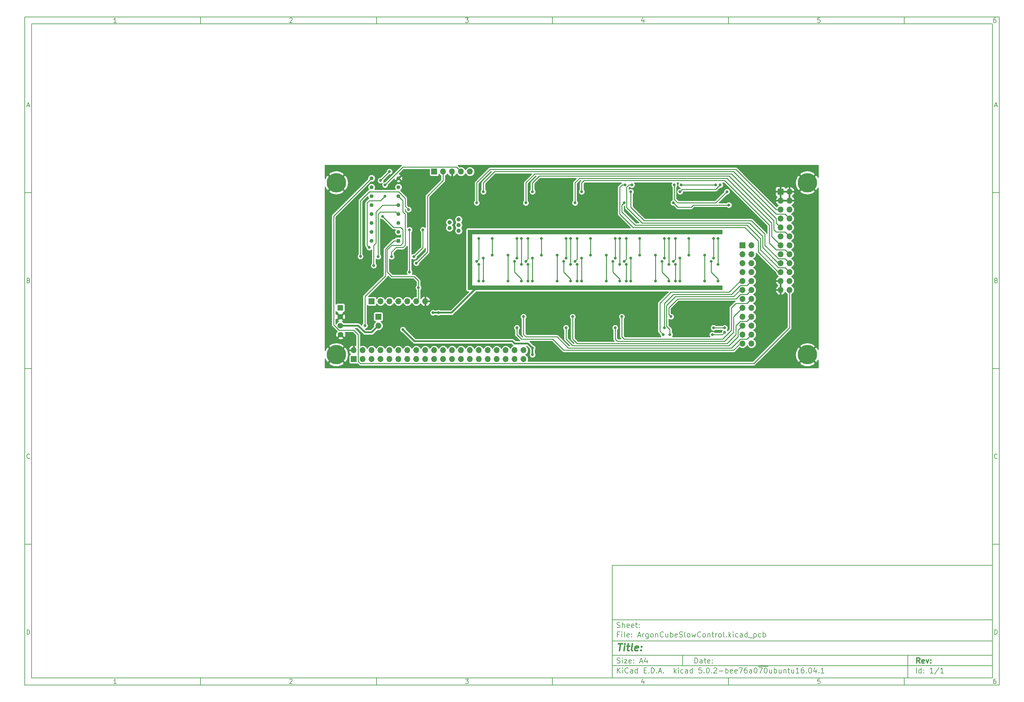
<source format=gbr>
G04 #@! TF.GenerationSoftware,KiCad,Pcbnew,5.0.2-bee76a0~70~ubuntu16.04.1*
G04 #@! TF.CreationDate,2020-09-03T14:52:49+02:00*
G04 #@! TF.ProjectId,ArgonCubeSlowControl,4172676f-6e43-4756-9265-536c6f77436f,rev?*
G04 #@! TF.SameCoordinates,Original*
G04 #@! TF.FileFunction,Copper,L2,Bot*
G04 #@! TF.FilePolarity,Positive*
%FSLAX46Y46*%
G04 Gerber Fmt 4.6, Leading zero omitted, Abs format (unit mm)*
G04 Created by KiCad (PCBNEW 5.0.2-bee76a0~70~ubuntu16.04.1) date Thu 03 Sep 2020 02:52:49 PM CEST*
%MOMM*%
%LPD*%
G01*
G04 APERTURE LIST*
%ADD10C,0.100000*%
%ADD11C,0.150000*%
%ADD12C,0.300000*%
%ADD13C,0.400000*%
G04 #@! TA.AperFunction,ComponentPad*
%ADD14R,1.700000X1.700000*%
G04 #@! TD*
G04 #@! TA.AperFunction,ComponentPad*
%ADD15O,1.700000X1.700000*%
G04 #@! TD*
G04 #@! TA.AperFunction,ComponentPad*
%ADD16R,1.590000X1.590000*%
G04 #@! TD*
G04 #@! TA.AperFunction,ComponentPad*
%ADD17C,1.590000*%
G04 #@! TD*
G04 #@! TA.AperFunction,ComponentPad*
%ADD18C,1.117600*%
G04 #@! TD*
G04 #@! TA.AperFunction,ComponentPad*
%ADD19R,1.117600X1.117600*%
G04 #@! TD*
G04 #@! TA.AperFunction,ComponentPad*
%ADD20C,1.208000*%
G04 #@! TD*
G04 #@! TA.AperFunction,ComponentPad*
%ADD21C,5.500000*%
G04 #@! TD*
G04 #@! TA.AperFunction,ViaPad*
%ADD22C,0.800000*%
G04 #@! TD*
G04 #@! TA.AperFunction,Conductor*
%ADD23C,0.500000*%
G04 #@! TD*
G04 #@! TA.AperFunction,Conductor*
%ADD24C,0.250000*%
G04 #@! TD*
G04 #@! TA.AperFunction,Conductor*
%ADD25C,0.254000*%
G04 #@! TD*
G04 APERTURE END LIST*
D10*
D11*
X177002200Y-166007200D02*
X177002200Y-198007200D01*
X285002200Y-198007200D01*
X285002200Y-166007200D01*
X177002200Y-166007200D01*
D10*
D11*
X10000000Y-10000000D02*
X10000000Y-200007200D01*
X287002200Y-200007200D01*
X287002200Y-10000000D01*
X10000000Y-10000000D01*
D10*
D11*
X12000000Y-12000000D02*
X12000000Y-198007200D01*
X285002200Y-198007200D01*
X285002200Y-12000000D01*
X12000000Y-12000000D01*
D10*
D11*
X60000000Y-12000000D02*
X60000000Y-10000000D01*
D10*
D11*
X110000000Y-12000000D02*
X110000000Y-10000000D01*
D10*
D11*
X160000000Y-12000000D02*
X160000000Y-10000000D01*
D10*
D11*
X210000000Y-12000000D02*
X210000000Y-10000000D01*
D10*
D11*
X260000000Y-12000000D02*
X260000000Y-10000000D01*
D10*
D11*
X36065476Y-11588095D02*
X35322619Y-11588095D01*
X35694047Y-11588095D02*
X35694047Y-10288095D01*
X35570238Y-10473809D01*
X35446428Y-10597619D01*
X35322619Y-10659523D01*
D10*
D11*
X85322619Y-10411904D02*
X85384523Y-10350000D01*
X85508333Y-10288095D01*
X85817857Y-10288095D01*
X85941666Y-10350000D01*
X86003571Y-10411904D01*
X86065476Y-10535714D01*
X86065476Y-10659523D01*
X86003571Y-10845238D01*
X85260714Y-11588095D01*
X86065476Y-11588095D01*
D10*
D11*
X135260714Y-10288095D02*
X136065476Y-10288095D01*
X135632142Y-10783333D01*
X135817857Y-10783333D01*
X135941666Y-10845238D01*
X136003571Y-10907142D01*
X136065476Y-11030952D01*
X136065476Y-11340476D01*
X136003571Y-11464285D01*
X135941666Y-11526190D01*
X135817857Y-11588095D01*
X135446428Y-11588095D01*
X135322619Y-11526190D01*
X135260714Y-11464285D01*
D10*
D11*
X185941666Y-10721428D02*
X185941666Y-11588095D01*
X185632142Y-10226190D02*
X185322619Y-11154761D01*
X186127380Y-11154761D01*
D10*
D11*
X236003571Y-10288095D02*
X235384523Y-10288095D01*
X235322619Y-10907142D01*
X235384523Y-10845238D01*
X235508333Y-10783333D01*
X235817857Y-10783333D01*
X235941666Y-10845238D01*
X236003571Y-10907142D01*
X236065476Y-11030952D01*
X236065476Y-11340476D01*
X236003571Y-11464285D01*
X235941666Y-11526190D01*
X235817857Y-11588095D01*
X235508333Y-11588095D01*
X235384523Y-11526190D01*
X235322619Y-11464285D01*
D10*
D11*
X285941666Y-10288095D02*
X285694047Y-10288095D01*
X285570238Y-10350000D01*
X285508333Y-10411904D01*
X285384523Y-10597619D01*
X285322619Y-10845238D01*
X285322619Y-11340476D01*
X285384523Y-11464285D01*
X285446428Y-11526190D01*
X285570238Y-11588095D01*
X285817857Y-11588095D01*
X285941666Y-11526190D01*
X286003571Y-11464285D01*
X286065476Y-11340476D01*
X286065476Y-11030952D01*
X286003571Y-10907142D01*
X285941666Y-10845238D01*
X285817857Y-10783333D01*
X285570238Y-10783333D01*
X285446428Y-10845238D01*
X285384523Y-10907142D01*
X285322619Y-11030952D01*
D10*
D11*
X60000000Y-198007200D02*
X60000000Y-200007200D01*
D10*
D11*
X110000000Y-198007200D02*
X110000000Y-200007200D01*
D10*
D11*
X160000000Y-198007200D02*
X160000000Y-200007200D01*
D10*
D11*
X210000000Y-198007200D02*
X210000000Y-200007200D01*
D10*
D11*
X260000000Y-198007200D02*
X260000000Y-200007200D01*
D10*
D11*
X36065476Y-199595295D02*
X35322619Y-199595295D01*
X35694047Y-199595295D02*
X35694047Y-198295295D01*
X35570238Y-198481009D01*
X35446428Y-198604819D01*
X35322619Y-198666723D01*
D10*
D11*
X85322619Y-198419104D02*
X85384523Y-198357200D01*
X85508333Y-198295295D01*
X85817857Y-198295295D01*
X85941666Y-198357200D01*
X86003571Y-198419104D01*
X86065476Y-198542914D01*
X86065476Y-198666723D01*
X86003571Y-198852438D01*
X85260714Y-199595295D01*
X86065476Y-199595295D01*
D10*
D11*
X135260714Y-198295295D02*
X136065476Y-198295295D01*
X135632142Y-198790533D01*
X135817857Y-198790533D01*
X135941666Y-198852438D01*
X136003571Y-198914342D01*
X136065476Y-199038152D01*
X136065476Y-199347676D01*
X136003571Y-199471485D01*
X135941666Y-199533390D01*
X135817857Y-199595295D01*
X135446428Y-199595295D01*
X135322619Y-199533390D01*
X135260714Y-199471485D01*
D10*
D11*
X185941666Y-198728628D02*
X185941666Y-199595295D01*
X185632142Y-198233390D02*
X185322619Y-199161961D01*
X186127380Y-199161961D01*
D10*
D11*
X236003571Y-198295295D02*
X235384523Y-198295295D01*
X235322619Y-198914342D01*
X235384523Y-198852438D01*
X235508333Y-198790533D01*
X235817857Y-198790533D01*
X235941666Y-198852438D01*
X236003571Y-198914342D01*
X236065476Y-199038152D01*
X236065476Y-199347676D01*
X236003571Y-199471485D01*
X235941666Y-199533390D01*
X235817857Y-199595295D01*
X235508333Y-199595295D01*
X235384523Y-199533390D01*
X235322619Y-199471485D01*
D10*
D11*
X285941666Y-198295295D02*
X285694047Y-198295295D01*
X285570238Y-198357200D01*
X285508333Y-198419104D01*
X285384523Y-198604819D01*
X285322619Y-198852438D01*
X285322619Y-199347676D01*
X285384523Y-199471485D01*
X285446428Y-199533390D01*
X285570238Y-199595295D01*
X285817857Y-199595295D01*
X285941666Y-199533390D01*
X286003571Y-199471485D01*
X286065476Y-199347676D01*
X286065476Y-199038152D01*
X286003571Y-198914342D01*
X285941666Y-198852438D01*
X285817857Y-198790533D01*
X285570238Y-198790533D01*
X285446428Y-198852438D01*
X285384523Y-198914342D01*
X285322619Y-199038152D01*
D10*
D11*
X10000000Y-60000000D02*
X12000000Y-60000000D01*
D10*
D11*
X10000000Y-110000000D02*
X12000000Y-110000000D01*
D10*
D11*
X10000000Y-160000000D02*
X12000000Y-160000000D01*
D10*
D11*
X10690476Y-35216666D02*
X11309523Y-35216666D01*
X10566666Y-35588095D02*
X11000000Y-34288095D01*
X11433333Y-35588095D01*
D10*
D11*
X11092857Y-84907142D02*
X11278571Y-84969047D01*
X11340476Y-85030952D01*
X11402380Y-85154761D01*
X11402380Y-85340476D01*
X11340476Y-85464285D01*
X11278571Y-85526190D01*
X11154761Y-85588095D01*
X10659523Y-85588095D01*
X10659523Y-84288095D01*
X11092857Y-84288095D01*
X11216666Y-84350000D01*
X11278571Y-84411904D01*
X11340476Y-84535714D01*
X11340476Y-84659523D01*
X11278571Y-84783333D01*
X11216666Y-84845238D01*
X11092857Y-84907142D01*
X10659523Y-84907142D01*
D10*
D11*
X11402380Y-135464285D02*
X11340476Y-135526190D01*
X11154761Y-135588095D01*
X11030952Y-135588095D01*
X10845238Y-135526190D01*
X10721428Y-135402380D01*
X10659523Y-135278571D01*
X10597619Y-135030952D01*
X10597619Y-134845238D01*
X10659523Y-134597619D01*
X10721428Y-134473809D01*
X10845238Y-134350000D01*
X11030952Y-134288095D01*
X11154761Y-134288095D01*
X11340476Y-134350000D01*
X11402380Y-134411904D01*
D10*
D11*
X10659523Y-185588095D02*
X10659523Y-184288095D01*
X10969047Y-184288095D01*
X11154761Y-184350000D01*
X11278571Y-184473809D01*
X11340476Y-184597619D01*
X11402380Y-184845238D01*
X11402380Y-185030952D01*
X11340476Y-185278571D01*
X11278571Y-185402380D01*
X11154761Y-185526190D01*
X10969047Y-185588095D01*
X10659523Y-185588095D01*
D10*
D11*
X287002200Y-60000000D02*
X285002200Y-60000000D01*
D10*
D11*
X287002200Y-110000000D02*
X285002200Y-110000000D01*
D10*
D11*
X287002200Y-160000000D02*
X285002200Y-160000000D01*
D10*
D11*
X285692676Y-35216666D02*
X286311723Y-35216666D01*
X285568866Y-35588095D02*
X286002200Y-34288095D01*
X286435533Y-35588095D01*
D10*
D11*
X286095057Y-84907142D02*
X286280771Y-84969047D01*
X286342676Y-85030952D01*
X286404580Y-85154761D01*
X286404580Y-85340476D01*
X286342676Y-85464285D01*
X286280771Y-85526190D01*
X286156961Y-85588095D01*
X285661723Y-85588095D01*
X285661723Y-84288095D01*
X286095057Y-84288095D01*
X286218866Y-84350000D01*
X286280771Y-84411904D01*
X286342676Y-84535714D01*
X286342676Y-84659523D01*
X286280771Y-84783333D01*
X286218866Y-84845238D01*
X286095057Y-84907142D01*
X285661723Y-84907142D01*
D10*
D11*
X286404580Y-135464285D02*
X286342676Y-135526190D01*
X286156961Y-135588095D01*
X286033152Y-135588095D01*
X285847438Y-135526190D01*
X285723628Y-135402380D01*
X285661723Y-135278571D01*
X285599819Y-135030952D01*
X285599819Y-134845238D01*
X285661723Y-134597619D01*
X285723628Y-134473809D01*
X285847438Y-134350000D01*
X286033152Y-134288095D01*
X286156961Y-134288095D01*
X286342676Y-134350000D01*
X286404580Y-134411904D01*
D10*
D11*
X285661723Y-185588095D02*
X285661723Y-184288095D01*
X285971247Y-184288095D01*
X286156961Y-184350000D01*
X286280771Y-184473809D01*
X286342676Y-184597619D01*
X286404580Y-184845238D01*
X286404580Y-185030952D01*
X286342676Y-185278571D01*
X286280771Y-185402380D01*
X286156961Y-185526190D01*
X285971247Y-185588095D01*
X285661723Y-185588095D01*
D10*
D11*
X200434342Y-193785771D02*
X200434342Y-192285771D01*
X200791485Y-192285771D01*
X201005771Y-192357200D01*
X201148628Y-192500057D01*
X201220057Y-192642914D01*
X201291485Y-192928628D01*
X201291485Y-193142914D01*
X201220057Y-193428628D01*
X201148628Y-193571485D01*
X201005771Y-193714342D01*
X200791485Y-193785771D01*
X200434342Y-193785771D01*
X202577200Y-193785771D02*
X202577200Y-193000057D01*
X202505771Y-192857200D01*
X202362914Y-192785771D01*
X202077200Y-192785771D01*
X201934342Y-192857200D01*
X202577200Y-193714342D02*
X202434342Y-193785771D01*
X202077200Y-193785771D01*
X201934342Y-193714342D01*
X201862914Y-193571485D01*
X201862914Y-193428628D01*
X201934342Y-193285771D01*
X202077200Y-193214342D01*
X202434342Y-193214342D01*
X202577200Y-193142914D01*
X203077200Y-192785771D02*
X203648628Y-192785771D01*
X203291485Y-192285771D02*
X203291485Y-193571485D01*
X203362914Y-193714342D01*
X203505771Y-193785771D01*
X203648628Y-193785771D01*
X204720057Y-193714342D02*
X204577200Y-193785771D01*
X204291485Y-193785771D01*
X204148628Y-193714342D01*
X204077200Y-193571485D01*
X204077200Y-193000057D01*
X204148628Y-192857200D01*
X204291485Y-192785771D01*
X204577200Y-192785771D01*
X204720057Y-192857200D01*
X204791485Y-193000057D01*
X204791485Y-193142914D01*
X204077200Y-193285771D01*
X205434342Y-193642914D02*
X205505771Y-193714342D01*
X205434342Y-193785771D01*
X205362914Y-193714342D01*
X205434342Y-193642914D01*
X205434342Y-193785771D01*
X205434342Y-192857200D02*
X205505771Y-192928628D01*
X205434342Y-193000057D01*
X205362914Y-192928628D01*
X205434342Y-192857200D01*
X205434342Y-193000057D01*
D10*
D11*
X177002200Y-194507200D02*
X285002200Y-194507200D01*
D10*
D11*
X178434342Y-196585771D02*
X178434342Y-195085771D01*
X179291485Y-196585771D02*
X178648628Y-195728628D01*
X179291485Y-195085771D02*
X178434342Y-195942914D01*
X179934342Y-196585771D02*
X179934342Y-195585771D01*
X179934342Y-195085771D02*
X179862914Y-195157200D01*
X179934342Y-195228628D01*
X180005771Y-195157200D01*
X179934342Y-195085771D01*
X179934342Y-195228628D01*
X181505771Y-196442914D02*
X181434342Y-196514342D01*
X181220057Y-196585771D01*
X181077200Y-196585771D01*
X180862914Y-196514342D01*
X180720057Y-196371485D01*
X180648628Y-196228628D01*
X180577200Y-195942914D01*
X180577200Y-195728628D01*
X180648628Y-195442914D01*
X180720057Y-195300057D01*
X180862914Y-195157200D01*
X181077200Y-195085771D01*
X181220057Y-195085771D01*
X181434342Y-195157200D01*
X181505771Y-195228628D01*
X182791485Y-196585771D02*
X182791485Y-195800057D01*
X182720057Y-195657200D01*
X182577200Y-195585771D01*
X182291485Y-195585771D01*
X182148628Y-195657200D01*
X182791485Y-196514342D02*
X182648628Y-196585771D01*
X182291485Y-196585771D01*
X182148628Y-196514342D01*
X182077200Y-196371485D01*
X182077200Y-196228628D01*
X182148628Y-196085771D01*
X182291485Y-196014342D01*
X182648628Y-196014342D01*
X182791485Y-195942914D01*
X184148628Y-196585771D02*
X184148628Y-195085771D01*
X184148628Y-196514342D02*
X184005771Y-196585771D01*
X183720057Y-196585771D01*
X183577200Y-196514342D01*
X183505771Y-196442914D01*
X183434342Y-196300057D01*
X183434342Y-195871485D01*
X183505771Y-195728628D01*
X183577200Y-195657200D01*
X183720057Y-195585771D01*
X184005771Y-195585771D01*
X184148628Y-195657200D01*
X186005771Y-195800057D02*
X186505771Y-195800057D01*
X186720057Y-196585771D02*
X186005771Y-196585771D01*
X186005771Y-195085771D01*
X186720057Y-195085771D01*
X187362914Y-196442914D02*
X187434342Y-196514342D01*
X187362914Y-196585771D01*
X187291485Y-196514342D01*
X187362914Y-196442914D01*
X187362914Y-196585771D01*
X188077200Y-196585771D02*
X188077200Y-195085771D01*
X188434342Y-195085771D01*
X188648628Y-195157200D01*
X188791485Y-195300057D01*
X188862914Y-195442914D01*
X188934342Y-195728628D01*
X188934342Y-195942914D01*
X188862914Y-196228628D01*
X188791485Y-196371485D01*
X188648628Y-196514342D01*
X188434342Y-196585771D01*
X188077200Y-196585771D01*
X189577200Y-196442914D02*
X189648628Y-196514342D01*
X189577200Y-196585771D01*
X189505771Y-196514342D01*
X189577200Y-196442914D01*
X189577200Y-196585771D01*
X190220057Y-196157200D02*
X190934342Y-196157200D01*
X190077200Y-196585771D02*
X190577200Y-195085771D01*
X191077200Y-196585771D01*
X191577200Y-196442914D02*
X191648628Y-196514342D01*
X191577200Y-196585771D01*
X191505771Y-196514342D01*
X191577200Y-196442914D01*
X191577200Y-196585771D01*
X194577200Y-196585771D02*
X194577200Y-195085771D01*
X194720057Y-196014342D02*
X195148628Y-196585771D01*
X195148628Y-195585771D02*
X194577200Y-196157200D01*
X195791485Y-196585771D02*
X195791485Y-195585771D01*
X195791485Y-195085771D02*
X195720057Y-195157200D01*
X195791485Y-195228628D01*
X195862914Y-195157200D01*
X195791485Y-195085771D01*
X195791485Y-195228628D01*
X197148628Y-196514342D02*
X197005771Y-196585771D01*
X196720057Y-196585771D01*
X196577200Y-196514342D01*
X196505771Y-196442914D01*
X196434342Y-196300057D01*
X196434342Y-195871485D01*
X196505771Y-195728628D01*
X196577200Y-195657200D01*
X196720057Y-195585771D01*
X197005771Y-195585771D01*
X197148628Y-195657200D01*
X198434342Y-196585771D02*
X198434342Y-195800057D01*
X198362914Y-195657200D01*
X198220057Y-195585771D01*
X197934342Y-195585771D01*
X197791485Y-195657200D01*
X198434342Y-196514342D02*
X198291485Y-196585771D01*
X197934342Y-196585771D01*
X197791485Y-196514342D01*
X197720057Y-196371485D01*
X197720057Y-196228628D01*
X197791485Y-196085771D01*
X197934342Y-196014342D01*
X198291485Y-196014342D01*
X198434342Y-195942914D01*
X199791485Y-196585771D02*
X199791485Y-195085771D01*
X199791485Y-196514342D02*
X199648628Y-196585771D01*
X199362914Y-196585771D01*
X199220057Y-196514342D01*
X199148628Y-196442914D01*
X199077200Y-196300057D01*
X199077200Y-195871485D01*
X199148628Y-195728628D01*
X199220057Y-195657200D01*
X199362914Y-195585771D01*
X199648628Y-195585771D01*
X199791485Y-195657200D01*
X202362914Y-195085771D02*
X201648628Y-195085771D01*
X201577200Y-195800057D01*
X201648628Y-195728628D01*
X201791485Y-195657200D01*
X202148628Y-195657200D01*
X202291485Y-195728628D01*
X202362914Y-195800057D01*
X202434342Y-195942914D01*
X202434342Y-196300057D01*
X202362914Y-196442914D01*
X202291485Y-196514342D01*
X202148628Y-196585771D01*
X201791485Y-196585771D01*
X201648628Y-196514342D01*
X201577200Y-196442914D01*
X203077200Y-196442914D02*
X203148628Y-196514342D01*
X203077200Y-196585771D01*
X203005771Y-196514342D01*
X203077200Y-196442914D01*
X203077200Y-196585771D01*
X204077200Y-195085771D02*
X204220057Y-195085771D01*
X204362914Y-195157200D01*
X204434342Y-195228628D01*
X204505771Y-195371485D01*
X204577200Y-195657200D01*
X204577200Y-196014342D01*
X204505771Y-196300057D01*
X204434342Y-196442914D01*
X204362914Y-196514342D01*
X204220057Y-196585771D01*
X204077200Y-196585771D01*
X203934342Y-196514342D01*
X203862914Y-196442914D01*
X203791485Y-196300057D01*
X203720057Y-196014342D01*
X203720057Y-195657200D01*
X203791485Y-195371485D01*
X203862914Y-195228628D01*
X203934342Y-195157200D01*
X204077200Y-195085771D01*
X205220057Y-196442914D02*
X205291485Y-196514342D01*
X205220057Y-196585771D01*
X205148628Y-196514342D01*
X205220057Y-196442914D01*
X205220057Y-196585771D01*
X205862914Y-195228628D02*
X205934342Y-195157200D01*
X206077200Y-195085771D01*
X206434342Y-195085771D01*
X206577200Y-195157200D01*
X206648628Y-195228628D01*
X206720057Y-195371485D01*
X206720057Y-195514342D01*
X206648628Y-195728628D01*
X205791485Y-196585771D01*
X206720057Y-196585771D01*
X207362914Y-196014342D02*
X208505771Y-196014342D01*
X209220057Y-196585771D02*
X209220057Y-195085771D01*
X209220057Y-195657200D02*
X209362914Y-195585771D01*
X209648628Y-195585771D01*
X209791485Y-195657200D01*
X209862914Y-195728628D01*
X209934342Y-195871485D01*
X209934342Y-196300057D01*
X209862914Y-196442914D01*
X209791485Y-196514342D01*
X209648628Y-196585771D01*
X209362914Y-196585771D01*
X209220057Y-196514342D01*
X211148628Y-196514342D02*
X211005771Y-196585771D01*
X210720057Y-196585771D01*
X210577200Y-196514342D01*
X210505771Y-196371485D01*
X210505771Y-195800057D01*
X210577200Y-195657200D01*
X210720057Y-195585771D01*
X211005771Y-195585771D01*
X211148628Y-195657200D01*
X211220057Y-195800057D01*
X211220057Y-195942914D01*
X210505771Y-196085771D01*
X212434342Y-196514342D02*
X212291485Y-196585771D01*
X212005771Y-196585771D01*
X211862914Y-196514342D01*
X211791485Y-196371485D01*
X211791485Y-195800057D01*
X211862914Y-195657200D01*
X212005771Y-195585771D01*
X212291485Y-195585771D01*
X212434342Y-195657200D01*
X212505771Y-195800057D01*
X212505771Y-195942914D01*
X211791485Y-196085771D01*
X213005771Y-195085771D02*
X214005771Y-195085771D01*
X213362914Y-196585771D01*
X215220057Y-195085771D02*
X214934342Y-195085771D01*
X214791485Y-195157200D01*
X214720057Y-195228628D01*
X214577200Y-195442914D01*
X214505771Y-195728628D01*
X214505771Y-196300057D01*
X214577200Y-196442914D01*
X214648628Y-196514342D01*
X214791485Y-196585771D01*
X215077200Y-196585771D01*
X215220057Y-196514342D01*
X215291485Y-196442914D01*
X215362914Y-196300057D01*
X215362914Y-195942914D01*
X215291485Y-195800057D01*
X215220057Y-195728628D01*
X215077200Y-195657200D01*
X214791485Y-195657200D01*
X214648628Y-195728628D01*
X214577200Y-195800057D01*
X214505771Y-195942914D01*
X216648628Y-196585771D02*
X216648628Y-195800057D01*
X216577200Y-195657200D01*
X216434342Y-195585771D01*
X216148628Y-195585771D01*
X216005771Y-195657200D01*
X216648628Y-196514342D02*
X216505771Y-196585771D01*
X216148628Y-196585771D01*
X216005771Y-196514342D01*
X215934342Y-196371485D01*
X215934342Y-196228628D01*
X216005771Y-196085771D01*
X216148628Y-196014342D01*
X216505771Y-196014342D01*
X216648628Y-195942914D01*
X217648628Y-195085771D02*
X217791485Y-195085771D01*
X217934342Y-195157200D01*
X218005771Y-195228628D01*
X218077200Y-195371485D01*
X218148628Y-195657200D01*
X218148628Y-196014342D01*
X218077200Y-196300057D01*
X218005771Y-196442914D01*
X217934342Y-196514342D01*
X217791485Y-196585771D01*
X217648628Y-196585771D01*
X217505771Y-196514342D01*
X217434342Y-196442914D01*
X217362914Y-196300057D01*
X217291485Y-196014342D01*
X217291485Y-195657200D01*
X217362914Y-195371485D01*
X217434342Y-195228628D01*
X217505771Y-195157200D01*
X217648628Y-195085771D01*
X218434342Y-194677200D02*
X219862914Y-194677200D01*
X218648628Y-195085771D02*
X219648628Y-195085771D01*
X219005771Y-196585771D01*
X219862914Y-194677200D02*
X221291485Y-194677200D01*
X220505771Y-195085771D02*
X220648628Y-195085771D01*
X220791485Y-195157200D01*
X220862914Y-195228628D01*
X220934342Y-195371485D01*
X221005771Y-195657200D01*
X221005771Y-196014342D01*
X220934342Y-196300057D01*
X220862914Y-196442914D01*
X220791485Y-196514342D01*
X220648628Y-196585771D01*
X220505771Y-196585771D01*
X220362914Y-196514342D01*
X220291485Y-196442914D01*
X220220057Y-196300057D01*
X220148628Y-196014342D01*
X220148628Y-195657200D01*
X220220057Y-195371485D01*
X220291485Y-195228628D01*
X220362914Y-195157200D01*
X220505771Y-195085771D01*
X222291485Y-195585771D02*
X222291485Y-196585771D01*
X221648628Y-195585771D02*
X221648628Y-196371485D01*
X221720057Y-196514342D01*
X221862914Y-196585771D01*
X222077200Y-196585771D01*
X222220057Y-196514342D01*
X222291485Y-196442914D01*
X223005771Y-196585771D02*
X223005771Y-195085771D01*
X223005771Y-195657200D02*
X223148628Y-195585771D01*
X223434342Y-195585771D01*
X223577200Y-195657200D01*
X223648628Y-195728628D01*
X223720057Y-195871485D01*
X223720057Y-196300057D01*
X223648628Y-196442914D01*
X223577200Y-196514342D01*
X223434342Y-196585771D01*
X223148628Y-196585771D01*
X223005771Y-196514342D01*
X225005771Y-195585771D02*
X225005771Y-196585771D01*
X224362914Y-195585771D02*
X224362914Y-196371485D01*
X224434342Y-196514342D01*
X224577200Y-196585771D01*
X224791485Y-196585771D01*
X224934342Y-196514342D01*
X225005771Y-196442914D01*
X225720057Y-195585771D02*
X225720057Y-196585771D01*
X225720057Y-195728628D02*
X225791485Y-195657200D01*
X225934342Y-195585771D01*
X226148628Y-195585771D01*
X226291485Y-195657200D01*
X226362914Y-195800057D01*
X226362914Y-196585771D01*
X226862914Y-195585771D02*
X227434342Y-195585771D01*
X227077200Y-195085771D02*
X227077200Y-196371485D01*
X227148628Y-196514342D01*
X227291485Y-196585771D01*
X227434342Y-196585771D01*
X228577200Y-195585771D02*
X228577200Y-196585771D01*
X227934342Y-195585771D02*
X227934342Y-196371485D01*
X228005771Y-196514342D01*
X228148628Y-196585771D01*
X228362914Y-196585771D01*
X228505771Y-196514342D01*
X228577200Y-196442914D01*
X230077200Y-196585771D02*
X229220057Y-196585771D01*
X229648628Y-196585771D02*
X229648628Y-195085771D01*
X229505771Y-195300057D01*
X229362914Y-195442914D01*
X229220057Y-195514342D01*
X231362914Y-195085771D02*
X231077200Y-195085771D01*
X230934342Y-195157200D01*
X230862914Y-195228628D01*
X230720057Y-195442914D01*
X230648628Y-195728628D01*
X230648628Y-196300057D01*
X230720057Y-196442914D01*
X230791485Y-196514342D01*
X230934342Y-196585771D01*
X231220057Y-196585771D01*
X231362914Y-196514342D01*
X231434342Y-196442914D01*
X231505771Y-196300057D01*
X231505771Y-195942914D01*
X231434342Y-195800057D01*
X231362914Y-195728628D01*
X231220057Y-195657200D01*
X230934342Y-195657200D01*
X230791485Y-195728628D01*
X230720057Y-195800057D01*
X230648628Y-195942914D01*
X232148628Y-196442914D02*
X232220057Y-196514342D01*
X232148628Y-196585771D01*
X232077200Y-196514342D01*
X232148628Y-196442914D01*
X232148628Y-196585771D01*
X233148628Y-195085771D02*
X233291485Y-195085771D01*
X233434342Y-195157200D01*
X233505771Y-195228628D01*
X233577200Y-195371485D01*
X233648628Y-195657200D01*
X233648628Y-196014342D01*
X233577200Y-196300057D01*
X233505771Y-196442914D01*
X233434342Y-196514342D01*
X233291485Y-196585771D01*
X233148628Y-196585771D01*
X233005771Y-196514342D01*
X232934342Y-196442914D01*
X232862914Y-196300057D01*
X232791485Y-196014342D01*
X232791485Y-195657200D01*
X232862914Y-195371485D01*
X232934342Y-195228628D01*
X233005771Y-195157200D01*
X233148628Y-195085771D01*
X234934342Y-195585771D02*
X234934342Y-196585771D01*
X234577200Y-195014342D02*
X234220057Y-196085771D01*
X235148628Y-196085771D01*
X235720057Y-196442914D02*
X235791485Y-196514342D01*
X235720057Y-196585771D01*
X235648628Y-196514342D01*
X235720057Y-196442914D01*
X235720057Y-196585771D01*
X237220057Y-196585771D02*
X236362914Y-196585771D01*
X236791485Y-196585771D02*
X236791485Y-195085771D01*
X236648628Y-195300057D01*
X236505771Y-195442914D01*
X236362914Y-195514342D01*
D10*
D11*
X177002200Y-191507200D02*
X285002200Y-191507200D01*
D10*
D12*
X264411485Y-193785771D02*
X263911485Y-193071485D01*
X263554342Y-193785771D02*
X263554342Y-192285771D01*
X264125771Y-192285771D01*
X264268628Y-192357200D01*
X264340057Y-192428628D01*
X264411485Y-192571485D01*
X264411485Y-192785771D01*
X264340057Y-192928628D01*
X264268628Y-193000057D01*
X264125771Y-193071485D01*
X263554342Y-193071485D01*
X265625771Y-193714342D02*
X265482914Y-193785771D01*
X265197200Y-193785771D01*
X265054342Y-193714342D01*
X264982914Y-193571485D01*
X264982914Y-193000057D01*
X265054342Y-192857200D01*
X265197200Y-192785771D01*
X265482914Y-192785771D01*
X265625771Y-192857200D01*
X265697200Y-193000057D01*
X265697200Y-193142914D01*
X264982914Y-193285771D01*
X266197200Y-192785771D02*
X266554342Y-193785771D01*
X266911485Y-192785771D01*
X267482914Y-193642914D02*
X267554342Y-193714342D01*
X267482914Y-193785771D01*
X267411485Y-193714342D01*
X267482914Y-193642914D01*
X267482914Y-193785771D01*
X267482914Y-192857200D02*
X267554342Y-192928628D01*
X267482914Y-193000057D01*
X267411485Y-192928628D01*
X267482914Y-192857200D01*
X267482914Y-193000057D01*
D10*
D11*
X178362914Y-193714342D02*
X178577200Y-193785771D01*
X178934342Y-193785771D01*
X179077200Y-193714342D01*
X179148628Y-193642914D01*
X179220057Y-193500057D01*
X179220057Y-193357200D01*
X179148628Y-193214342D01*
X179077200Y-193142914D01*
X178934342Y-193071485D01*
X178648628Y-193000057D01*
X178505771Y-192928628D01*
X178434342Y-192857200D01*
X178362914Y-192714342D01*
X178362914Y-192571485D01*
X178434342Y-192428628D01*
X178505771Y-192357200D01*
X178648628Y-192285771D01*
X179005771Y-192285771D01*
X179220057Y-192357200D01*
X179862914Y-193785771D02*
X179862914Y-192785771D01*
X179862914Y-192285771D02*
X179791485Y-192357200D01*
X179862914Y-192428628D01*
X179934342Y-192357200D01*
X179862914Y-192285771D01*
X179862914Y-192428628D01*
X180434342Y-192785771D02*
X181220057Y-192785771D01*
X180434342Y-193785771D01*
X181220057Y-193785771D01*
X182362914Y-193714342D02*
X182220057Y-193785771D01*
X181934342Y-193785771D01*
X181791485Y-193714342D01*
X181720057Y-193571485D01*
X181720057Y-193000057D01*
X181791485Y-192857200D01*
X181934342Y-192785771D01*
X182220057Y-192785771D01*
X182362914Y-192857200D01*
X182434342Y-193000057D01*
X182434342Y-193142914D01*
X181720057Y-193285771D01*
X183077200Y-193642914D02*
X183148628Y-193714342D01*
X183077200Y-193785771D01*
X183005771Y-193714342D01*
X183077200Y-193642914D01*
X183077200Y-193785771D01*
X183077200Y-192857200D02*
X183148628Y-192928628D01*
X183077200Y-193000057D01*
X183005771Y-192928628D01*
X183077200Y-192857200D01*
X183077200Y-193000057D01*
X184862914Y-193357200D02*
X185577200Y-193357200D01*
X184720057Y-193785771D02*
X185220057Y-192285771D01*
X185720057Y-193785771D01*
X186862914Y-192785771D02*
X186862914Y-193785771D01*
X186505771Y-192214342D02*
X186148628Y-193285771D01*
X187077200Y-193285771D01*
D10*
D11*
X263434342Y-196585771D02*
X263434342Y-195085771D01*
X264791485Y-196585771D02*
X264791485Y-195085771D01*
X264791485Y-196514342D02*
X264648628Y-196585771D01*
X264362914Y-196585771D01*
X264220057Y-196514342D01*
X264148628Y-196442914D01*
X264077200Y-196300057D01*
X264077200Y-195871485D01*
X264148628Y-195728628D01*
X264220057Y-195657200D01*
X264362914Y-195585771D01*
X264648628Y-195585771D01*
X264791485Y-195657200D01*
X265505771Y-196442914D02*
X265577200Y-196514342D01*
X265505771Y-196585771D01*
X265434342Y-196514342D01*
X265505771Y-196442914D01*
X265505771Y-196585771D01*
X265505771Y-195657200D02*
X265577200Y-195728628D01*
X265505771Y-195800057D01*
X265434342Y-195728628D01*
X265505771Y-195657200D01*
X265505771Y-195800057D01*
X268148628Y-196585771D02*
X267291485Y-196585771D01*
X267720057Y-196585771D02*
X267720057Y-195085771D01*
X267577200Y-195300057D01*
X267434342Y-195442914D01*
X267291485Y-195514342D01*
X269862914Y-195014342D02*
X268577200Y-196942914D01*
X271148628Y-196585771D02*
X270291485Y-196585771D01*
X270720057Y-196585771D02*
X270720057Y-195085771D01*
X270577200Y-195300057D01*
X270434342Y-195442914D01*
X270291485Y-195514342D01*
D10*
D11*
X177002200Y-187507200D02*
X285002200Y-187507200D01*
D10*
D13*
X178714580Y-188211961D02*
X179857438Y-188211961D01*
X179036009Y-190211961D02*
X179286009Y-188211961D01*
X180274104Y-190211961D02*
X180440771Y-188878628D01*
X180524104Y-188211961D02*
X180416961Y-188307200D01*
X180500295Y-188402438D01*
X180607438Y-188307200D01*
X180524104Y-188211961D01*
X180500295Y-188402438D01*
X181107438Y-188878628D02*
X181869342Y-188878628D01*
X181476485Y-188211961D02*
X181262200Y-189926247D01*
X181333628Y-190116723D01*
X181512200Y-190211961D01*
X181702676Y-190211961D01*
X182655057Y-190211961D02*
X182476485Y-190116723D01*
X182405057Y-189926247D01*
X182619342Y-188211961D01*
X184190771Y-190116723D02*
X183988390Y-190211961D01*
X183607438Y-190211961D01*
X183428866Y-190116723D01*
X183357438Y-189926247D01*
X183452676Y-189164342D01*
X183571723Y-188973866D01*
X183774104Y-188878628D01*
X184155057Y-188878628D01*
X184333628Y-188973866D01*
X184405057Y-189164342D01*
X184381247Y-189354819D01*
X183405057Y-189545295D01*
X185155057Y-190021485D02*
X185238390Y-190116723D01*
X185131247Y-190211961D01*
X185047914Y-190116723D01*
X185155057Y-190021485D01*
X185131247Y-190211961D01*
X185286009Y-188973866D02*
X185369342Y-189069104D01*
X185262200Y-189164342D01*
X185178866Y-189069104D01*
X185286009Y-188973866D01*
X185262200Y-189164342D01*
D10*
D11*
X178934342Y-185600057D02*
X178434342Y-185600057D01*
X178434342Y-186385771D02*
X178434342Y-184885771D01*
X179148628Y-184885771D01*
X179720057Y-186385771D02*
X179720057Y-185385771D01*
X179720057Y-184885771D02*
X179648628Y-184957200D01*
X179720057Y-185028628D01*
X179791485Y-184957200D01*
X179720057Y-184885771D01*
X179720057Y-185028628D01*
X180648628Y-186385771D02*
X180505771Y-186314342D01*
X180434342Y-186171485D01*
X180434342Y-184885771D01*
X181791485Y-186314342D02*
X181648628Y-186385771D01*
X181362914Y-186385771D01*
X181220057Y-186314342D01*
X181148628Y-186171485D01*
X181148628Y-185600057D01*
X181220057Y-185457200D01*
X181362914Y-185385771D01*
X181648628Y-185385771D01*
X181791485Y-185457200D01*
X181862914Y-185600057D01*
X181862914Y-185742914D01*
X181148628Y-185885771D01*
X182505771Y-186242914D02*
X182577200Y-186314342D01*
X182505771Y-186385771D01*
X182434342Y-186314342D01*
X182505771Y-186242914D01*
X182505771Y-186385771D01*
X182505771Y-185457200D02*
X182577200Y-185528628D01*
X182505771Y-185600057D01*
X182434342Y-185528628D01*
X182505771Y-185457200D01*
X182505771Y-185600057D01*
X184291485Y-185957200D02*
X185005771Y-185957200D01*
X184148628Y-186385771D02*
X184648628Y-184885771D01*
X185148628Y-186385771D01*
X185648628Y-186385771D02*
X185648628Y-185385771D01*
X185648628Y-185671485D02*
X185720057Y-185528628D01*
X185791485Y-185457200D01*
X185934342Y-185385771D01*
X186077200Y-185385771D01*
X187220057Y-185385771D02*
X187220057Y-186600057D01*
X187148628Y-186742914D01*
X187077200Y-186814342D01*
X186934342Y-186885771D01*
X186720057Y-186885771D01*
X186577200Y-186814342D01*
X187220057Y-186314342D02*
X187077200Y-186385771D01*
X186791485Y-186385771D01*
X186648628Y-186314342D01*
X186577200Y-186242914D01*
X186505771Y-186100057D01*
X186505771Y-185671485D01*
X186577200Y-185528628D01*
X186648628Y-185457200D01*
X186791485Y-185385771D01*
X187077200Y-185385771D01*
X187220057Y-185457200D01*
X188148628Y-186385771D02*
X188005771Y-186314342D01*
X187934342Y-186242914D01*
X187862914Y-186100057D01*
X187862914Y-185671485D01*
X187934342Y-185528628D01*
X188005771Y-185457200D01*
X188148628Y-185385771D01*
X188362914Y-185385771D01*
X188505771Y-185457200D01*
X188577200Y-185528628D01*
X188648628Y-185671485D01*
X188648628Y-186100057D01*
X188577200Y-186242914D01*
X188505771Y-186314342D01*
X188362914Y-186385771D01*
X188148628Y-186385771D01*
X189291485Y-185385771D02*
X189291485Y-186385771D01*
X189291485Y-185528628D02*
X189362914Y-185457200D01*
X189505771Y-185385771D01*
X189720057Y-185385771D01*
X189862914Y-185457200D01*
X189934342Y-185600057D01*
X189934342Y-186385771D01*
X191505771Y-186242914D02*
X191434342Y-186314342D01*
X191220057Y-186385771D01*
X191077200Y-186385771D01*
X190862914Y-186314342D01*
X190720057Y-186171485D01*
X190648628Y-186028628D01*
X190577200Y-185742914D01*
X190577200Y-185528628D01*
X190648628Y-185242914D01*
X190720057Y-185100057D01*
X190862914Y-184957200D01*
X191077200Y-184885771D01*
X191220057Y-184885771D01*
X191434342Y-184957200D01*
X191505771Y-185028628D01*
X192791485Y-185385771D02*
X192791485Y-186385771D01*
X192148628Y-185385771D02*
X192148628Y-186171485D01*
X192220057Y-186314342D01*
X192362914Y-186385771D01*
X192577200Y-186385771D01*
X192720057Y-186314342D01*
X192791485Y-186242914D01*
X193505771Y-186385771D02*
X193505771Y-184885771D01*
X193505771Y-185457200D02*
X193648628Y-185385771D01*
X193934342Y-185385771D01*
X194077200Y-185457200D01*
X194148628Y-185528628D01*
X194220057Y-185671485D01*
X194220057Y-186100057D01*
X194148628Y-186242914D01*
X194077200Y-186314342D01*
X193934342Y-186385771D01*
X193648628Y-186385771D01*
X193505771Y-186314342D01*
X195434342Y-186314342D02*
X195291485Y-186385771D01*
X195005771Y-186385771D01*
X194862914Y-186314342D01*
X194791485Y-186171485D01*
X194791485Y-185600057D01*
X194862914Y-185457200D01*
X195005771Y-185385771D01*
X195291485Y-185385771D01*
X195434342Y-185457200D01*
X195505771Y-185600057D01*
X195505771Y-185742914D01*
X194791485Y-185885771D01*
X196077200Y-186314342D02*
X196291485Y-186385771D01*
X196648628Y-186385771D01*
X196791485Y-186314342D01*
X196862914Y-186242914D01*
X196934342Y-186100057D01*
X196934342Y-185957200D01*
X196862914Y-185814342D01*
X196791485Y-185742914D01*
X196648628Y-185671485D01*
X196362914Y-185600057D01*
X196220057Y-185528628D01*
X196148628Y-185457200D01*
X196077200Y-185314342D01*
X196077200Y-185171485D01*
X196148628Y-185028628D01*
X196220057Y-184957200D01*
X196362914Y-184885771D01*
X196720057Y-184885771D01*
X196934342Y-184957200D01*
X197791485Y-186385771D02*
X197648628Y-186314342D01*
X197577200Y-186171485D01*
X197577200Y-184885771D01*
X198577200Y-186385771D02*
X198434342Y-186314342D01*
X198362914Y-186242914D01*
X198291485Y-186100057D01*
X198291485Y-185671485D01*
X198362914Y-185528628D01*
X198434342Y-185457200D01*
X198577200Y-185385771D01*
X198791485Y-185385771D01*
X198934342Y-185457200D01*
X199005771Y-185528628D01*
X199077200Y-185671485D01*
X199077200Y-186100057D01*
X199005771Y-186242914D01*
X198934342Y-186314342D01*
X198791485Y-186385771D01*
X198577200Y-186385771D01*
X199577200Y-185385771D02*
X199862914Y-186385771D01*
X200148628Y-185671485D01*
X200434342Y-186385771D01*
X200720057Y-185385771D01*
X202148628Y-186242914D02*
X202077200Y-186314342D01*
X201862914Y-186385771D01*
X201720057Y-186385771D01*
X201505771Y-186314342D01*
X201362914Y-186171485D01*
X201291485Y-186028628D01*
X201220057Y-185742914D01*
X201220057Y-185528628D01*
X201291485Y-185242914D01*
X201362914Y-185100057D01*
X201505771Y-184957200D01*
X201720057Y-184885771D01*
X201862914Y-184885771D01*
X202077200Y-184957200D01*
X202148628Y-185028628D01*
X203005771Y-186385771D02*
X202862914Y-186314342D01*
X202791485Y-186242914D01*
X202720057Y-186100057D01*
X202720057Y-185671485D01*
X202791485Y-185528628D01*
X202862914Y-185457200D01*
X203005771Y-185385771D01*
X203220057Y-185385771D01*
X203362914Y-185457200D01*
X203434342Y-185528628D01*
X203505771Y-185671485D01*
X203505771Y-186100057D01*
X203434342Y-186242914D01*
X203362914Y-186314342D01*
X203220057Y-186385771D01*
X203005771Y-186385771D01*
X204148628Y-185385771D02*
X204148628Y-186385771D01*
X204148628Y-185528628D02*
X204220057Y-185457200D01*
X204362914Y-185385771D01*
X204577200Y-185385771D01*
X204720057Y-185457200D01*
X204791485Y-185600057D01*
X204791485Y-186385771D01*
X205291485Y-185385771D02*
X205862914Y-185385771D01*
X205505771Y-184885771D02*
X205505771Y-186171485D01*
X205577200Y-186314342D01*
X205720057Y-186385771D01*
X205862914Y-186385771D01*
X206362914Y-186385771D02*
X206362914Y-185385771D01*
X206362914Y-185671485D02*
X206434342Y-185528628D01*
X206505771Y-185457200D01*
X206648628Y-185385771D01*
X206791485Y-185385771D01*
X207505771Y-186385771D02*
X207362914Y-186314342D01*
X207291485Y-186242914D01*
X207220057Y-186100057D01*
X207220057Y-185671485D01*
X207291485Y-185528628D01*
X207362914Y-185457200D01*
X207505771Y-185385771D01*
X207720057Y-185385771D01*
X207862914Y-185457200D01*
X207934342Y-185528628D01*
X208005771Y-185671485D01*
X208005771Y-186100057D01*
X207934342Y-186242914D01*
X207862914Y-186314342D01*
X207720057Y-186385771D01*
X207505771Y-186385771D01*
X208862914Y-186385771D02*
X208720057Y-186314342D01*
X208648628Y-186171485D01*
X208648628Y-184885771D01*
X209434342Y-186242914D02*
X209505771Y-186314342D01*
X209434342Y-186385771D01*
X209362914Y-186314342D01*
X209434342Y-186242914D01*
X209434342Y-186385771D01*
X210148628Y-186385771D02*
X210148628Y-184885771D01*
X210291485Y-185814342D02*
X210720057Y-186385771D01*
X210720057Y-185385771D02*
X210148628Y-185957200D01*
X211362914Y-186385771D02*
X211362914Y-185385771D01*
X211362914Y-184885771D02*
X211291485Y-184957200D01*
X211362914Y-185028628D01*
X211434342Y-184957200D01*
X211362914Y-184885771D01*
X211362914Y-185028628D01*
X212720057Y-186314342D02*
X212577200Y-186385771D01*
X212291485Y-186385771D01*
X212148628Y-186314342D01*
X212077200Y-186242914D01*
X212005771Y-186100057D01*
X212005771Y-185671485D01*
X212077200Y-185528628D01*
X212148628Y-185457200D01*
X212291485Y-185385771D01*
X212577200Y-185385771D01*
X212720057Y-185457200D01*
X214005771Y-186385771D02*
X214005771Y-185600057D01*
X213934342Y-185457200D01*
X213791485Y-185385771D01*
X213505771Y-185385771D01*
X213362914Y-185457200D01*
X214005771Y-186314342D02*
X213862914Y-186385771D01*
X213505771Y-186385771D01*
X213362914Y-186314342D01*
X213291485Y-186171485D01*
X213291485Y-186028628D01*
X213362914Y-185885771D01*
X213505771Y-185814342D01*
X213862914Y-185814342D01*
X214005771Y-185742914D01*
X215362914Y-186385771D02*
X215362914Y-184885771D01*
X215362914Y-186314342D02*
X215220057Y-186385771D01*
X214934342Y-186385771D01*
X214791485Y-186314342D01*
X214720057Y-186242914D01*
X214648628Y-186100057D01*
X214648628Y-185671485D01*
X214720057Y-185528628D01*
X214791485Y-185457200D01*
X214934342Y-185385771D01*
X215220057Y-185385771D01*
X215362914Y-185457200D01*
X215720057Y-186528628D02*
X216862914Y-186528628D01*
X217220057Y-185385771D02*
X217220057Y-186885771D01*
X217220057Y-185457200D02*
X217362914Y-185385771D01*
X217648628Y-185385771D01*
X217791485Y-185457200D01*
X217862914Y-185528628D01*
X217934342Y-185671485D01*
X217934342Y-186100057D01*
X217862914Y-186242914D01*
X217791485Y-186314342D01*
X217648628Y-186385771D01*
X217362914Y-186385771D01*
X217220057Y-186314342D01*
X219220057Y-186314342D02*
X219077200Y-186385771D01*
X218791485Y-186385771D01*
X218648628Y-186314342D01*
X218577200Y-186242914D01*
X218505771Y-186100057D01*
X218505771Y-185671485D01*
X218577200Y-185528628D01*
X218648628Y-185457200D01*
X218791485Y-185385771D01*
X219077200Y-185385771D01*
X219220057Y-185457200D01*
X219862914Y-186385771D02*
X219862914Y-184885771D01*
X219862914Y-185457200D02*
X220005771Y-185385771D01*
X220291485Y-185385771D01*
X220434342Y-185457200D01*
X220505771Y-185528628D01*
X220577200Y-185671485D01*
X220577200Y-186100057D01*
X220505771Y-186242914D01*
X220434342Y-186314342D01*
X220291485Y-186385771D01*
X220005771Y-186385771D01*
X219862914Y-186314342D01*
D10*
D11*
X177002200Y-181507200D02*
X285002200Y-181507200D01*
D10*
D11*
X178362914Y-183614342D02*
X178577200Y-183685771D01*
X178934342Y-183685771D01*
X179077200Y-183614342D01*
X179148628Y-183542914D01*
X179220057Y-183400057D01*
X179220057Y-183257200D01*
X179148628Y-183114342D01*
X179077200Y-183042914D01*
X178934342Y-182971485D01*
X178648628Y-182900057D01*
X178505771Y-182828628D01*
X178434342Y-182757200D01*
X178362914Y-182614342D01*
X178362914Y-182471485D01*
X178434342Y-182328628D01*
X178505771Y-182257200D01*
X178648628Y-182185771D01*
X179005771Y-182185771D01*
X179220057Y-182257200D01*
X179862914Y-183685771D02*
X179862914Y-182185771D01*
X180505771Y-183685771D02*
X180505771Y-182900057D01*
X180434342Y-182757200D01*
X180291485Y-182685771D01*
X180077200Y-182685771D01*
X179934342Y-182757200D01*
X179862914Y-182828628D01*
X181791485Y-183614342D02*
X181648628Y-183685771D01*
X181362914Y-183685771D01*
X181220057Y-183614342D01*
X181148628Y-183471485D01*
X181148628Y-182900057D01*
X181220057Y-182757200D01*
X181362914Y-182685771D01*
X181648628Y-182685771D01*
X181791485Y-182757200D01*
X181862914Y-182900057D01*
X181862914Y-183042914D01*
X181148628Y-183185771D01*
X183077200Y-183614342D02*
X182934342Y-183685771D01*
X182648628Y-183685771D01*
X182505771Y-183614342D01*
X182434342Y-183471485D01*
X182434342Y-182900057D01*
X182505771Y-182757200D01*
X182648628Y-182685771D01*
X182934342Y-182685771D01*
X183077200Y-182757200D01*
X183148628Y-182900057D01*
X183148628Y-183042914D01*
X182434342Y-183185771D01*
X183577200Y-182685771D02*
X184148628Y-182685771D01*
X183791485Y-182185771D02*
X183791485Y-183471485D01*
X183862914Y-183614342D01*
X184005771Y-183685771D01*
X184148628Y-183685771D01*
X184648628Y-183542914D02*
X184720057Y-183614342D01*
X184648628Y-183685771D01*
X184577200Y-183614342D01*
X184648628Y-183542914D01*
X184648628Y-183685771D01*
X184648628Y-182757200D02*
X184720057Y-182828628D01*
X184648628Y-182900057D01*
X184577200Y-182828628D01*
X184648628Y-182757200D01*
X184648628Y-182900057D01*
D10*
D11*
X197002200Y-191507200D02*
X197002200Y-194507200D01*
D10*
D11*
X261002200Y-191507200D02*
X261002200Y-198007200D01*
D14*
G04 #@! TO.P,J6,1*
G04 #@! TO.N,Net-(C41-Pad2)*
X126365000Y-53975000D03*
D15*
G04 #@! TO.P,J6,2*
G04 #@! TO.N,Net-(J6-Pad2)*
X128905000Y-53975000D03*
G04 #@! TO.P,J6,3*
G04 #@! TO.N,GND_EXT*
X131445000Y-53975000D03*
G04 #@! TO.P,J6,4*
G04 #@! TO.N,Net-(J6-Pad4)*
X133985000Y-53975000D03*
G04 #@! TO.P,J6,5*
G04 #@! TO.N,Net-(J6-Pad5)*
X136525000Y-53975000D03*
G04 #@! TD*
G04 #@! TO.P,JP1,2*
G04 #@! TO.N,5V_EXT_RPi*
X110490000Y-97790000D03*
D14*
G04 #@! TO.P,JP1,1*
G04 #@! TO.N,5V*
X110490000Y-95250000D03*
G04 #@! TD*
D16*
G04 #@! TO.P,J1,1*
G04 #@! TO.N,5V*
X99695000Y-92710000D03*
D17*
G04 #@! TO.P,J1,2*
G04 #@! TO.N,GND_EXT*
X99695000Y-95250000D03*
G04 #@! TO.P,J1,3*
G04 #@! TO.N,5V_EXT_RPi*
X99695000Y-97790000D03*
G04 #@! TO.P,J1,4*
G04 #@! TO.N,GND_EXT*
X99795000Y-100330000D03*
G04 #@! TD*
D18*
G04 #@! TO.P,U19,5*
G04 #@! TO.N,Net-(U18-Pad25)*
X116205000Y-63500000D03*
G04 #@! TO.P,U19,4*
G04 #@! TO.N,Net-(U18-Pad26)*
X116205000Y-66040000D03*
G04 #@! TO.P,U19,3*
G04 #@! TO.N,Net-(U19-Pad3)*
X116205000Y-68580000D03*
G04 #@! TO.P,U19,2*
G04 #@! TO.N,Net-(REF_C44-Pad2)*
X116205000Y-71120000D03*
D19*
G04 #@! TO.P,U19,1*
G04 #@! TO.N,UTI_D*
X116205000Y-73660000D03*
D18*
G04 #@! TO.P,U19,6*
G04 #@! TO.N,Net-(U18-Pad23)*
X116205000Y-60960000D03*
G04 #@! TO.P,U19,7*
G04 #@! TO.N,Net-(U18-Pad21)*
X116205000Y-58420000D03*
G04 #@! TO.P,U19,8*
G04 #@! TO.N,GND_EXT*
X116205000Y-55880000D03*
G04 #@! TO.P,U19,9*
G04 #@! TO.N,UTI_A*
X108585000Y-55880000D03*
G04 #@! TO.P,U19,10*
G04 #@! TO.N,Net-(U18-Pad22)*
X108585000Y-58420000D03*
G04 #@! TO.P,U19,11*
G04 #@! TO.N,Net-(U18-Pad24)*
X108585000Y-60960000D03*
G04 #@! TO.P,U19,12*
G04 #@! TO.N,Net-(J3-Pad6)*
X108585000Y-63500000D03*
G04 #@! TO.P,U19,13*
G04 #@! TO.N,Net-(J6-Pad5)*
X108585000Y-66040000D03*
G04 #@! TO.P,U19,14*
G04 #@! TO.N,GND_EXT*
X108585000Y-68580000D03*
G04 #@! TO.P,U19,15*
G04 #@! TO.N,Net-(R44-Pad2)*
X108585000Y-71120000D03*
G04 #@! TO.P,U19,16*
G04 #@! TO.N,Net-(C37-Pad2)*
X108585000Y-73660000D03*
G04 #@! TD*
D20*
G04 #@! TO.P,miniUSB_0,D+*
G04 #@! TO.N,Net-(R42-Pad1)*
X133330000Y-69215000D03*
G04 #@! TO.P,miniUSB_0,ID*
G04 #@! TO.N,Net-(miniUSB_0-PadID)*
X130730000Y-70015000D03*
G04 #@! TO.P,miniUSB_0,D*
G04 #@! TO.N,Net-(R41-Pad1)*
X130730000Y-68415000D03*
G04 #@! TO.P,miniUSB_0,GND*
G04 #@! TO.N,Net-(miniUSB_0-PadGND)*
X133330000Y-70815000D03*
G04 #@! TO.P,miniUSB_0,VBUS*
G04 #@! TO.N,Net-(miniUSB_0-PadVBUS)*
X133330000Y-67615000D03*
G04 #@! TD*
D21*
G04 #@! TO.P,U1,1*
G04 #@! TO.N,GND_EXT*
X98552000Y-57150000D03*
G04 #@! TD*
G04 #@! TO.P,U2,1*
G04 #@! TO.N,GND_EXT*
X232410000Y-57150000D03*
G04 #@! TD*
G04 #@! TO.P,U3,1*
G04 #@! TO.N,GND_EXT*
X98552000Y-106045000D03*
G04 #@! TD*
G04 #@! TO.P,U4,1*
G04 #@! TO.N,GND_EXT*
X232410000Y-106045000D03*
G04 #@! TD*
D15*
G04 #@! TO.P,J5,24*
G04 #@! TO.N,O36*
X216535000Y-102870000D03*
G04 #@! TO.P,J5,23*
G04 #@! TO.N,O34*
X213995000Y-102870000D03*
G04 #@! TO.P,J5,22*
G04 #@! TO.N,O40*
X216535000Y-100330000D03*
G04 #@! TO.P,J5,21*
G04 #@! TO.N,O38*
X213995000Y-100330000D03*
G04 #@! TO.P,J5,20*
G04 #@! TO.N,O28*
X216535000Y-97790000D03*
G04 #@! TO.P,J5,19*
G04 #@! TO.N,O26*
X213995000Y-97790000D03*
G04 #@! TO.P,J5,18*
G04 #@! TO.N,O32*
X216535000Y-95250000D03*
G04 #@! TO.P,J5,17*
G04 #@! TO.N,O30*
X213995000Y-95250000D03*
G04 #@! TO.P,J5,16*
G04 #@! TO.N,O20*
X216535000Y-92710000D03*
G04 #@! TO.P,J5,15*
G04 #@! TO.N,O18*
X213995000Y-92710000D03*
G04 #@! TO.P,J5,14*
G04 #@! TO.N,O24*
X216535000Y-90170000D03*
G04 #@! TO.P,J5,13*
G04 #@! TO.N,O22*
X213995000Y-90170000D03*
G04 #@! TO.P,J5,12*
G04 #@! TO.N,O16*
X216535000Y-87630000D03*
G04 #@! TO.P,J5,11*
G04 #@! TO.N,O14*
X213995000Y-87630000D03*
G04 #@! TO.P,J5,10*
G04 #@! TO.N,O10*
X216535000Y-85090000D03*
G04 #@! TO.P,J5,9*
G04 #@! TO.N,O12*
X213995000Y-85090000D03*
G04 #@! TO.P,J5,8*
G04 #@! TO.N,O4*
X216535000Y-82550000D03*
G04 #@! TO.P,J5,7*
G04 #@! TO.N,O2*
X213995000Y-82550000D03*
G04 #@! TO.P,J5,6*
G04 #@! TO.N,O6*
X216535000Y-80010000D03*
G04 #@! TO.P,J5,5*
G04 #@! TO.N,O8*
X213995000Y-80010000D03*
G04 #@! TO.P,J5,4*
G04 #@! TO.N,O33*
X216535000Y-77470000D03*
G04 #@! TO.P,J5,3*
G04 #@! TO.N,O35*
X213995000Y-77470000D03*
G04 #@! TO.P,J5,2*
G04 #@! TO.N,O39*
X216535000Y-74930000D03*
D14*
G04 #@! TO.P,J5,1*
G04 #@! TO.N,O37*
X213995000Y-74930000D03*
G04 #@! TD*
D15*
G04 #@! TO.P,J4,24*
G04 #@! TO.N,UTI_A*
X227330000Y-87630000D03*
G04 #@! TO.P,J4,23*
G04 #@! TO.N,GND_EXT*
X224790000Y-87630000D03*
G04 #@! TO.P,J4,22*
G04 #@! TO.N,UTI_D*
X227330000Y-85090000D03*
G04 #@! TO.P,J4,21*
G04 #@! TO.N,GND_EXT*
X224790000Y-85090000D03*
G04 #@! TO.P,J4,20*
G04 #@! TO.N,O31*
X227330000Y-82550000D03*
G04 #@! TO.P,J4,19*
G04 #@! TO.N,O29*
X224790000Y-82550000D03*
G04 #@! TO.P,J4,18*
G04 #@! TO.N,O25*
X227330000Y-80010000D03*
G04 #@! TO.P,J4,17*
G04 #@! TO.N,O27*
X224790000Y-80010000D03*
G04 #@! TO.P,J4,16*
G04 #@! TO.N,O17*
X227330000Y-77470000D03*
G04 #@! TO.P,J4,15*
G04 #@! TO.N,O19*
X224790000Y-77470000D03*
G04 #@! TO.P,J4,14*
G04 #@! TO.N,O21*
X227330000Y-74930000D03*
G04 #@! TO.P,J4,13*
G04 #@! TO.N,O23*
X224790000Y-74930000D03*
G04 #@! TO.P,J4,12*
G04 #@! TO.N,O9*
X227330000Y-72390000D03*
G04 #@! TO.P,J4,11*
G04 #@! TO.N,O11*
X224790000Y-72390000D03*
G04 #@! TO.P,J4,10*
G04 #@! TO.N,O13*
X227330000Y-69850000D03*
G04 #@! TO.P,J4,9*
G04 #@! TO.N,O15*
X224790000Y-69850000D03*
G04 #@! TO.P,J4,8*
G04 #@! TO.N,O1*
X227330000Y-67310000D03*
G04 #@! TO.P,J4,7*
G04 #@! TO.N,O3*
X224790000Y-67310000D03*
G04 #@! TO.P,J4,6*
G04 #@! TO.N,O5*
X227330000Y-64770000D03*
G04 #@! TO.P,J4,5*
G04 #@! TO.N,O7*
X224790000Y-64770000D03*
G04 #@! TO.P,J4,4*
G04 #@! TO.N,GND_EXT*
X227330000Y-62230000D03*
G04 #@! TO.P,J4,3*
X224790000Y-62230000D03*
G04 #@! TO.P,J4,2*
X227330000Y-59690000D03*
D14*
G04 #@! TO.P,J4,1*
X224790000Y-59690000D03*
G04 #@! TD*
D15*
G04 #@! TO.P,J3,7*
G04 #@! TO.N,GND_EXT*
X123825489Y-90863123D03*
G04 #@! TO.P,J3,6*
G04 #@! TO.N,Net-(J3-Pad6)*
X121285489Y-90863123D03*
G04 #@! TO.P,J3,5*
G04 #@! TO.N,Net-(J3-Pad5)*
X118745489Y-90863123D03*
G04 #@! TO.P,J3,4*
G04 #@! TO.N,Net-(J3-Pad4)*
X116205489Y-90863123D03*
G04 #@! TO.P,J3,3*
G04 #@! TO.N,Net-(J3-Pad3)*
X113665489Y-90863123D03*
G04 #@! TO.P,J3,2*
G04 #@! TO.N,Net-(J3-Pad2)*
X111125489Y-90863123D03*
D14*
G04 #@! TO.P,J3,1*
G04 #@! TO.N,Net-(J3-Pad1)*
X108585489Y-90863123D03*
G04 #@! TD*
D15*
G04 #@! TO.P,J2,40*
G04 #@! TO.N,Net-(J2-Pad40)*
X151765000Y-104775000D03*
G04 #@! TO.P,J2,39*
G04 #@! TO.N,5V_EXT_RPi*
X151765000Y-107315000D03*
G04 #@! TO.P,J2,38*
G04 #@! TO.N,CS9_5V*
X149225000Y-104775000D03*
G04 #@! TO.P,J2,37*
G04 #@! TO.N,Net-(J2-Pad37)*
X149225000Y-107315000D03*
G04 #@! TO.P,J2,36*
G04 #@! TO.N,CS8_5V*
X146685000Y-104775000D03*
G04 #@! TO.P,J2,35*
G04 #@! TO.N,Net-(J2-Pad35)*
X146685000Y-107315000D03*
G04 #@! TO.P,J2,34*
G04 #@! TO.N,CS7_5V*
X144145000Y-104775000D03*
G04 #@! TO.P,J2,33*
G04 #@! TO.N,Net-(J2-Pad33)*
X144145000Y-107315000D03*
G04 #@! TO.P,J2,32*
G04 #@! TO.N,Net-(J2-Pad32)*
X141605000Y-104775000D03*
G04 #@! TO.P,J2,31*
G04 #@! TO.N,Net-(J2-Pad31)*
X141605000Y-107315000D03*
G04 #@! TO.P,J2,30*
G04 #@! TO.N,CS6_5V*
X139065000Y-104775000D03*
G04 #@! TO.P,J2,29*
G04 #@! TO.N,Net-(J2-Pad29)*
X139065000Y-107315000D03*
G04 #@! TO.P,J2,28*
G04 #@! TO.N,CS5_5V*
X136525000Y-104775000D03*
G04 #@! TO.P,J2,27*
G04 #@! TO.N,Net-(J2-Pad27)*
X136525000Y-107315000D03*
G04 #@! TO.P,J2,26*
G04 #@! TO.N,RDY*
X133985000Y-104775000D03*
G04 #@! TO.P,J2,25*
G04 #@! TO.N,Net-(J2-Pad25)*
X133985000Y-107315000D03*
G04 #@! TO.P,J2,24*
G04 #@! TO.N,Net-(J2-Pad24)*
X131445000Y-104775000D03*
G04 #@! TO.P,J2,23*
G04 #@! TO.N,Net-(J2-Pad23)*
X131445000Y-107315000D03*
G04 #@! TO.P,J2,22*
G04 #@! TO.N,SDI_5V*
X128905000Y-104775000D03*
G04 #@! TO.P,J2,21*
G04 #@! TO.N,Net-(J2-Pad21)*
X128905000Y-107315000D03*
G04 #@! TO.P,J2,20*
G04 #@! TO.N,SDO*
X126365000Y-104775000D03*
G04 #@! TO.P,J2,19*
G04 #@! TO.N,Net-(J2-Pad19)*
X126365000Y-107315000D03*
G04 #@! TO.P,J2,18*
G04 #@! TO.N,CLK_5V*
X123825000Y-104775000D03*
G04 #@! TO.P,J2,17*
G04 #@! TO.N,Net-(J2-Pad17)*
X123825000Y-107315000D03*
G04 #@! TO.P,J2,16*
G04 #@! TO.N,Net-(J2-Pad16)*
X121285000Y-104775000D03*
G04 #@! TO.P,J2,15*
G04 #@! TO.N,Net-(J2-Pad15)*
X121285000Y-107315000D03*
G04 #@! TO.P,J2,14*
G04 #@! TO.N,Net-(J2-Pad14)*
X118745000Y-104775000D03*
G04 #@! TO.P,J2,13*
G04 #@! TO.N,Net-(J2-Pad13)*
X118745000Y-107315000D03*
G04 #@! TO.P,J2,12*
G04 #@! TO.N,CS4_5V*
X116205000Y-104775000D03*
G04 #@! TO.P,J2,11*
G04 #@! TO.N,Net-(J2-Pad11)*
X116205000Y-107315000D03*
G04 #@! TO.P,J2,10*
G04 #@! TO.N,CS3_5V*
X113665000Y-104775000D03*
G04 #@! TO.P,J2,9*
G04 #@! TO.N,Net-(J2-Pad9)*
X113665000Y-107315000D03*
G04 #@! TO.P,J2,8*
G04 #@! TO.N,CS2_5V*
X111125000Y-104775000D03*
G04 #@! TO.P,J2,7*
G04 #@! TO.N,Net-(J2-Pad7)*
X111125000Y-107315000D03*
G04 #@! TO.P,J2,6*
G04 #@! TO.N,CS1_5V*
X108585000Y-104775000D03*
G04 #@! TO.P,J2,5*
G04 #@! TO.N,Net-(J2-Pad5)*
X108585000Y-107315000D03*
G04 #@! TO.P,J2,4*
G04 #@! TO.N,CS0_5V*
X106045000Y-104775000D03*
G04 #@! TO.P,J2,3*
G04 #@! TO.N,Net-(J2-Pad3)*
X106045000Y-107315000D03*
G04 #@! TO.P,J2,2*
G04 #@! TO.N,GND_EXT*
X103505000Y-104775000D03*
D14*
G04 #@! TO.P,J2,1*
G04 #@! TO.N,GPIO_3V3*
X103505000Y-107315000D03*
G04 #@! TD*
D22*
G04 #@! TO.N,VDD*
X154940000Y-71120000D03*
X158750000Y-71120000D03*
X165735000Y-71120000D03*
X162560000Y-71120000D03*
X168910000Y-71120000D03*
X176530000Y-71120000D03*
X172720000Y-71120000D03*
X179705000Y-71120000D03*
X182880000Y-71120000D03*
X190500000Y-71120000D03*
X186690000Y-71120000D03*
X193675000Y-71120000D03*
X196850000Y-71120000D03*
X204470000Y-71120000D03*
X200660000Y-71120000D03*
X207645000Y-71120000D03*
X163195000Y-86995000D03*
X191135000Y-86995000D03*
X149225000Y-86995000D03*
X166370000Y-86995000D03*
X173355000Y-86995000D03*
X183515000Y-86995000D03*
X187325000Y-86995000D03*
X159385000Y-86995000D03*
X152400000Y-86995000D03*
X177165000Y-86995000D03*
X155575000Y-86995000D03*
X169545000Y-86995000D03*
X145415000Y-86995000D03*
X180340000Y-86995000D03*
X205105000Y-86995000D03*
X201295000Y-86995000D03*
X194310000Y-86995000D03*
X197485000Y-86995000D03*
X148590000Y-71120000D03*
X140970000Y-71120000D03*
X144780000Y-71120000D03*
X151765000Y-71120000D03*
X138430000Y-86995000D03*
X141605000Y-86995000D03*
X126019684Y-94101814D03*
X127635000Y-94101814D03*
G04 #@! TO.N,SDI_5V*
X191135000Y-79502000D03*
X180340000Y-79502000D03*
X177165000Y-79502000D03*
X166370000Y-79502000D03*
X163195000Y-79502000D03*
X152400000Y-79502000D03*
X153035000Y-73025000D03*
X167005000Y-73025000D03*
X180975000Y-73025000D03*
X194945000Y-73025000D03*
X179070000Y-85090000D03*
X165100000Y-85090000D03*
X193040000Y-85090000D03*
X151130000Y-85090000D03*
X207010000Y-85090000D03*
X139065000Y-73025000D03*
X138430000Y-79502000D03*
X149225000Y-79502000D03*
X205105000Y-79502000D03*
X194310000Y-79502000D03*
G04 #@! TO.N,CLK_5V*
X184785000Y-77724000D03*
X189230000Y-77724000D03*
X170815000Y-77724000D03*
X175260000Y-77724000D03*
X156845000Y-77724000D03*
X161290000Y-77724000D03*
X156845000Y-73025000D03*
X170815000Y-73025000D03*
X184785000Y-73025000D03*
X198755000Y-73025000D03*
X175260000Y-85090000D03*
X161290000Y-85090000D03*
X189230000Y-85090000D03*
X147320000Y-85090000D03*
X203200000Y-85090000D03*
X142875000Y-73025000D03*
X147320000Y-77724000D03*
X142875000Y-77724000D03*
X198755000Y-77724000D03*
X203200000Y-77724000D03*
G04 #@! TO.N,RDY*
X193040000Y-80391000D03*
X180975000Y-80391000D03*
X179070000Y-80391000D03*
X167005000Y-80391000D03*
X165100000Y-80391000D03*
X153035000Y-80391000D03*
X165100000Y-73025000D03*
X179070000Y-73025000D03*
X193040000Y-73025000D03*
X207010000Y-73025000D03*
X180975000Y-85090000D03*
X167005000Y-85090000D03*
X194945000Y-85090000D03*
X151130000Y-73025000D03*
X139065000Y-85090000D03*
X139065000Y-80391000D03*
X151130000Y-80391000D03*
X153035000Y-85090000D03*
X207010000Y-80391000D03*
X194945000Y-80391000D03*
G04 #@! TO.N,SDO*
X182245000Y-78613000D03*
X191770000Y-78613000D03*
X168275000Y-78613000D03*
X177800000Y-78613000D03*
X154305000Y-78613000D03*
X163830000Y-78613000D03*
X163830000Y-73025000D03*
X177800000Y-73025000D03*
X191770000Y-73025000D03*
X205740000Y-73025000D03*
X168275000Y-85090000D03*
X182245000Y-85090000D03*
X196215000Y-85090000D03*
X149860000Y-73025000D03*
X140335000Y-85090000D03*
X140335000Y-78613000D03*
X149860000Y-78613000D03*
X154305000Y-85090000D03*
X196215000Y-78613000D03*
X205740000Y-78613000D03*
G04 #@! TO.N,O29*
X180660000Y-57785000D03*
G04 #@! TO.N,O27*
X182560000Y-57785000D03*
G04 #@! TO.N,O37*
X194630000Y-57785000D03*
X209550000Y-59690000D03*
G04 #@! TO.N,O35*
X196530000Y-57785000D03*
X206375000Y-57785000D03*
G04 #@! TO.N,O4*
X205425000Y-100330000D03*
X208915000Y-99695000D03*
G04 #@! TO.N,O14*
X193355000Y-100330000D03*
G04 #@! TO.N,O12*
X191455000Y-100330000D03*
G04 #@! TO.N,MOSFET_5V*
X119077500Y-64770000D03*
X105410000Y-78105000D03*
G04 #@! TO.N,O40*
X151750000Y-95235000D03*
G04 #@! TO.N,O39*
X194325000Y-62880000D03*
X210094990Y-63500000D03*
G04 #@! TO.N,O34*
X149860000Y-98405000D03*
G04 #@! TO.N,O33*
X196215000Y-59710000D03*
X207645000Y-57785000D03*
G04 #@! TO.N,O32*
X165720000Y-95235000D03*
G04 #@! TO.N,O31*
X180355000Y-62880000D03*
G04 #@! TO.N,O26*
X163830000Y-98405000D03*
G04 #@! TO.N,O25*
X182245000Y-59710000D03*
G04 #@! TO.N,O24*
X179690000Y-95235000D03*
G04 #@! TO.N,O23*
X166385000Y-62880000D03*
G04 #@! TO.N,O18*
X177800000Y-98405000D03*
G04 #@! TO.N,O17*
X168275000Y-59710000D03*
G04 #@! TO.N,O16*
X193660000Y-95235000D03*
G04 #@! TO.N,O15*
X152415000Y-62880000D03*
G04 #@! TO.N,O10*
X191770000Y-98405000D03*
G04 #@! TO.N,O9*
X154305000Y-59710000D03*
G04 #@! TO.N,O7*
X138445000Y-62880000D03*
G04 #@! TO.N,O2*
X205740000Y-98405000D03*
X208915000Y-98425000D03*
G04 #@! TO.N,O1*
X140335000Y-59710000D03*
G04 #@! TO.N,Net-(U17-Pad15)*
X119358282Y-70543123D03*
X119358282Y-82608123D03*
G04 #@! TO.N,Net-(U17-Pad4)*
X120628282Y-78163123D03*
X123168282Y-70543123D03*
G04 #@! TO.N,Net-(U18-Pad23)*
X114278282Y-78163123D03*
G04 #@! TO.N,Net-(U18-Pad25)*
X109198282Y-80703123D03*
G04 #@! TO.N,Net-(U18-Pad26)*
X110468282Y-78163123D03*
G04 #@! TO.N,UTI_D*
X106680000Y-97790000D03*
G04 #@! TO.N,GND_EXT*
X226060000Y-107315000D03*
X220980000Y-107315000D03*
X215900000Y-107315000D03*
X226060000Y-102235000D03*
X197485000Y-61595000D03*
X198755000Y-61595000D03*
X158750000Y-64770000D03*
X156845000Y-61595000D03*
X155575000Y-61595000D03*
X156845000Y-62865000D03*
X155575000Y-62865000D03*
X169545000Y-62865000D03*
X172720000Y-64770000D03*
X170815000Y-61595000D03*
X170815000Y-62865000D03*
X169545000Y-61595000D03*
X183515000Y-62865000D03*
X186690000Y-64770000D03*
X184785000Y-61595000D03*
X184785000Y-62865000D03*
X183515000Y-61595000D03*
X200660000Y-64770000D03*
X176530000Y-95250000D03*
X162560000Y-95250000D03*
X159385000Y-93345000D03*
X161290000Y-96520000D03*
X187325000Y-93345000D03*
X189230000Y-96520000D03*
X148590000Y-96520000D03*
X189230000Y-95250000D03*
X175260000Y-95250000D03*
X161290000Y-95250000D03*
X148590000Y-95250000D03*
X175260000Y-96520000D03*
X147320000Y-95250000D03*
X173355000Y-93345000D03*
X162560000Y-96520000D03*
X176530000Y-96520000D03*
X145415000Y-93345000D03*
X147320000Y-96520000D03*
X201295000Y-93345000D03*
X203200000Y-96520000D03*
X204470000Y-96520000D03*
X203200000Y-95250000D03*
X204470000Y-95250000D03*
X142875000Y-61595000D03*
X141605000Y-61595000D03*
X144780000Y-64770000D03*
X142875000Y-62865000D03*
X141605000Y-62865000D03*
X151130000Y-92710000D03*
X165100000Y-92710000D03*
X179070000Y-92710000D03*
X153035000Y-65405000D03*
X167005000Y-65405000D03*
X180975000Y-65405000D03*
X194945000Y-65405000D03*
X207010000Y-92710000D03*
X194310000Y-93980000D03*
X148590000Y-58105000D03*
X162560000Y-58105000D03*
X190500000Y-58105000D03*
X176530000Y-58105000D03*
X139700000Y-98105000D03*
X153670000Y-98105000D03*
X167640000Y-98105000D03*
X181610000Y-98105000D03*
X195580000Y-98105000D03*
X206375000Y-60010000D03*
X121898282Y-71813123D03*
X120628282Y-69273123D03*
X102235000Y-96520000D03*
X102235000Y-92075000D03*
X102235000Y-100965000D03*
X121285000Y-98425000D03*
X116840000Y-85090000D03*
X116840000Y-82550000D03*
X107950000Y-100965000D03*
X120015000Y-66040000D03*
X119380000Y-85090000D03*
G04 #@! TO.N,5V_EXT_RPi*
X154305000Y-106045000D03*
X154305000Y-104140000D03*
X117475000Y-98910000D03*
G04 #@! TO.N,Net-(J3-Pad6)*
X121898282Y-86995000D03*
X111738282Y-66733123D03*
G04 #@! TO.N,Net-(J6-Pad2)*
X121285000Y-80010000D03*
X121285000Y-80010000D03*
G04 #@! TO.N,Net-(J6-Pad4)*
X107928282Y-75586718D03*
X112395000Y-60960000D03*
X112395000Y-57785000D03*
G04 #@! TO.N,Net-(J6-Pad5)*
X111125000Y-56515000D03*
X113665000Y-53975000D03*
G04 #@! TD*
D23*
G04 #@! TO.N,VDD*
X131323186Y-94101814D02*
X138430000Y-86995000D01*
X126019684Y-94101814D02*
X131323186Y-94101814D01*
D24*
G04 #@! TO.N,SDI_5V*
X205105000Y-82619315D02*
X205105000Y-79502000D01*
X207010000Y-84524315D02*
X205105000Y-82619315D01*
X207010000Y-85090000D02*
X207010000Y-84524315D01*
X194945000Y-73025000D02*
X194945000Y-78867000D01*
X194945000Y-78867000D02*
X194310000Y-79502000D01*
X191135000Y-82619315D02*
X191135000Y-79502000D01*
X193040000Y-84524315D02*
X191135000Y-82619315D01*
X193040000Y-85090000D02*
X193040000Y-84524315D01*
X180975000Y-73025000D02*
X180975000Y-78867000D01*
X180975000Y-78867000D02*
X180340000Y-79502000D01*
X177165000Y-82619315D02*
X177165000Y-79502000D01*
X179070000Y-84524315D02*
X177165000Y-82619315D01*
X179070000Y-85090000D02*
X179070000Y-84524315D01*
X167005000Y-73025000D02*
X167005000Y-78867000D01*
X167005000Y-78867000D02*
X166370000Y-79502000D01*
X163195000Y-82619315D02*
X163195000Y-79502000D01*
X165100000Y-84524315D02*
X163195000Y-82619315D01*
X165100000Y-85090000D02*
X165100000Y-84524315D01*
X153035000Y-73025000D02*
X153035000Y-78867000D01*
X153035000Y-78867000D02*
X152400000Y-79502000D01*
X149225000Y-82619315D02*
X149225000Y-79502000D01*
X151130000Y-84524315D02*
X149225000Y-82619315D01*
X151130000Y-85090000D02*
X151130000Y-84524315D01*
X139065000Y-73025000D02*
X139065000Y-78867000D01*
X139065000Y-78867000D02*
X138430000Y-79502000D01*
G04 #@! TO.N,CLK_5V*
X198755000Y-73590685D02*
X198755000Y-77724000D01*
X198755000Y-73025000D02*
X198755000Y-73590685D01*
X203200000Y-85090000D02*
X203200000Y-77724000D01*
X184785000Y-73590685D02*
X184785000Y-77724000D01*
X184785000Y-73025000D02*
X184785000Y-73590685D01*
X189230000Y-85090000D02*
X189230000Y-77724000D01*
X170815000Y-73590685D02*
X170815000Y-77724000D01*
X170815000Y-73025000D02*
X170815000Y-73590685D01*
X175260000Y-85090000D02*
X175260000Y-77724000D01*
X156845000Y-73590685D02*
X156845000Y-77724000D01*
X156845000Y-73025000D02*
X156845000Y-73590685D01*
X161290000Y-85090000D02*
X161290000Y-77724000D01*
X147320000Y-85090000D02*
X147320000Y-77724000D01*
X147320000Y-77724000D02*
X147320000Y-77724000D01*
X142875000Y-73025000D02*
X142875000Y-73590685D01*
X142875000Y-73590685D02*
X142875000Y-77724000D01*
X142875000Y-77724000D02*
X142875000Y-77724000D01*
G04 #@! TO.N,RDY*
X207010000Y-73025000D02*
X207010000Y-80391000D01*
X194945000Y-85090000D02*
X194945000Y-80391000D01*
X193040000Y-73025000D02*
X193040000Y-80391000D01*
X180975000Y-85090000D02*
X180975000Y-80391000D01*
X179070000Y-73025000D02*
X179070000Y-80391000D01*
X167005000Y-85090000D02*
X167005000Y-80391000D01*
X165100000Y-73025000D02*
X165100000Y-80391000D01*
X153035000Y-85090000D02*
X153035000Y-80391000D01*
X139065000Y-85090000D02*
X139065000Y-80391000D01*
X139065000Y-80391000D02*
X139065000Y-80391000D01*
X151130000Y-73025000D02*
X151130000Y-80391000D01*
X151130000Y-80391000D02*
X151130000Y-80391000D01*
G04 #@! TO.N,SDO*
X205740000Y-73025000D02*
X205740000Y-78613000D01*
X196215000Y-85090000D02*
X196215000Y-78613000D01*
X191770000Y-73025000D02*
X191770000Y-78613000D01*
X182245000Y-85090000D02*
X182245000Y-78613000D01*
X177800000Y-73025000D02*
X177800000Y-78613000D01*
X168275000Y-85090000D02*
X168275000Y-78613000D01*
X163830000Y-73025000D02*
X163830000Y-78613000D01*
X154305000Y-85090000D02*
X154305000Y-78613000D01*
X140335000Y-85090000D02*
X140335000Y-78613000D01*
X140335000Y-78613000D02*
X140335000Y-78613000D01*
X149860000Y-73025000D02*
X149860000Y-78613000D01*
X149860000Y-78613000D02*
X149860000Y-78613000D01*
G04 #@! TO.N,O29*
X179790000Y-57785000D02*
X180660000Y-57785000D01*
X179070000Y-58505000D02*
X179790000Y-57785000D01*
X179070000Y-66040000D02*
X179070000Y-58505000D01*
X224155000Y-82550000D02*
X218440000Y-76835000D01*
X218440000Y-73660000D02*
X214630000Y-69850000D01*
X224790000Y-82550000D02*
X224155000Y-82550000D01*
X218440000Y-76835000D02*
X218440000Y-73660000D01*
X214630000Y-69850000D02*
X182880000Y-69850000D01*
X182880000Y-69850000D02*
X179070000Y-66040000D01*
G04 #@! TO.N,O27*
X222885000Y-78740000D02*
X224155000Y-80010000D01*
X185420000Y-68580000D02*
X212090000Y-68580000D01*
X182560000Y-57785000D02*
X181690000Y-57785000D01*
X181080001Y-58394999D02*
X181080001Y-64240001D01*
X181080001Y-64240001D02*
X185420000Y-68580000D01*
X181690000Y-57785000D02*
X181080001Y-58394999D01*
X224790000Y-80010000D02*
X224155000Y-80010000D01*
X222885000Y-78740000D02*
X219710000Y-75565000D01*
X219710000Y-75565000D02*
X219710000Y-72390000D01*
X219710000Y-72390000D02*
X215900000Y-68580000D01*
X215900000Y-68580000D02*
X212090000Y-68580000D01*
G04 #@! TO.N,O37*
X206375000Y-62865000D02*
X209550000Y-59690000D01*
X194630000Y-61915000D02*
X195580000Y-62865000D01*
X195580000Y-62865000D02*
X206375000Y-62865000D01*
X194630000Y-57785000D02*
X194630000Y-61915000D01*
G04 #@! TO.N,O35*
X196530000Y-57785000D02*
X206375000Y-57785000D01*
G04 #@! TO.N,O4*
X208280000Y-100330000D02*
X208915000Y-99695000D01*
X205425000Y-100330000D02*
X208280000Y-100330000D01*
G04 #@! TO.N,O14*
X213360000Y-87630000D02*
X213995000Y-87630000D01*
X194945000Y-89535000D02*
X211455000Y-89535000D01*
X192405000Y-97966998D02*
X192405000Y-92075000D01*
X211455000Y-89535000D02*
X213360000Y-87630000D01*
X193355000Y-100330000D02*
X193355000Y-98916998D01*
X193355000Y-98916998D02*
X192405000Y-97966998D01*
X192405000Y-92075000D02*
X194945000Y-89535000D01*
G04 #@! TO.N,O12*
X193675000Y-88265000D02*
X210185000Y-88265000D01*
X210185000Y-88265000D02*
X213360000Y-85090000D01*
X213995000Y-85090000D02*
X213360000Y-85090000D01*
X190500000Y-99375000D02*
X190500000Y-91440000D01*
X191455000Y-100330000D02*
X190500000Y-99375000D01*
X190500000Y-91440000D02*
X193675000Y-88265000D01*
G04 #@! TO.N,MOSFET_5V*
X118110000Y-61556974D02*
X118110000Y-63802500D01*
X116243026Y-59690000D02*
X118110000Y-61556974D01*
X107950000Y-59690000D02*
X116243026Y-59690000D01*
X118110000Y-63802500D02*
X119077500Y-64770000D01*
X105410000Y-62230000D02*
X107950000Y-59690000D01*
X105410000Y-78105000D02*
X105410000Y-62230000D01*
G04 #@! TO.N,O40*
X213360000Y-101600000D02*
X215265000Y-101600000D01*
X210820000Y-104140000D02*
X213360000Y-101600000D01*
X151765000Y-95250000D02*
X151765000Y-100330000D01*
X151750000Y-95235000D02*
X151765000Y-95250000D01*
X215265000Y-101600000D02*
X216535000Y-100330000D01*
X151765000Y-100330000D02*
X152400000Y-100965000D01*
X161290000Y-100965000D02*
X164465000Y-104140000D01*
X164465000Y-104140000D02*
X210820000Y-104140000D01*
X152400000Y-100965000D02*
X161290000Y-100965000D01*
G04 #@! TO.N,O39*
X199390000Y-64135000D02*
X200025000Y-63500000D01*
X195580000Y-64135000D02*
X199390000Y-64135000D01*
X194325000Y-62880000D02*
X195580000Y-64135000D01*
X200025000Y-63500000D02*
X210094990Y-63500000D01*
G04 #@! TO.N,O34*
X213360000Y-102870000D02*
X213995000Y-102870000D01*
X149860000Y-100330000D02*
X151130000Y-101600000D01*
X149860000Y-98405000D02*
X149860000Y-100330000D01*
X151130000Y-101600000D02*
X160020000Y-101600000D01*
X160020000Y-101600000D02*
X163195000Y-104775000D01*
X163195000Y-104775000D02*
X211455000Y-104775000D01*
X211455000Y-104775000D02*
X213360000Y-102870000D01*
G04 #@! TO.N,O33*
X196215000Y-59710000D02*
X196870000Y-59055000D01*
X206375000Y-59055000D02*
X207645000Y-57785000D01*
X196870000Y-59055000D02*
X206375000Y-59055000D01*
G04 #@! TO.N,O32*
X167005000Y-102870000D02*
X209550000Y-102870000D01*
X165735000Y-101600000D02*
X167005000Y-102870000D01*
X165735000Y-95250000D02*
X165735000Y-101600000D01*
X165720000Y-95235000D02*
X165735000Y-95250000D01*
X209550000Y-102870000D02*
X212090000Y-100330000D01*
X212090000Y-100330000D02*
X212090000Y-97790000D01*
X212090000Y-97790000D02*
X213360000Y-96520000D01*
X213360000Y-96520000D02*
X215265000Y-96520000D01*
X215265000Y-96520000D02*
X216535000Y-95250000D01*
G04 #@! TO.N,O31*
X224155000Y-81280000D02*
X226060000Y-81280000D01*
X180355000Y-62880000D02*
X179735000Y-63500000D01*
X226060000Y-81280000D02*
X227330000Y-82550000D01*
X179735000Y-63500000D02*
X179735000Y-65435000D01*
X222250000Y-79375000D02*
X224155000Y-81280000D01*
X179735000Y-65435000D02*
X183515000Y-69215000D01*
X183515000Y-69215000D02*
X211455000Y-69215000D01*
X222250000Y-79375000D02*
X219075000Y-76200000D01*
X219075000Y-76200000D02*
X219075000Y-73025000D01*
X219075000Y-73025000D02*
X215265000Y-69215000D01*
X215265000Y-69215000D02*
X211455000Y-69215000D01*
G04 #@! TO.N,O26*
X165735000Y-103505000D02*
X210185000Y-103505000D01*
X163830000Y-101600000D02*
X165735000Y-103505000D01*
X163830000Y-98405000D02*
X163830000Y-101600000D01*
X210185000Y-103505000D02*
X212725000Y-100965000D01*
X212725000Y-100965000D02*
X212725000Y-99060000D01*
X212725000Y-99060000D02*
X213995000Y-97790000D01*
G04 #@! TO.N,O25*
X186055000Y-67945000D02*
X212725000Y-67945000D01*
X182245000Y-64135000D02*
X186055000Y-67945000D01*
X223520000Y-78105000D02*
X224155000Y-78740000D01*
X182245000Y-59710000D02*
X182245000Y-64135000D01*
X226060000Y-78740000D02*
X227330000Y-80010000D01*
X224155000Y-78740000D02*
X226060000Y-78740000D01*
X223520000Y-78105000D02*
X220345000Y-74930000D01*
X220345000Y-74930000D02*
X220345000Y-71755000D01*
X220345000Y-71755000D02*
X216535000Y-67945000D01*
X216535000Y-67945000D02*
X212725000Y-67945000D01*
G04 #@! TO.N,O24*
X215265000Y-91440000D02*
X216535000Y-90170000D01*
X212090000Y-91440000D02*
X215265000Y-91440000D01*
X210820000Y-92710000D02*
X212090000Y-91440000D01*
X208280000Y-101600000D02*
X210820000Y-99060000D01*
X179690000Y-95235000D02*
X179705000Y-95250000D01*
X180340000Y-101600000D02*
X208280000Y-101600000D01*
X179705000Y-95250000D02*
X179705000Y-100965000D01*
X210820000Y-99060000D02*
X210820000Y-92710000D01*
X179705000Y-100965000D02*
X180340000Y-101600000D01*
G04 #@! TO.N,O23*
X223940001Y-74080001D02*
X224790000Y-74930000D01*
X222250000Y-72390000D02*
X223940001Y-74080001D01*
X222250000Y-68580000D02*
X222250000Y-72390000D01*
X166385000Y-62880000D02*
X166385000Y-57135000D01*
X166385000Y-57135000D02*
X167640000Y-55880000D01*
X167640000Y-55880000D02*
X208915000Y-55880000D01*
X219710000Y-66040000D02*
X222250000Y-68580000D01*
X219710000Y-66040000D02*
X209550000Y-55880000D01*
X209550000Y-55880000D02*
X208915000Y-55880000D01*
G04 #@! TO.N,O18*
X211455000Y-95250000D02*
X213995000Y-92710000D01*
X211455000Y-99695000D02*
X211455000Y-95250000D01*
X177800000Y-98405000D02*
X177800000Y-101600000D01*
X177800000Y-101600000D02*
X178435000Y-102235000D01*
X208915000Y-102235000D02*
X211455000Y-99695000D01*
X178435000Y-102235000D02*
X208915000Y-102235000D01*
G04 #@! TO.N,O17*
X168910000Y-56515000D02*
X168275000Y-57150000D01*
X226060000Y-76200000D02*
X223520000Y-76200000D01*
X221615000Y-69215000D02*
X208915000Y-56515000D01*
X168275000Y-57150000D02*
X168275000Y-59710000D01*
X227330000Y-77470000D02*
X226060000Y-76200000D01*
X223520000Y-76200000D02*
X221615000Y-74295000D01*
X221615000Y-74295000D02*
X221615000Y-69215000D01*
X208915000Y-56515000D02*
X168910000Y-56515000D01*
G04 #@! TO.N,O16*
X215265000Y-88900000D02*
X216535000Y-87630000D01*
X213360000Y-88900000D02*
X215265000Y-88900000D01*
X212090000Y-90170000D02*
X213360000Y-88900000D01*
X193040000Y-94615000D02*
X193040000Y-92710000D01*
X193660000Y-95235000D02*
X193040000Y-94615000D01*
X195580000Y-90170000D02*
X212090000Y-90170000D01*
X193040000Y-92710000D02*
X195580000Y-90170000D01*
G04 #@! TO.N,O15*
X220980000Y-64770000D02*
X223520000Y-67310000D01*
X154940000Y-54610000D02*
X210185000Y-54610000D01*
X152415000Y-57135000D02*
X154940000Y-54610000D01*
X152415000Y-62880000D02*
X152415000Y-57135000D01*
X223520000Y-68580000D02*
X224790000Y-69850000D01*
X223520000Y-67310000D02*
X223520000Y-68580000D01*
X220980000Y-64770000D02*
X210820000Y-54610000D01*
X210820000Y-54610000D02*
X210185000Y-54610000D01*
G04 #@! TO.N,O10*
X213360000Y-86360000D02*
X215265000Y-86360000D01*
X191770000Y-98405000D02*
X191770000Y-91440000D01*
X210820000Y-88900000D02*
X213360000Y-86360000D01*
X191770000Y-91440000D02*
X194310000Y-88900000D01*
X215265000Y-86360000D02*
X216535000Y-85090000D01*
X194310000Y-88900000D02*
X210820000Y-88900000D01*
G04 #@! TO.N,O9*
X223520000Y-71120000D02*
X226060000Y-71120000D01*
X154305000Y-57150000D02*
X156210000Y-55245000D01*
X222885000Y-70485000D02*
X223520000Y-71120000D01*
X154305000Y-59710000D02*
X154305000Y-57150000D01*
X156210000Y-55245000D02*
X210185000Y-55245000D01*
X226060000Y-71120000D02*
X227330000Y-72390000D01*
X222885000Y-67945000D02*
X222885000Y-70485000D01*
X210185000Y-55245000D02*
X222885000Y-67945000D01*
G04 #@! TO.N,O7*
X138445000Y-57135000D02*
X138445000Y-62880000D01*
X142240000Y-53340000D02*
X138445000Y-57135000D01*
X212090000Y-53340000D02*
X142240000Y-53340000D01*
X224790000Y-64770000D02*
X223520000Y-64770000D01*
X223520000Y-64770000D02*
X212090000Y-53340000D01*
G04 #@! TO.N,O2*
X208895000Y-98405000D02*
X208915000Y-98425000D01*
X205740000Y-98405000D02*
X208895000Y-98405000D01*
G04 #@! TO.N,O1*
X221615000Y-64135000D02*
X223520000Y-66040000D01*
X143510000Y-53975000D02*
X210820000Y-53975000D01*
X140335000Y-57150000D02*
X143510000Y-53975000D01*
X140335000Y-59710000D02*
X140335000Y-57150000D01*
X226060000Y-66040000D02*
X227330000Y-67310000D01*
X223520000Y-66040000D02*
X226060000Y-66040000D01*
X221615000Y-64135000D02*
X211455000Y-53975000D01*
X211455000Y-53975000D02*
X210820000Y-53975000D01*
G04 #@! TO.N,Net-(U17-Pad15)*
X119358282Y-82608123D02*
X119358282Y-82608123D01*
X119358282Y-70543123D02*
X119358282Y-82608123D01*
G04 #@! TO.N,Net-(U17-Pad4)*
X123168282Y-75623123D02*
X120628282Y-78163123D01*
X123168282Y-70543123D02*
X123168282Y-75623123D01*
G04 #@! TO.N,Net-(U18-Pad23)*
X114278282Y-78163123D02*
X114278282Y-78163123D01*
X114278282Y-76856718D02*
X114278282Y-78163123D01*
X115570000Y-75565000D02*
X114278282Y-76856718D01*
X117475000Y-75565000D02*
X115570000Y-75565000D01*
X118110000Y-74930000D02*
X117475000Y-75565000D01*
X116183282Y-61018123D02*
X117453282Y-62288123D01*
X117453282Y-62288123D02*
X117453282Y-65383282D01*
X117453282Y-65383282D02*
X118110000Y-66040000D01*
X118110000Y-66040000D02*
X118110000Y-74930000D01*
G04 #@! TO.N,Net-(U18-Pad25)*
X109198282Y-80703123D02*
X109198282Y-80703123D01*
X109198282Y-74951718D02*
X109198282Y-80703123D01*
X109833282Y-74316718D02*
X109220000Y-74930000D01*
X109833282Y-65463123D02*
X109833282Y-74316718D01*
X116183282Y-63558123D02*
X111738282Y-63558123D01*
X111738282Y-63558123D02*
X109833282Y-65463123D01*
G04 #@! TO.N,Net-(U18-Pad26)*
X110468282Y-78163123D02*
X110468282Y-78163123D01*
X110468282Y-78163123D02*
X110468282Y-66040000D01*
X115548282Y-65463123D02*
X116183282Y-66098123D01*
X110490000Y-66040000D02*
X111066877Y-65463123D01*
X111066877Y-65463123D02*
X115548282Y-65463123D01*
G04 #@! TO.N,UTI_D*
X106680000Y-89535000D02*
X106680000Y-97790000D01*
X116205000Y-73660000D02*
X114933590Y-73660000D01*
X114933590Y-73660000D02*
X112558273Y-76035317D01*
X112558273Y-76035317D02*
X112558273Y-83656727D01*
X112558273Y-83656727D02*
X106680000Y-89535000D01*
G04 #@! TO.N,UTI_A*
X104775000Y-107950000D02*
X104775000Y-103505000D01*
X227330000Y-87630000D02*
X227330000Y-98425000D01*
X217170000Y-108585000D02*
X105410000Y-108585000D01*
X227330000Y-98425000D02*
X217170000Y-108585000D01*
X105410000Y-108585000D02*
X104775000Y-107950000D01*
X104775000Y-100330000D02*
X104775000Y-103505000D01*
X103505000Y-99060000D02*
X104775000Y-100330000D01*
X99307398Y-99060000D02*
X103505000Y-99060000D01*
X108585000Y-55880000D02*
X97790000Y-66675000D01*
X97790000Y-97542602D02*
X99307398Y-99060000D01*
X97790000Y-66675000D02*
X97790000Y-97542602D01*
G04 #@! TO.N,GND_EXT*
X194310000Y-93980000D02*
X195580000Y-95250000D01*
X195580000Y-95250000D02*
X195580000Y-98105000D01*
X206375000Y-60880000D02*
X206375000Y-60010000D01*
X205660000Y-61595000D02*
X206375000Y-60880000D01*
X198755000Y-61595000D02*
X205660000Y-61595000D01*
X121898282Y-70543123D02*
X120628282Y-69273123D01*
X121898282Y-71813123D02*
X121898282Y-70543123D01*
D23*
G04 #@! TO.N,5V_EXT_RPi*
X99695000Y-97790000D02*
X104775000Y-97790000D01*
X104775000Y-97790000D02*
X106680000Y-99695000D01*
X108585000Y-99695000D02*
X110490000Y-97790000D01*
X106680000Y-99695000D02*
X108585000Y-99695000D01*
X154305000Y-104140000D02*
X154305000Y-104140000D01*
X154305000Y-106045000D02*
X154305000Y-104140000D01*
X117475000Y-98910000D02*
X120800000Y-102235000D01*
X149225000Y-102870000D02*
X148590000Y-102235000D01*
X154305000Y-104140000D02*
X153035000Y-102870000D01*
X153035000Y-102870000D02*
X149225000Y-102870000D01*
X120800000Y-102235000D02*
X148590000Y-102235000D01*
D24*
G04 #@! TO.N,Net-(J3-Pad6)*
X121898282Y-90250330D02*
X121898282Y-86995000D01*
X121285489Y-90863123D02*
X121898282Y-90250330D01*
X121898282Y-85111718D02*
X121898282Y-86995000D01*
X120650000Y-83820000D02*
X121920000Y-85090000D01*
X117475000Y-70485000D02*
X117475000Y-74295000D01*
X116840000Y-69850000D02*
X117475000Y-70485000D01*
X114855159Y-69850000D02*
X116840000Y-69850000D01*
X111738282Y-66733123D02*
X114855159Y-69850000D01*
X113008282Y-82528282D02*
X114300000Y-83820000D01*
X116840000Y-74930000D02*
X114300000Y-74930000D01*
X114300000Y-74930000D02*
X113008282Y-76221718D01*
X117475000Y-74295000D02*
X116840000Y-74930000D01*
X113008282Y-76221718D02*
X113008282Y-82528282D01*
X114300000Y-83820000D02*
X120650000Y-83820000D01*
G04 #@! TO.N,Net-(J6-Pad2)*
X121285000Y-80010000D02*
X124460000Y-76835000D01*
X124460000Y-76835000D02*
X124460000Y-60960000D01*
X128905000Y-56515000D02*
X128905000Y-53975000D01*
X124460000Y-60960000D02*
X128905000Y-56515000D01*
G04 #@! TO.N,Net-(J6-Pad4)*
X107928282Y-75586718D02*
X107315000Y-74973436D01*
X107315000Y-74973436D02*
X107315000Y-62865000D01*
X107315000Y-62865000D02*
X107950000Y-62230000D01*
X107950000Y-62230000D02*
X111125000Y-62230000D01*
X111125000Y-62230000D02*
X112395000Y-60960000D01*
X112395000Y-60960000D02*
X112395000Y-60960000D01*
X112395000Y-57785000D02*
X117475000Y-52705000D01*
X132715000Y-52705000D02*
X133985000Y-53975000D01*
X117475000Y-52705000D02*
X132715000Y-52705000D01*
G04 #@! TO.N,Net-(J6-Pad5)*
X111125000Y-56515000D02*
X113665000Y-53975000D01*
X113665000Y-53975000D02*
X113665000Y-53975000D01*
G04 #@! TD*
D25*
G04 #@! TO.N,VDD*
G36*
X208153000Y-87503000D02*
X136017000Y-87503000D01*
X136017000Y-86487000D01*
X208153000Y-86487000D01*
X208153000Y-87503000D01*
X208153000Y-87503000D01*
G37*
X208153000Y-87503000D02*
X136017000Y-87503000D01*
X136017000Y-86487000D01*
X208153000Y-86487000D01*
X208153000Y-87503000D01*
G36*
X208153000Y-71628000D02*
X136017000Y-71628000D01*
X136017000Y-70612000D01*
X208153000Y-70612000D01*
X208153000Y-71628000D01*
X208153000Y-71628000D01*
G37*
X208153000Y-71628000D02*
X136017000Y-71628000D01*
X136017000Y-70612000D01*
X208153000Y-70612000D01*
X208153000Y-71628000D01*
G36*
X137033000Y-87503000D02*
X136017000Y-87503000D01*
X136017000Y-70612000D01*
X137033000Y-70612000D01*
X137033000Y-87503000D01*
X137033000Y-87503000D01*
G37*
X137033000Y-87503000D02*
X136017000Y-87503000D01*
X136017000Y-70612000D01*
X137033000Y-70612000D01*
X137033000Y-87503000D01*
G04 #@! TO.N,GND_EXT*
G36*
X117011736Y-52241736D02*
X116991320Y-52266613D01*
X112399934Y-56858000D01*
X112303699Y-56858000D01*
X112124604Y-56893624D01*
X111955901Y-56963504D01*
X111927558Y-56982442D01*
X111946496Y-56954099D01*
X112016376Y-56785396D01*
X112052000Y-56606301D01*
X112052000Y-56510066D01*
X113660067Y-54902000D01*
X113756301Y-54902000D01*
X113935396Y-54866376D01*
X114104099Y-54796496D01*
X114255928Y-54695048D01*
X114385048Y-54565928D01*
X114486496Y-54414099D01*
X114556376Y-54245396D01*
X114592000Y-54066301D01*
X114592000Y-53883699D01*
X114556376Y-53704604D01*
X114486496Y-53535901D01*
X114385048Y-53384072D01*
X114255928Y-53254952D01*
X114104099Y-53153504D01*
X113935396Y-53083624D01*
X113756301Y-53048000D01*
X113573699Y-53048000D01*
X113394604Y-53083624D01*
X113225901Y-53153504D01*
X113074072Y-53254952D01*
X112944952Y-53384072D01*
X112843504Y-53535901D01*
X112773624Y-53704604D01*
X112738000Y-53883699D01*
X112738000Y-53979933D01*
X111129934Y-55588000D01*
X111033699Y-55588000D01*
X110854604Y-55623624D01*
X110685901Y-55693504D01*
X110534072Y-55794952D01*
X110404952Y-55924072D01*
X110303504Y-56075901D01*
X110233624Y-56244604D01*
X110198000Y-56423699D01*
X110198000Y-56606301D01*
X110233624Y-56785396D01*
X110303504Y-56954099D01*
X110404952Y-57105928D01*
X110534072Y-57235048D01*
X110685901Y-57336496D01*
X110854604Y-57406376D01*
X111033699Y-57442000D01*
X111216301Y-57442000D01*
X111395396Y-57406376D01*
X111564099Y-57336496D01*
X111592442Y-57317558D01*
X111573504Y-57345901D01*
X111503624Y-57514604D01*
X111468000Y-57693699D01*
X111468000Y-57876301D01*
X111503624Y-58055396D01*
X111573504Y-58224099D01*
X111674952Y-58375928D01*
X111804072Y-58505048D01*
X111955901Y-58606496D01*
X112124604Y-58676376D01*
X112303699Y-58712000D01*
X112486301Y-58712000D01*
X112665396Y-58676376D01*
X112834099Y-58606496D01*
X112985928Y-58505048D01*
X113115048Y-58375928D01*
X113216496Y-58224099D01*
X113286376Y-58055396D01*
X113322000Y-57876301D01*
X113322000Y-57780066D01*
X114401787Y-56700279D01*
X115564327Y-56700279D01*
X115606615Y-56919672D01*
X115820943Y-57016434D01*
X116050030Y-57069524D01*
X116285072Y-57076901D01*
X116517037Y-57038281D01*
X116737011Y-56955149D01*
X116803385Y-56919672D01*
X116845673Y-56700279D01*
X116205000Y-56059605D01*
X115564327Y-56700279D01*
X114401787Y-56700279D01*
X115027210Y-56074857D01*
X115046719Y-56192037D01*
X115129851Y-56412011D01*
X115165328Y-56478385D01*
X115384721Y-56520673D01*
X116025395Y-55880000D01*
X116384605Y-55880000D01*
X117025279Y-56520673D01*
X117244672Y-56478385D01*
X117341434Y-56264057D01*
X117394524Y-56034970D01*
X117401901Y-55799928D01*
X117363281Y-55567963D01*
X117280149Y-55347989D01*
X117244672Y-55281615D01*
X117025279Y-55239327D01*
X116384605Y-55880000D01*
X116025395Y-55880000D01*
X116011252Y-55865858D01*
X116190858Y-55686252D01*
X116205000Y-55700395D01*
X116845673Y-55059721D01*
X116803385Y-54840328D01*
X116589057Y-54743566D01*
X116401879Y-54700188D01*
X117745067Y-53357000D01*
X124985451Y-53357000D01*
X124985451Y-54825000D01*
X124995626Y-54928310D01*
X125025761Y-55027650D01*
X125074696Y-55119202D01*
X125140552Y-55199448D01*
X125220798Y-55265304D01*
X125312350Y-55314239D01*
X125411690Y-55344374D01*
X125515000Y-55354549D01*
X127215000Y-55354549D01*
X127318310Y-55344374D01*
X127417650Y-55314239D01*
X127509202Y-55265304D01*
X127589448Y-55199448D01*
X127655304Y-55119202D01*
X127704239Y-55027650D01*
X127734374Y-54928310D01*
X127744549Y-54825000D01*
X127744549Y-54725054D01*
X127754527Y-54743721D01*
X127926603Y-54953397D01*
X128136279Y-55125473D01*
X128253001Y-55187862D01*
X128253000Y-56244933D01*
X124021614Y-60476320D01*
X123996737Y-60496736D01*
X123915260Y-60596016D01*
X123911772Y-60602542D01*
X123854717Y-60709284D01*
X123817435Y-60832186D01*
X123804846Y-60960000D01*
X123808001Y-60992032D01*
X123808000Y-69871865D01*
X123759210Y-69823075D01*
X123607381Y-69721627D01*
X123438678Y-69651747D01*
X123259583Y-69616123D01*
X123076981Y-69616123D01*
X122897886Y-69651747D01*
X122729183Y-69721627D01*
X122577354Y-69823075D01*
X122448234Y-69952195D01*
X122346786Y-70104024D01*
X122276906Y-70272727D01*
X122241282Y-70451822D01*
X122241282Y-70634424D01*
X122276906Y-70813519D01*
X122346786Y-70982222D01*
X122448234Y-71134051D01*
X122516282Y-71202099D01*
X122516283Y-75353055D01*
X120633216Y-77236123D01*
X120536981Y-77236123D01*
X120357886Y-77271747D01*
X120189183Y-77341627D01*
X120037354Y-77443075D01*
X120010282Y-77470147D01*
X120010282Y-71202099D01*
X120078330Y-71134051D01*
X120179778Y-70982222D01*
X120249658Y-70813519D01*
X120285282Y-70634424D01*
X120285282Y-70451822D01*
X120249658Y-70272727D01*
X120179778Y-70104024D01*
X120078330Y-69952195D01*
X119949210Y-69823075D01*
X119797381Y-69721627D01*
X119628678Y-69651747D01*
X119449583Y-69616123D01*
X119266981Y-69616123D01*
X119087886Y-69651747D01*
X118919183Y-69721627D01*
X118767354Y-69823075D01*
X118762000Y-69828429D01*
X118762000Y-66072021D01*
X118765154Y-66040000D01*
X118752565Y-65912185D01*
X118720391Y-65806123D01*
X118715283Y-65789283D01*
X118654741Y-65676016D01*
X118573264Y-65576736D01*
X118548388Y-65556321D01*
X118105282Y-65113216D01*
X118105282Y-64719848D01*
X118150500Y-64765067D01*
X118150500Y-64861301D01*
X118186124Y-65040396D01*
X118256004Y-65209099D01*
X118357452Y-65360928D01*
X118486572Y-65490048D01*
X118638401Y-65591496D01*
X118807104Y-65661376D01*
X118986199Y-65697000D01*
X119168801Y-65697000D01*
X119347896Y-65661376D01*
X119516599Y-65591496D01*
X119668428Y-65490048D01*
X119797548Y-65360928D01*
X119898996Y-65209099D01*
X119968876Y-65040396D01*
X120004500Y-64861301D01*
X120004500Y-64678699D01*
X119968876Y-64499604D01*
X119898996Y-64330901D01*
X119797548Y-64179072D01*
X119668428Y-64049952D01*
X119516599Y-63948504D01*
X119347896Y-63878624D01*
X119168801Y-63843000D01*
X119072567Y-63843000D01*
X118762000Y-63532434D01*
X118762000Y-61588996D01*
X118765154Y-61556974D01*
X118752565Y-61429159D01*
X118733924Y-61367709D01*
X118715283Y-61306257D01*
X118654741Y-61192990D01*
X118573264Y-61093710D01*
X118548388Y-61073295D01*
X116802042Y-59326950D01*
X116897157Y-59263396D01*
X117048396Y-59112157D01*
X117167224Y-58934319D01*
X117249074Y-58736716D01*
X117290800Y-58526942D01*
X117290800Y-58313058D01*
X117249074Y-58103284D01*
X117167224Y-57905681D01*
X117048396Y-57727843D01*
X116897157Y-57576604D01*
X116719319Y-57457776D01*
X116521716Y-57375926D01*
X116311942Y-57334200D01*
X116098058Y-57334200D01*
X115888284Y-57375926D01*
X115690681Y-57457776D01*
X115512843Y-57576604D01*
X115361604Y-57727843D01*
X115242776Y-57905681D01*
X115160926Y-58103284D01*
X115119200Y-58313058D01*
X115119200Y-58526942D01*
X115160926Y-58736716D01*
X115242776Y-58934319D01*
X115312054Y-59038000D01*
X109477946Y-59038000D01*
X109547224Y-58934319D01*
X109629074Y-58736716D01*
X109670800Y-58526942D01*
X109670800Y-58313058D01*
X109629074Y-58103284D01*
X109547224Y-57905681D01*
X109428396Y-57727843D01*
X109277157Y-57576604D01*
X109099319Y-57457776D01*
X108901716Y-57375926D01*
X108691942Y-57334200D01*
X108478058Y-57334200D01*
X108268284Y-57375926D01*
X108070681Y-57457776D01*
X107892843Y-57576604D01*
X107741604Y-57727843D01*
X107622776Y-57905681D01*
X107540926Y-58103284D01*
X107499200Y-58313058D01*
X107499200Y-58526942D01*
X107540926Y-58736716D01*
X107622776Y-58934319D01*
X107719227Y-59078667D01*
X107699283Y-59084717D01*
X107586016Y-59145259D01*
X107486736Y-59226736D01*
X107466320Y-59251613D01*
X104971614Y-61746320D01*
X104946737Y-61766736D01*
X104865260Y-61866016D01*
X104854044Y-61887000D01*
X104804717Y-61979284D01*
X104767435Y-62102186D01*
X104754846Y-62230000D01*
X104758001Y-62262032D01*
X104758000Y-77446024D01*
X104689952Y-77514072D01*
X104588504Y-77665901D01*
X104518624Y-77834604D01*
X104483000Y-78013699D01*
X104483000Y-78196301D01*
X104518624Y-78375396D01*
X104588504Y-78544099D01*
X104689952Y-78695928D01*
X104819072Y-78825048D01*
X104970901Y-78926496D01*
X105139604Y-78996376D01*
X105318699Y-79032000D01*
X105501301Y-79032000D01*
X105680396Y-78996376D01*
X105849099Y-78926496D01*
X106000928Y-78825048D01*
X106130048Y-78695928D01*
X106231496Y-78544099D01*
X106301376Y-78375396D01*
X106337000Y-78196301D01*
X106337000Y-78013699D01*
X106301376Y-77834604D01*
X106231496Y-77665901D01*
X106130048Y-77514072D01*
X106062000Y-77446024D01*
X106062000Y-62500066D01*
X107499200Y-61062867D01*
X107499200Y-61066942D01*
X107540926Y-61276716D01*
X107622776Y-61474319D01*
X107719227Y-61618667D01*
X107699283Y-61624717D01*
X107586016Y-61685259D01*
X107486736Y-61766736D01*
X107466320Y-61791614D01*
X106876614Y-62381320D01*
X106851737Y-62401736D01*
X106770260Y-62501016D01*
X106762242Y-62516017D01*
X106709717Y-62614284D01*
X106672435Y-62737186D01*
X106659846Y-62865000D01*
X106663001Y-62897032D01*
X106663000Y-74941414D01*
X106659846Y-74973436D01*
X106672435Y-75101250D01*
X106696541Y-75180716D01*
X106709717Y-75224152D01*
X106770259Y-75337419D01*
X106851736Y-75436700D01*
X106876618Y-75457120D01*
X107001282Y-75581784D01*
X107001282Y-75678019D01*
X107036906Y-75857114D01*
X107106786Y-76025817D01*
X107208234Y-76177646D01*
X107337354Y-76306766D01*
X107489183Y-76408214D01*
X107657886Y-76478094D01*
X107836981Y-76513718D01*
X108019583Y-76513718D01*
X108198678Y-76478094D01*
X108367381Y-76408214D01*
X108519210Y-76306766D01*
X108546282Y-76279694D01*
X108546283Y-80044146D01*
X108478234Y-80112195D01*
X108376786Y-80264024D01*
X108306906Y-80432727D01*
X108271282Y-80611822D01*
X108271282Y-80794424D01*
X108306906Y-80973519D01*
X108376786Y-81142222D01*
X108478234Y-81294051D01*
X108607354Y-81423171D01*
X108759183Y-81524619D01*
X108927886Y-81594499D01*
X109106981Y-81630123D01*
X109289583Y-81630123D01*
X109468678Y-81594499D01*
X109637381Y-81524619D01*
X109789210Y-81423171D01*
X109918330Y-81294051D01*
X110019778Y-81142222D01*
X110089658Y-80973519D01*
X110125282Y-80794424D01*
X110125282Y-80611822D01*
X110089658Y-80432727D01*
X110019778Y-80264024D01*
X109918330Y-80112195D01*
X109850282Y-80044147D01*
X109850282Y-78856099D01*
X109877354Y-78883171D01*
X110029183Y-78984619D01*
X110197886Y-79054499D01*
X110376981Y-79090123D01*
X110559583Y-79090123D01*
X110738678Y-79054499D01*
X110907381Y-78984619D01*
X111059210Y-78883171D01*
X111188330Y-78754051D01*
X111289778Y-78602222D01*
X111359658Y-78433519D01*
X111395282Y-78254424D01*
X111395282Y-78071822D01*
X111359658Y-77892727D01*
X111289778Y-77724024D01*
X111188330Y-77572195D01*
X111120282Y-77504147D01*
X111120282Y-67426099D01*
X111147354Y-67453171D01*
X111299183Y-67554619D01*
X111467886Y-67624499D01*
X111646981Y-67660123D01*
X111743216Y-67660123D01*
X114371479Y-70288387D01*
X114391895Y-70313264D01*
X114491175Y-70394741D01*
X114604442Y-70455283D01*
X114646365Y-70468000D01*
X114727344Y-70492565D01*
X114855159Y-70505154D01*
X114887181Y-70502000D01*
X115312054Y-70502000D01*
X115242776Y-70605681D01*
X115160926Y-70803284D01*
X115119200Y-71013058D01*
X115119200Y-71226942D01*
X115160926Y-71436716D01*
X115242776Y-71634319D01*
X115361604Y-71812157D01*
X115512843Y-71963396D01*
X115690681Y-72082224D01*
X115888284Y-72164074D01*
X116098058Y-72205800D01*
X116311942Y-72205800D01*
X116521716Y-72164074D01*
X116719319Y-72082224D01*
X116823000Y-72012946D01*
X116823001Y-72577482D01*
X116763800Y-72571651D01*
X115646200Y-72571651D01*
X115542890Y-72581826D01*
X115443550Y-72611961D01*
X115351998Y-72660896D01*
X115271752Y-72726752D01*
X115205896Y-72806998D01*
X115156961Y-72898550D01*
X115126826Y-72997890D01*
X115125830Y-73008000D01*
X114965612Y-73008000D01*
X114933590Y-73004846D01*
X114805775Y-73017435D01*
X114780837Y-73025000D01*
X114682873Y-73054717D01*
X114569606Y-73115259D01*
X114470326Y-73196736D01*
X114449910Y-73221613D01*
X112119892Y-75551632D01*
X112095009Y-75572053D01*
X112013532Y-75671334D01*
X111955449Y-75780000D01*
X111952990Y-75784601D01*
X111915708Y-75907503D01*
X111903119Y-76035317D01*
X111906273Y-76067339D01*
X111906274Y-83386659D01*
X106241619Y-89051315D01*
X106216736Y-89071736D01*
X106135259Y-89171017D01*
X106085567Y-89263985D01*
X106074717Y-89284284D01*
X106037435Y-89407186D01*
X106024846Y-89535000D01*
X106028000Y-89567022D01*
X106028001Y-97131023D01*
X105959952Y-97199072D01*
X105858504Y-97350901D01*
X105788624Y-97519604D01*
X105757901Y-97674058D01*
X105351412Y-97267569D01*
X105327080Y-97237920D01*
X105208766Y-97140823D01*
X105073784Y-97068673D01*
X104927319Y-97024243D01*
X104813166Y-97013000D01*
X104813163Y-97013000D01*
X104775000Y-97009241D01*
X104736837Y-97013000D01*
X100765782Y-97013000D01*
X100721865Y-96947274D01*
X100537726Y-96763135D01*
X100321202Y-96618458D01*
X100225684Y-96578893D01*
X100309547Y-96548873D01*
X100433550Y-96482591D01*
X100504527Y-96239132D01*
X99695000Y-95429605D01*
X98885473Y-96239132D01*
X98956450Y-96482591D01*
X99162089Y-96579816D01*
X99068798Y-96618458D01*
X98852274Y-96763135D01*
X98668135Y-96947274D01*
X98523458Y-97163798D01*
X98467751Y-97298287D01*
X98442000Y-97272536D01*
X98442000Y-95950368D01*
X98462409Y-95988550D01*
X98705868Y-96059527D01*
X99515395Y-95250000D01*
X99874605Y-95250000D01*
X100684132Y-96059527D01*
X100927591Y-95988550D01*
X101047992Y-95733892D01*
X101116397Y-95460639D01*
X101130179Y-95179291D01*
X101088808Y-94900660D01*
X100993873Y-94635453D01*
X100927591Y-94511450D01*
X100684132Y-94440473D01*
X99874605Y-95250000D01*
X99515395Y-95250000D01*
X98705868Y-94440473D01*
X98462409Y-94511450D01*
X98442000Y-94554617D01*
X98442000Y-93766095D01*
X98459696Y-93799202D01*
X98525552Y-93879448D01*
X98605798Y-93945304D01*
X98697350Y-93994239D01*
X98796690Y-94024374D01*
X98900000Y-94034549D01*
X98951453Y-94034549D01*
X98885473Y-94260868D01*
X99695000Y-95070395D01*
X100504527Y-94260868D01*
X100438547Y-94034549D01*
X100490000Y-94034549D01*
X100593310Y-94024374D01*
X100692650Y-93994239D01*
X100784202Y-93945304D01*
X100864448Y-93879448D01*
X100930304Y-93799202D01*
X100979239Y-93707650D01*
X101009374Y-93608310D01*
X101019549Y-93505000D01*
X101019549Y-91915000D01*
X101009374Y-91811690D01*
X100979239Y-91712350D01*
X100930304Y-91620798D01*
X100864448Y-91540552D01*
X100784202Y-91474696D01*
X100692650Y-91425761D01*
X100593310Y-91395626D01*
X100490000Y-91385451D01*
X98900000Y-91385451D01*
X98796690Y-91395626D01*
X98697350Y-91425761D01*
X98605798Y-91474696D01*
X98525552Y-91540552D01*
X98459696Y-91620798D01*
X98442000Y-91653905D01*
X98442000Y-66945066D01*
X108430689Y-56956378D01*
X108478058Y-56965800D01*
X108691942Y-56965800D01*
X108901716Y-56924074D01*
X109099319Y-56842224D01*
X109277157Y-56723396D01*
X109428396Y-56572157D01*
X109547224Y-56394319D01*
X109629074Y-56196716D01*
X109670800Y-55986942D01*
X109670800Y-55773058D01*
X109629074Y-55563284D01*
X109547224Y-55365681D01*
X109428396Y-55187843D01*
X109277157Y-55036604D01*
X109099319Y-54917776D01*
X108901716Y-54835926D01*
X108691942Y-54794200D01*
X108478058Y-54794200D01*
X108268284Y-54835926D01*
X108070681Y-54917776D01*
X107892843Y-55036604D01*
X107741604Y-55187843D01*
X107622776Y-55365681D01*
X107540926Y-55563284D01*
X107499200Y-55773058D01*
X107499200Y-55986942D01*
X107508622Y-56034311D01*
X97351619Y-66191315D01*
X97326736Y-66211736D01*
X97245259Y-66311017D01*
X97184718Y-66424283D01*
X97184717Y-66424284D01*
X97147435Y-66547186D01*
X97134846Y-66675000D01*
X97138000Y-66707022D01*
X97138001Y-97510570D01*
X97134846Y-97542602D01*
X97147435Y-97670416D01*
X97184717Y-97793318D01*
X97198828Y-97819717D01*
X97245260Y-97906586D01*
X97326737Y-98005866D01*
X97351614Y-98026282D01*
X98709545Y-99384213D01*
X98689575Y-99404183D01*
X98805866Y-99520474D01*
X98562409Y-99591450D01*
X98442008Y-99846108D01*
X98373603Y-100119361D01*
X98359821Y-100400709D01*
X98401192Y-100679340D01*
X98496127Y-100944547D01*
X98562409Y-101068550D01*
X98805868Y-101139527D01*
X99615395Y-100330000D01*
X99601253Y-100315858D01*
X99780858Y-100136253D01*
X99795000Y-100150395D01*
X99809143Y-100136253D01*
X99988748Y-100315858D01*
X99974605Y-100330000D01*
X100784132Y-101139527D01*
X101027591Y-101068550D01*
X101147992Y-100813892D01*
X101216397Y-100540639D01*
X101230179Y-100259291D01*
X101188808Y-99980660D01*
X101093873Y-99715453D01*
X101092027Y-99712000D01*
X103234934Y-99712000D01*
X104123000Y-100600067D01*
X104123001Y-103432428D01*
X104009099Y-103378175D01*
X103861890Y-103333524D01*
X103632000Y-103454845D01*
X103632000Y-104648000D01*
X103652000Y-104648000D01*
X103652000Y-104902000D01*
X103632000Y-104902000D01*
X103632000Y-104922000D01*
X103378000Y-104922000D01*
X103378000Y-104902000D01*
X102184186Y-104902000D01*
X102063519Y-105131891D01*
X102160843Y-105406252D01*
X102309822Y-105656355D01*
X102504731Y-105872588D01*
X102596707Y-105941192D01*
X102551690Y-105945626D01*
X102452350Y-105975761D01*
X102360798Y-106024696D01*
X102280552Y-106090552D01*
X102214696Y-106170798D01*
X102165761Y-106262350D01*
X102135626Y-106361690D01*
X102125451Y-106465000D01*
X102125451Y-108165000D01*
X102135626Y-108268310D01*
X102165761Y-108367650D01*
X102214696Y-108459202D01*
X102280552Y-108539448D01*
X102360798Y-108605304D01*
X102452350Y-108654239D01*
X102551690Y-108684374D01*
X102655000Y-108694549D01*
X104355000Y-108694549D01*
X104458310Y-108684374D01*
X104557284Y-108654350D01*
X104926320Y-109023386D01*
X104946736Y-109048264D01*
X105046016Y-109129741D01*
X105159283Y-109190283D01*
X105220735Y-109208924D01*
X105282185Y-109227565D01*
X105410000Y-109240154D01*
X105442022Y-109237000D01*
X217137978Y-109237000D01*
X217170000Y-109240154D01*
X217202022Y-109237000D01*
X217297814Y-109227565D01*
X217420717Y-109190283D01*
X217533984Y-109129741D01*
X217633264Y-109048264D01*
X217653685Y-109023381D01*
X218251138Y-108425928D01*
X230208677Y-108425928D01*
X230514859Y-108869503D01*
X231102306Y-109184954D01*
X231740008Y-109379740D01*
X232403457Y-109446372D01*
X233067158Y-109382292D01*
X233705605Y-109189962D01*
X234294262Y-108876772D01*
X234305141Y-108869503D01*
X234611323Y-108425928D01*
X232410000Y-106224605D01*
X230208677Y-108425928D01*
X218251138Y-108425928D01*
X220638609Y-106038457D01*
X229008628Y-106038457D01*
X229072708Y-106702158D01*
X229265038Y-107340605D01*
X229578228Y-107929262D01*
X229585497Y-107940141D01*
X230029072Y-108246323D01*
X232230395Y-106045000D01*
X230029072Y-103843677D01*
X229585497Y-104149859D01*
X229270046Y-104737306D01*
X229075260Y-105375008D01*
X229008628Y-106038457D01*
X220638609Y-106038457D01*
X223012994Y-103664072D01*
X230208677Y-103664072D01*
X232410000Y-105865395D01*
X234611323Y-103664072D01*
X234305141Y-103220497D01*
X233717694Y-102905046D01*
X233079992Y-102710260D01*
X232416543Y-102643628D01*
X231752842Y-102707708D01*
X231114395Y-102900038D01*
X230525738Y-103213228D01*
X230514859Y-103220497D01*
X230208677Y-103664072D01*
X223012994Y-103664072D01*
X227768387Y-98908680D01*
X227793264Y-98888264D01*
X227874741Y-98788984D01*
X227935283Y-98675717D01*
X227954849Y-98611217D01*
X227972565Y-98552815D01*
X227985154Y-98425000D01*
X227982000Y-98392978D01*
X227982000Y-88842862D01*
X228098721Y-88780473D01*
X228308397Y-88608397D01*
X228480473Y-88398721D01*
X228608337Y-88159505D01*
X228687075Y-87899939D01*
X228713662Y-87630000D01*
X228687075Y-87360061D01*
X228608337Y-87100495D01*
X228480473Y-86861279D01*
X228308397Y-86651603D01*
X228098721Y-86479527D01*
X227875102Y-86360000D01*
X228098721Y-86240473D01*
X228308397Y-86068397D01*
X228480473Y-85858721D01*
X228608337Y-85619505D01*
X228687075Y-85359939D01*
X228713662Y-85090000D01*
X228687075Y-84820061D01*
X228608337Y-84560495D01*
X228480473Y-84321279D01*
X228308397Y-84111603D01*
X228098721Y-83939527D01*
X227875102Y-83820000D01*
X228098721Y-83700473D01*
X228308397Y-83528397D01*
X228480473Y-83318721D01*
X228608337Y-83079505D01*
X228687075Y-82819939D01*
X228713662Y-82550000D01*
X228687075Y-82280061D01*
X228608337Y-82020495D01*
X228480473Y-81781279D01*
X228308397Y-81571603D01*
X228098721Y-81399527D01*
X227875102Y-81280000D01*
X228098721Y-81160473D01*
X228308397Y-80988397D01*
X228480473Y-80778721D01*
X228608337Y-80539505D01*
X228687075Y-80279939D01*
X228713662Y-80010000D01*
X228687075Y-79740061D01*
X228608337Y-79480495D01*
X228480473Y-79241279D01*
X228308397Y-79031603D01*
X228098721Y-78859527D01*
X227875102Y-78740000D01*
X228098721Y-78620473D01*
X228308397Y-78448397D01*
X228480473Y-78238721D01*
X228608337Y-77999505D01*
X228687075Y-77739939D01*
X228713662Y-77470000D01*
X228687075Y-77200061D01*
X228608337Y-76940495D01*
X228480473Y-76701279D01*
X228308397Y-76491603D01*
X228098721Y-76319527D01*
X227875102Y-76200000D01*
X228098721Y-76080473D01*
X228308397Y-75908397D01*
X228480473Y-75698721D01*
X228608337Y-75459505D01*
X228687075Y-75199939D01*
X228713662Y-74930000D01*
X228687075Y-74660061D01*
X228608337Y-74400495D01*
X228480473Y-74161279D01*
X228308397Y-73951603D01*
X228098721Y-73779527D01*
X227875102Y-73660000D01*
X228098721Y-73540473D01*
X228308397Y-73368397D01*
X228480473Y-73158721D01*
X228608337Y-72919505D01*
X228687075Y-72659939D01*
X228713662Y-72390000D01*
X228687075Y-72120061D01*
X228608337Y-71860495D01*
X228480473Y-71621279D01*
X228308397Y-71411603D01*
X228098721Y-71239527D01*
X227875102Y-71120000D01*
X228098721Y-71000473D01*
X228308397Y-70828397D01*
X228480473Y-70618721D01*
X228608337Y-70379505D01*
X228687075Y-70119939D01*
X228713662Y-69850000D01*
X228687075Y-69580061D01*
X228608337Y-69320495D01*
X228480473Y-69081279D01*
X228308397Y-68871603D01*
X228098721Y-68699527D01*
X227875102Y-68580000D01*
X228098721Y-68460473D01*
X228308397Y-68288397D01*
X228480473Y-68078721D01*
X228608337Y-67839505D01*
X228687075Y-67579939D01*
X228713662Y-67310000D01*
X228687075Y-67040061D01*
X228608337Y-66780495D01*
X228480473Y-66541279D01*
X228308397Y-66331603D01*
X228098721Y-66159527D01*
X227875102Y-66040000D01*
X228098721Y-65920473D01*
X228308397Y-65748397D01*
X228480473Y-65538721D01*
X228608337Y-65299505D01*
X228687075Y-65039939D01*
X228713662Y-64770000D01*
X228687075Y-64500061D01*
X228608337Y-64240495D01*
X228480473Y-64001279D01*
X228308397Y-63791603D01*
X228098721Y-63619527D01*
X227986123Y-63559342D01*
X228211355Y-63425178D01*
X228427588Y-63230269D01*
X228601641Y-62996920D01*
X228726825Y-62734099D01*
X228771476Y-62586890D01*
X228650155Y-62357000D01*
X227457000Y-62357000D01*
X227457000Y-62377000D01*
X227203000Y-62377000D01*
X227203000Y-62357000D01*
X224917000Y-62357000D01*
X224917000Y-62377000D01*
X224663000Y-62377000D01*
X224663000Y-62357000D01*
X223469845Y-62357000D01*
X223348524Y-62586890D01*
X223393175Y-62734099D01*
X223518359Y-62996920D01*
X223692412Y-63230269D01*
X223908645Y-63425178D01*
X224133877Y-63559342D01*
X224021279Y-63619527D01*
X223811603Y-63791603D01*
X223654771Y-63982704D01*
X219647817Y-59975750D01*
X223305000Y-59975750D01*
X223305000Y-60602542D01*
X223329403Y-60725223D01*
X223377270Y-60840785D01*
X223446763Y-60944789D01*
X223535211Y-61033237D01*
X223639215Y-61102730D01*
X223754777Y-61150597D01*
X223775607Y-61154740D01*
X223692412Y-61229731D01*
X223518359Y-61463080D01*
X223393175Y-61725901D01*
X223348524Y-61873110D01*
X223469845Y-62103000D01*
X224663000Y-62103000D01*
X224663000Y-59817000D01*
X224917000Y-59817000D01*
X224917000Y-62103000D01*
X227203000Y-62103000D01*
X227203000Y-59817000D01*
X227457000Y-59817000D01*
X227457000Y-62103000D01*
X228650155Y-62103000D01*
X228771476Y-61873110D01*
X228726825Y-61725901D01*
X228601641Y-61463080D01*
X228427588Y-61229731D01*
X228211355Y-61034822D01*
X228085745Y-60960000D01*
X228211355Y-60885178D01*
X228427588Y-60690269D01*
X228601641Y-60456920D01*
X228726825Y-60194099D01*
X228771476Y-60046890D01*
X228650155Y-59817000D01*
X227457000Y-59817000D01*
X227203000Y-59817000D01*
X224917000Y-59817000D01*
X224663000Y-59817000D01*
X223463750Y-59817000D01*
X223305000Y-59975750D01*
X219647817Y-59975750D01*
X218449525Y-58777458D01*
X223305000Y-58777458D01*
X223305000Y-59404250D01*
X223463750Y-59563000D01*
X224663000Y-59563000D01*
X224663000Y-58363750D01*
X224917000Y-58363750D01*
X224917000Y-59563000D01*
X227203000Y-59563000D01*
X227203000Y-58369186D01*
X227457000Y-58369186D01*
X227457000Y-59563000D01*
X228650155Y-59563000D01*
X228667080Y-59530928D01*
X230208677Y-59530928D01*
X230514859Y-59974503D01*
X231102306Y-60289954D01*
X231740008Y-60484740D01*
X232403457Y-60551372D01*
X233067158Y-60487292D01*
X233705605Y-60294962D01*
X234294262Y-59981772D01*
X234305141Y-59974503D01*
X234611323Y-59530928D01*
X232410000Y-57329605D01*
X230208677Y-59530928D01*
X228667080Y-59530928D01*
X228771476Y-59333110D01*
X228726825Y-59185901D01*
X228601641Y-58923080D01*
X228427588Y-58689731D01*
X228211355Y-58494822D01*
X227961252Y-58345843D01*
X227686891Y-58248519D01*
X227457000Y-58369186D01*
X227203000Y-58369186D01*
X226973109Y-58248519D01*
X226698748Y-58345843D01*
X226448645Y-58494822D01*
X226253728Y-58670517D01*
X226250597Y-58654777D01*
X226202730Y-58539215D01*
X226133237Y-58435211D01*
X226044789Y-58346763D01*
X225940785Y-58277270D01*
X225825223Y-58229403D01*
X225702542Y-58205000D01*
X225075750Y-58205000D01*
X224917000Y-58363750D01*
X224663000Y-58363750D01*
X224504250Y-58205000D01*
X223877458Y-58205000D01*
X223754777Y-58229403D01*
X223639215Y-58277270D01*
X223535211Y-58346763D01*
X223446763Y-58435211D01*
X223377270Y-58539215D01*
X223329403Y-58654777D01*
X223305000Y-58777458D01*
X218449525Y-58777458D01*
X216815524Y-57143457D01*
X229008628Y-57143457D01*
X229072708Y-57807158D01*
X229265038Y-58445605D01*
X229578228Y-59034262D01*
X229585497Y-59045141D01*
X230029072Y-59351323D01*
X232230395Y-57150000D01*
X230029072Y-54948677D01*
X229585497Y-55254859D01*
X229270046Y-55842306D01*
X229075260Y-56480008D01*
X229008628Y-57143457D01*
X216815524Y-57143457D01*
X214441139Y-54769072D01*
X230208677Y-54769072D01*
X232410000Y-56970395D01*
X234611323Y-54769072D01*
X234305141Y-54325497D01*
X233717694Y-54010046D01*
X233079992Y-53815260D01*
X232416543Y-53748628D01*
X231752842Y-53812708D01*
X231114395Y-54005038D01*
X230525738Y-54318228D01*
X230514859Y-54325497D01*
X230208677Y-54769072D01*
X214441139Y-54769072D01*
X212573685Y-52901619D01*
X212553264Y-52876736D01*
X212453984Y-52795259D01*
X212340717Y-52734717D01*
X212217814Y-52697435D01*
X212122022Y-52688000D01*
X212090000Y-52684846D01*
X212057978Y-52688000D01*
X142272014Y-52688000D01*
X142239999Y-52684847D01*
X142207985Y-52688000D01*
X142207978Y-52688000D01*
X142124827Y-52696190D01*
X142112185Y-52697435D01*
X142087247Y-52705000D01*
X141989283Y-52734717D01*
X141876016Y-52795259D01*
X141776736Y-52876736D01*
X141756320Y-52901613D01*
X138006619Y-56651315D01*
X137981736Y-56671736D01*
X137900259Y-56771017D01*
X137853766Y-56858000D01*
X137839717Y-56884284D01*
X137802435Y-57007186D01*
X137789846Y-57135000D01*
X137793000Y-57167022D01*
X137793001Y-62221023D01*
X137724952Y-62289072D01*
X137623504Y-62440901D01*
X137553624Y-62609604D01*
X137518000Y-62788699D01*
X137518000Y-62971301D01*
X137553624Y-63150396D01*
X137623504Y-63319099D01*
X137724952Y-63470928D01*
X137854072Y-63600048D01*
X138005901Y-63701496D01*
X138174604Y-63771376D01*
X138353699Y-63807000D01*
X138536301Y-63807000D01*
X138715396Y-63771376D01*
X138884099Y-63701496D01*
X139035928Y-63600048D01*
X139165048Y-63470928D01*
X139266496Y-63319099D01*
X139336376Y-63150396D01*
X139372000Y-62971301D01*
X139372000Y-62788699D01*
X139336376Y-62609604D01*
X139266496Y-62440901D01*
X139165048Y-62289072D01*
X139097000Y-62221024D01*
X139097000Y-57405066D01*
X142510067Y-53992000D01*
X142570933Y-53992000D01*
X139896614Y-56666320D01*
X139871737Y-56686736D01*
X139790260Y-56786016D01*
X139760216Y-56842224D01*
X139729717Y-56899284D01*
X139692435Y-57022186D01*
X139679846Y-57150000D01*
X139683001Y-57182032D01*
X139683000Y-59051024D01*
X139614952Y-59119072D01*
X139513504Y-59270901D01*
X139443624Y-59439604D01*
X139408000Y-59618699D01*
X139408000Y-59801301D01*
X139443624Y-59980396D01*
X139513504Y-60149099D01*
X139614952Y-60300928D01*
X139744072Y-60430048D01*
X139895901Y-60531496D01*
X140064604Y-60601376D01*
X140243699Y-60637000D01*
X140426301Y-60637000D01*
X140605396Y-60601376D01*
X140774099Y-60531496D01*
X140925928Y-60430048D01*
X141055048Y-60300928D01*
X141156496Y-60149099D01*
X141226376Y-59980396D01*
X141262000Y-59801301D01*
X141262000Y-59618699D01*
X141226376Y-59439604D01*
X141156496Y-59270901D01*
X141055048Y-59119072D01*
X140987000Y-59051024D01*
X140987000Y-57420066D01*
X143780067Y-54627000D01*
X154000933Y-54627000D01*
X151976614Y-56651320D01*
X151951737Y-56671736D01*
X151870260Y-56771016D01*
X151862242Y-56786017D01*
X151809717Y-56884284D01*
X151772435Y-57007186D01*
X151759846Y-57135000D01*
X151763001Y-57167032D01*
X151763000Y-62221024D01*
X151694952Y-62289072D01*
X151593504Y-62440901D01*
X151523624Y-62609604D01*
X151488000Y-62788699D01*
X151488000Y-62971301D01*
X151523624Y-63150396D01*
X151593504Y-63319099D01*
X151694952Y-63470928D01*
X151824072Y-63600048D01*
X151975901Y-63701496D01*
X152144604Y-63771376D01*
X152323699Y-63807000D01*
X152506301Y-63807000D01*
X152685396Y-63771376D01*
X152854099Y-63701496D01*
X153005928Y-63600048D01*
X153135048Y-63470928D01*
X153236496Y-63319099D01*
X153306376Y-63150396D01*
X153342000Y-62971301D01*
X153342000Y-62788699D01*
X153306376Y-62609604D01*
X153236496Y-62440901D01*
X153135048Y-62289072D01*
X153067000Y-62221024D01*
X153067000Y-57405066D01*
X155210067Y-55262000D01*
X155270933Y-55262000D01*
X153866614Y-56666320D01*
X153841737Y-56686736D01*
X153760260Y-56786016D01*
X153730216Y-56842224D01*
X153699717Y-56899284D01*
X153662435Y-57022186D01*
X153649846Y-57150000D01*
X153653001Y-57182032D01*
X153653000Y-59051024D01*
X153584952Y-59119072D01*
X153483504Y-59270901D01*
X153413624Y-59439604D01*
X153378000Y-59618699D01*
X153378000Y-59801301D01*
X153413624Y-59980396D01*
X153483504Y-60149099D01*
X153584952Y-60300928D01*
X153714072Y-60430048D01*
X153865901Y-60531496D01*
X154034604Y-60601376D01*
X154213699Y-60637000D01*
X154396301Y-60637000D01*
X154575396Y-60601376D01*
X154744099Y-60531496D01*
X154895928Y-60430048D01*
X155025048Y-60300928D01*
X155126496Y-60149099D01*
X155196376Y-59980396D01*
X155232000Y-59801301D01*
X155232000Y-59618699D01*
X155196376Y-59439604D01*
X155126496Y-59270901D01*
X155025048Y-59119072D01*
X154957000Y-59051024D01*
X154957000Y-57420066D01*
X156480067Y-55897000D01*
X166700933Y-55897000D01*
X165946614Y-56651320D01*
X165921737Y-56671736D01*
X165840260Y-56771016D01*
X165832242Y-56786017D01*
X165779717Y-56884284D01*
X165742435Y-57007186D01*
X165729846Y-57135000D01*
X165733001Y-57167032D01*
X165733000Y-62221024D01*
X165664952Y-62289072D01*
X165563504Y-62440901D01*
X165493624Y-62609604D01*
X165458000Y-62788699D01*
X165458000Y-62971301D01*
X165493624Y-63150396D01*
X165563504Y-63319099D01*
X165664952Y-63470928D01*
X165794072Y-63600048D01*
X165945901Y-63701496D01*
X166114604Y-63771376D01*
X166293699Y-63807000D01*
X166476301Y-63807000D01*
X166655396Y-63771376D01*
X166824099Y-63701496D01*
X166975928Y-63600048D01*
X167105048Y-63470928D01*
X167206496Y-63319099D01*
X167276376Y-63150396D01*
X167312000Y-62971301D01*
X167312000Y-62788699D01*
X167276376Y-62609604D01*
X167206496Y-62440901D01*
X167105048Y-62289072D01*
X167037000Y-62221024D01*
X167037000Y-57405066D01*
X167910067Y-56532000D01*
X167970934Y-56532000D01*
X167836618Y-56666316D01*
X167811736Y-56686736D01*
X167730259Y-56786017D01*
X167680567Y-56878985D01*
X167669717Y-56899284D01*
X167632435Y-57022186D01*
X167619846Y-57150000D01*
X167623000Y-57182022D01*
X167623001Y-59051023D01*
X167554952Y-59119072D01*
X167453504Y-59270901D01*
X167383624Y-59439604D01*
X167348000Y-59618699D01*
X167348000Y-59801301D01*
X167383624Y-59980396D01*
X167453504Y-60149099D01*
X167554952Y-60300928D01*
X167684072Y-60430048D01*
X167835901Y-60531496D01*
X168004604Y-60601376D01*
X168183699Y-60637000D01*
X168366301Y-60637000D01*
X168545396Y-60601376D01*
X168714099Y-60531496D01*
X168865928Y-60430048D01*
X168995048Y-60300928D01*
X169096496Y-60149099D01*
X169166376Y-59980396D01*
X169202000Y-59801301D01*
X169202000Y-59618699D01*
X169166376Y-59439604D01*
X169096496Y-59270901D01*
X168995048Y-59119072D01*
X168927000Y-59051024D01*
X168927000Y-57420066D01*
X169180067Y-57167000D01*
X179581206Y-57167000D01*
X179539283Y-57179717D01*
X179426016Y-57240259D01*
X179326736Y-57321736D01*
X179306320Y-57346613D01*
X178631614Y-58021320D01*
X178606737Y-58041736D01*
X178525260Y-58141016D01*
X178521001Y-58148985D01*
X178464717Y-58254284D01*
X178427435Y-58377186D01*
X178414846Y-58505000D01*
X178418001Y-58537032D01*
X178418000Y-66007978D01*
X178414846Y-66040000D01*
X178427435Y-66167814D01*
X178448304Y-66236610D01*
X178464717Y-66290716D01*
X178525259Y-66403983D01*
X178606736Y-66503264D01*
X178631619Y-66523685D01*
X182065933Y-69958000D01*
X135890000Y-69958000D01*
X135688326Y-69998115D01*
X135517355Y-70112355D01*
X135403115Y-70283326D01*
X135363000Y-70485000D01*
X135363000Y-87630000D01*
X135403115Y-87831674D01*
X135517355Y-88002645D01*
X135688326Y-88116885D01*
X135890000Y-88157000D01*
X136169156Y-88157000D01*
X131001343Y-93324814D01*
X128140693Y-93324814D01*
X128074099Y-93280318D01*
X127905396Y-93210438D01*
X127726301Y-93174814D01*
X127543699Y-93174814D01*
X127364604Y-93210438D01*
X127195901Y-93280318D01*
X127129307Y-93324814D01*
X126525377Y-93324814D01*
X126458783Y-93280318D01*
X126290080Y-93210438D01*
X126110985Y-93174814D01*
X125928383Y-93174814D01*
X125749288Y-93210438D01*
X125580585Y-93280318D01*
X125428756Y-93381766D01*
X125299636Y-93510886D01*
X125198188Y-93662715D01*
X125128308Y-93831418D01*
X125092684Y-94010513D01*
X125092684Y-94193115D01*
X125128308Y-94372210D01*
X125198188Y-94540913D01*
X125299636Y-94692742D01*
X125428756Y-94821862D01*
X125580585Y-94923310D01*
X125749288Y-94993190D01*
X125928383Y-95028814D01*
X126110985Y-95028814D01*
X126290080Y-94993190D01*
X126458783Y-94923310D01*
X126525377Y-94878814D01*
X127129307Y-94878814D01*
X127195901Y-94923310D01*
X127364604Y-94993190D01*
X127543699Y-95028814D01*
X127726301Y-95028814D01*
X127905396Y-94993190D01*
X128074099Y-94923310D01*
X128140693Y-94878814D01*
X131285023Y-94878814D01*
X131323186Y-94882573D01*
X131361349Y-94878814D01*
X131361352Y-94878814D01*
X131475505Y-94867571D01*
X131621970Y-94823141D01*
X131756952Y-94750991D01*
X131875266Y-94653894D01*
X131899599Y-94624244D01*
X138366844Y-88157000D01*
X192860933Y-88157000D01*
X190061614Y-90956320D01*
X190036737Y-90976736D01*
X189955260Y-91076016D01*
X189924769Y-91133062D01*
X189894717Y-91189284D01*
X189857435Y-91312186D01*
X189844846Y-91440000D01*
X189848001Y-91472032D01*
X189848000Y-99342978D01*
X189844846Y-99375000D01*
X189857435Y-99502814D01*
X189888038Y-99603699D01*
X189894717Y-99625716D01*
X189955259Y-99738983D01*
X190036736Y-99838264D01*
X190061618Y-99858685D01*
X190528000Y-100325067D01*
X190528000Y-100421301D01*
X190563624Y-100600396D01*
X190633504Y-100769099D01*
X190734952Y-100920928D01*
X190762024Y-100948000D01*
X180610067Y-100948000D01*
X180357000Y-100694934D01*
X180357000Y-95878976D01*
X180410048Y-95825928D01*
X180511496Y-95674099D01*
X180581376Y-95505396D01*
X180617000Y-95326301D01*
X180617000Y-95143699D01*
X180581376Y-94964604D01*
X180511496Y-94795901D01*
X180410048Y-94644072D01*
X180280928Y-94514952D01*
X180129099Y-94413504D01*
X179960396Y-94343624D01*
X179781301Y-94308000D01*
X179598699Y-94308000D01*
X179419604Y-94343624D01*
X179250901Y-94413504D01*
X179099072Y-94514952D01*
X178969952Y-94644072D01*
X178868504Y-94795901D01*
X178798624Y-94964604D01*
X178763000Y-95143699D01*
X178763000Y-95326301D01*
X178798624Y-95505396D01*
X178868504Y-95674099D01*
X178969952Y-95825928D01*
X179053000Y-95908976D01*
X179053001Y-100932968D01*
X179049846Y-100965000D01*
X179062435Y-101092814D01*
X179099717Y-101215716D01*
X179110567Y-101236015D01*
X179160260Y-101328984D01*
X179241737Y-101428264D01*
X179266614Y-101448680D01*
X179400934Y-101583000D01*
X178705067Y-101583000D01*
X178452000Y-101329934D01*
X178452000Y-99063976D01*
X178520048Y-98995928D01*
X178621496Y-98844099D01*
X178691376Y-98675396D01*
X178727000Y-98496301D01*
X178727000Y-98313699D01*
X178691376Y-98134604D01*
X178621496Y-97965901D01*
X178520048Y-97814072D01*
X178390928Y-97684952D01*
X178239099Y-97583504D01*
X178070396Y-97513624D01*
X177891301Y-97478000D01*
X177708699Y-97478000D01*
X177529604Y-97513624D01*
X177360901Y-97583504D01*
X177209072Y-97684952D01*
X177079952Y-97814072D01*
X176978504Y-97965901D01*
X176908624Y-98134604D01*
X176873000Y-98313699D01*
X176873000Y-98496301D01*
X176908624Y-98675396D01*
X176978504Y-98844099D01*
X177079952Y-98995928D01*
X177148000Y-99063976D01*
X177148001Y-101567968D01*
X177144846Y-101600000D01*
X177157435Y-101727814D01*
X177194717Y-101850716D01*
X177194718Y-101850717D01*
X177255260Y-101963984D01*
X177336737Y-102063264D01*
X177361614Y-102083680D01*
X177495934Y-102218000D01*
X167275067Y-102218000D01*
X166387000Y-101329934D01*
X166387000Y-95878976D01*
X166440048Y-95825928D01*
X166541496Y-95674099D01*
X166611376Y-95505396D01*
X166647000Y-95326301D01*
X166647000Y-95143699D01*
X166611376Y-94964604D01*
X166541496Y-94795901D01*
X166440048Y-94644072D01*
X166310928Y-94514952D01*
X166159099Y-94413504D01*
X165990396Y-94343624D01*
X165811301Y-94308000D01*
X165628699Y-94308000D01*
X165449604Y-94343624D01*
X165280901Y-94413504D01*
X165129072Y-94514952D01*
X164999952Y-94644072D01*
X164898504Y-94795901D01*
X164828624Y-94964604D01*
X164793000Y-95143699D01*
X164793000Y-95326301D01*
X164828624Y-95505396D01*
X164898504Y-95674099D01*
X164999952Y-95825928D01*
X165083000Y-95908976D01*
X165083001Y-101567968D01*
X165079846Y-101600000D01*
X165092435Y-101727814D01*
X165129717Y-101850716D01*
X165129718Y-101850717D01*
X165190260Y-101963984D01*
X165271737Y-102063264D01*
X165296614Y-102083680D01*
X166065933Y-102853000D01*
X166005067Y-102853000D01*
X164482000Y-101329934D01*
X164482000Y-99063976D01*
X164550048Y-98995928D01*
X164651496Y-98844099D01*
X164721376Y-98675396D01*
X164757000Y-98496301D01*
X164757000Y-98313699D01*
X164721376Y-98134604D01*
X164651496Y-97965901D01*
X164550048Y-97814072D01*
X164420928Y-97684952D01*
X164269099Y-97583504D01*
X164100396Y-97513624D01*
X163921301Y-97478000D01*
X163738699Y-97478000D01*
X163559604Y-97513624D01*
X163390901Y-97583504D01*
X163239072Y-97684952D01*
X163109952Y-97814072D01*
X163008504Y-97965901D01*
X162938624Y-98134604D01*
X162903000Y-98313699D01*
X162903000Y-98496301D01*
X162938624Y-98675396D01*
X163008504Y-98844099D01*
X163109952Y-98995928D01*
X163178000Y-99063976D01*
X163178001Y-101567968D01*
X163174846Y-101600000D01*
X163187435Y-101727814D01*
X163224717Y-101850716D01*
X163224718Y-101850717D01*
X163285260Y-101963984D01*
X163366737Y-102063264D01*
X163391614Y-102083680D01*
X164795933Y-103488000D01*
X164735067Y-103488000D01*
X161773685Y-100526619D01*
X161753264Y-100501736D01*
X161653984Y-100420259D01*
X161540717Y-100359717D01*
X161417814Y-100322435D01*
X161322022Y-100313000D01*
X161290000Y-100309846D01*
X161257978Y-100313000D01*
X152670067Y-100313000D01*
X152417000Y-100059934D01*
X152417000Y-95878976D01*
X152470048Y-95825928D01*
X152571496Y-95674099D01*
X152641376Y-95505396D01*
X152677000Y-95326301D01*
X152677000Y-95143699D01*
X152641376Y-94964604D01*
X152571496Y-94795901D01*
X152470048Y-94644072D01*
X152340928Y-94514952D01*
X152189099Y-94413504D01*
X152020396Y-94343624D01*
X151841301Y-94308000D01*
X151658699Y-94308000D01*
X151479604Y-94343624D01*
X151310901Y-94413504D01*
X151159072Y-94514952D01*
X151029952Y-94644072D01*
X150928504Y-94795901D01*
X150858624Y-94964604D01*
X150823000Y-95143699D01*
X150823000Y-95326301D01*
X150858624Y-95505396D01*
X150928504Y-95674099D01*
X151029952Y-95825928D01*
X151113000Y-95908976D01*
X151113001Y-100297968D01*
X151109846Y-100330000D01*
X151122435Y-100457814D01*
X151159717Y-100580716D01*
X151170568Y-100601016D01*
X151220260Y-100693984D01*
X151301737Y-100793264D01*
X151326614Y-100813680D01*
X151460934Y-100948000D01*
X151400067Y-100948000D01*
X150512000Y-100059934D01*
X150512000Y-99063976D01*
X150580048Y-98995928D01*
X150681496Y-98844099D01*
X150751376Y-98675396D01*
X150787000Y-98496301D01*
X150787000Y-98313699D01*
X150751376Y-98134604D01*
X150681496Y-97965901D01*
X150580048Y-97814072D01*
X150450928Y-97684952D01*
X150299099Y-97583504D01*
X150130396Y-97513624D01*
X149951301Y-97478000D01*
X149768699Y-97478000D01*
X149589604Y-97513624D01*
X149420901Y-97583504D01*
X149269072Y-97684952D01*
X149139952Y-97814072D01*
X149038504Y-97965901D01*
X148968624Y-98134604D01*
X148933000Y-98313699D01*
X148933000Y-98496301D01*
X148968624Y-98675396D01*
X149038504Y-98844099D01*
X149139952Y-98995928D01*
X149208000Y-99063976D01*
X149208001Y-100297968D01*
X149204846Y-100330000D01*
X149217435Y-100457814D01*
X149254717Y-100580716D01*
X149265568Y-100601016D01*
X149315260Y-100693984D01*
X149396737Y-100793264D01*
X149421614Y-100813680D01*
X150646320Y-102038387D01*
X150666736Y-102063264D01*
X150702969Y-102093000D01*
X149546844Y-102093000D01*
X149166412Y-101712569D01*
X149142080Y-101682920D01*
X149023766Y-101585823D01*
X148888784Y-101513673D01*
X148742319Y-101469243D01*
X148628166Y-101458000D01*
X148628163Y-101458000D01*
X148590000Y-101454241D01*
X148551837Y-101458000D01*
X121121844Y-101458000D01*
X118382001Y-98718158D01*
X118366376Y-98639604D01*
X118296496Y-98470901D01*
X118195048Y-98319072D01*
X118065928Y-98189952D01*
X117914099Y-98088504D01*
X117745396Y-98018624D01*
X117566301Y-97983000D01*
X117383699Y-97983000D01*
X117204604Y-98018624D01*
X117035901Y-98088504D01*
X116884072Y-98189952D01*
X116754952Y-98319072D01*
X116653504Y-98470901D01*
X116583624Y-98639604D01*
X116548000Y-98818699D01*
X116548000Y-99001301D01*
X116583624Y-99180396D01*
X116653504Y-99349099D01*
X116754952Y-99500928D01*
X116884072Y-99630048D01*
X117035901Y-99731496D01*
X117204604Y-99801376D01*
X117283158Y-99817001D01*
X120223590Y-102757434D01*
X120247920Y-102787080D01*
X120277564Y-102811408D01*
X120277565Y-102811409D01*
X120366233Y-102884177D01*
X120501216Y-102956327D01*
X120647681Y-103000757D01*
X120761834Y-103012000D01*
X120761843Y-103012000D01*
X120799999Y-103015758D01*
X120838155Y-103012000D01*
X148268157Y-103012000D01*
X148648590Y-103392434D01*
X148672920Y-103422080D01*
X148702564Y-103446408D01*
X148702565Y-103446409D01*
X148745366Y-103481535D01*
X148695495Y-103496663D01*
X148456279Y-103624527D01*
X148246603Y-103796603D01*
X148074527Y-104006279D01*
X147955000Y-104229898D01*
X147835473Y-104006279D01*
X147663397Y-103796603D01*
X147453721Y-103624527D01*
X147214505Y-103496663D01*
X146954939Y-103417925D01*
X146752640Y-103398000D01*
X146617360Y-103398000D01*
X146415061Y-103417925D01*
X146155495Y-103496663D01*
X145916279Y-103624527D01*
X145706603Y-103796603D01*
X145534527Y-104006279D01*
X145415000Y-104229898D01*
X145295473Y-104006279D01*
X145123397Y-103796603D01*
X144913721Y-103624527D01*
X144674505Y-103496663D01*
X144414939Y-103417925D01*
X144212640Y-103398000D01*
X144077360Y-103398000D01*
X143875061Y-103417925D01*
X143615495Y-103496663D01*
X143376279Y-103624527D01*
X143166603Y-103796603D01*
X142994527Y-104006279D01*
X142875000Y-104229898D01*
X142755473Y-104006279D01*
X142583397Y-103796603D01*
X142373721Y-103624527D01*
X142134505Y-103496663D01*
X141874939Y-103417925D01*
X141672640Y-103398000D01*
X141537360Y-103398000D01*
X141335061Y-103417925D01*
X141075495Y-103496663D01*
X140836279Y-103624527D01*
X140626603Y-103796603D01*
X140454527Y-104006279D01*
X140335000Y-104229898D01*
X140215473Y-104006279D01*
X140043397Y-103796603D01*
X139833721Y-103624527D01*
X139594505Y-103496663D01*
X139334939Y-103417925D01*
X139132640Y-103398000D01*
X138997360Y-103398000D01*
X138795061Y-103417925D01*
X138535495Y-103496663D01*
X138296279Y-103624527D01*
X138086603Y-103796603D01*
X137914527Y-104006279D01*
X137795000Y-104229898D01*
X137675473Y-104006279D01*
X137503397Y-103796603D01*
X137293721Y-103624527D01*
X137054505Y-103496663D01*
X136794939Y-103417925D01*
X136592640Y-103398000D01*
X136457360Y-103398000D01*
X136255061Y-103417925D01*
X135995495Y-103496663D01*
X135756279Y-103624527D01*
X135546603Y-103796603D01*
X135374527Y-104006279D01*
X135255000Y-104229898D01*
X135135473Y-104006279D01*
X134963397Y-103796603D01*
X134753721Y-103624527D01*
X134514505Y-103496663D01*
X134254939Y-103417925D01*
X134052640Y-103398000D01*
X133917360Y-103398000D01*
X133715061Y-103417925D01*
X133455495Y-103496663D01*
X133216279Y-103624527D01*
X133006603Y-103796603D01*
X132834527Y-104006279D01*
X132715000Y-104229898D01*
X132595473Y-104006279D01*
X132423397Y-103796603D01*
X132213721Y-103624527D01*
X131974505Y-103496663D01*
X131714939Y-103417925D01*
X131512640Y-103398000D01*
X131377360Y-103398000D01*
X131175061Y-103417925D01*
X130915495Y-103496663D01*
X130676279Y-103624527D01*
X130466603Y-103796603D01*
X130294527Y-104006279D01*
X130175000Y-104229898D01*
X130055473Y-104006279D01*
X129883397Y-103796603D01*
X129673721Y-103624527D01*
X129434505Y-103496663D01*
X129174939Y-103417925D01*
X128972640Y-103398000D01*
X128837360Y-103398000D01*
X128635061Y-103417925D01*
X128375495Y-103496663D01*
X128136279Y-103624527D01*
X127926603Y-103796603D01*
X127754527Y-104006279D01*
X127635000Y-104229898D01*
X127515473Y-104006279D01*
X127343397Y-103796603D01*
X127133721Y-103624527D01*
X126894505Y-103496663D01*
X126634939Y-103417925D01*
X126432640Y-103398000D01*
X126297360Y-103398000D01*
X126095061Y-103417925D01*
X125835495Y-103496663D01*
X125596279Y-103624527D01*
X125386603Y-103796603D01*
X125214527Y-104006279D01*
X125095000Y-104229898D01*
X124975473Y-104006279D01*
X124803397Y-103796603D01*
X124593721Y-103624527D01*
X124354505Y-103496663D01*
X124094939Y-103417925D01*
X123892640Y-103398000D01*
X123757360Y-103398000D01*
X123555061Y-103417925D01*
X123295495Y-103496663D01*
X123056279Y-103624527D01*
X122846603Y-103796603D01*
X122674527Y-104006279D01*
X122555000Y-104229898D01*
X122435473Y-104006279D01*
X122263397Y-103796603D01*
X122053721Y-103624527D01*
X121814505Y-103496663D01*
X121554939Y-103417925D01*
X121352640Y-103398000D01*
X121217360Y-103398000D01*
X121015061Y-103417925D01*
X120755495Y-103496663D01*
X120516279Y-103624527D01*
X120306603Y-103796603D01*
X120134527Y-104006279D01*
X120015000Y-104229898D01*
X119895473Y-104006279D01*
X119723397Y-103796603D01*
X119513721Y-103624527D01*
X119274505Y-103496663D01*
X119014939Y-103417925D01*
X118812640Y-103398000D01*
X118677360Y-103398000D01*
X118475061Y-103417925D01*
X118215495Y-103496663D01*
X117976279Y-103624527D01*
X117766603Y-103796603D01*
X117594527Y-104006279D01*
X117475000Y-104229898D01*
X117355473Y-104006279D01*
X117183397Y-103796603D01*
X116973721Y-103624527D01*
X116734505Y-103496663D01*
X116474939Y-103417925D01*
X116272640Y-103398000D01*
X116137360Y-103398000D01*
X115935061Y-103417925D01*
X115675495Y-103496663D01*
X115436279Y-103624527D01*
X115226603Y-103796603D01*
X115054527Y-104006279D01*
X114935000Y-104229898D01*
X114815473Y-104006279D01*
X114643397Y-103796603D01*
X114433721Y-103624527D01*
X114194505Y-103496663D01*
X113934939Y-103417925D01*
X113732640Y-103398000D01*
X113597360Y-103398000D01*
X113395061Y-103417925D01*
X113135495Y-103496663D01*
X112896279Y-103624527D01*
X112686603Y-103796603D01*
X112514527Y-104006279D01*
X112395000Y-104229898D01*
X112275473Y-104006279D01*
X112103397Y-103796603D01*
X111893721Y-103624527D01*
X111654505Y-103496663D01*
X111394939Y-103417925D01*
X111192640Y-103398000D01*
X111057360Y-103398000D01*
X110855061Y-103417925D01*
X110595495Y-103496663D01*
X110356279Y-103624527D01*
X110146603Y-103796603D01*
X109974527Y-104006279D01*
X109855000Y-104229898D01*
X109735473Y-104006279D01*
X109563397Y-103796603D01*
X109353721Y-103624527D01*
X109114505Y-103496663D01*
X108854939Y-103417925D01*
X108652640Y-103398000D01*
X108517360Y-103398000D01*
X108315061Y-103417925D01*
X108055495Y-103496663D01*
X107816279Y-103624527D01*
X107606603Y-103796603D01*
X107434527Y-104006279D01*
X107315000Y-104229898D01*
X107195473Y-104006279D01*
X107023397Y-103796603D01*
X106813721Y-103624527D01*
X106574505Y-103496663D01*
X106314939Y-103417925D01*
X106112640Y-103398000D01*
X105977360Y-103398000D01*
X105775061Y-103417925D01*
X105515495Y-103496663D01*
X105427000Y-103543965D01*
X105427000Y-100362021D01*
X105430154Y-100329999D01*
X105417565Y-100202185D01*
X105380283Y-100079283D01*
X105369764Y-100059604D01*
X105319741Y-99966016D01*
X105238264Y-99866736D01*
X105213388Y-99846321D01*
X103988685Y-98621619D01*
X103968264Y-98596736D01*
X103932031Y-98567000D01*
X104453157Y-98567000D01*
X106103592Y-100217436D01*
X106127920Y-100247080D01*
X106157564Y-100271408D01*
X106157565Y-100271409D01*
X106246233Y-100344177D01*
X106279617Y-100362021D01*
X106381216Y-100416327D01*
X106527681Y-100460757D01*
X106641834Y-100472000D01*
X106641836Y-100472000D01*
X106680000Y-100475759D01*
X106718163Y-100472000D01*
X108546837Y-100472000D01*
X108585000Y-100475759D01*
X108623163Y-100472000D01*
X108623166Y-100472000D01*
X108737319Y-100460757D01*
X108883784Y-100416327D01*
X109018766Y-100344177D01*
X109137080Y-100247080D01*
X109161412Y-100217431D01*
X110230719Y-99148125D01*
X110422360Y-99167000D01*
X110557640Y-99167000D01*
X110759939Y-99147075D01*
X111019505Y-99068337D01*
X111258721Y-98940473D01*
X111468397Y-98768397D01*
X111640473Y-98558721D01*
X111768337Y-98319505D01*
X111847075Y-98059939D01*
X111873662Y-97790000D01*
X111847075Y-97520061D01*
X111768337Y-97260495D01*
X111640473Y-97021279D01*
X111468397Y-96811603D01*
X111258721Y-96639527D01*
X111240054Y-96629549D01*
X111340000Y-96629549D01*
X111443310Y-96619374D01*
X111542650Y-96589239D01*
X111634202Y-96540304D01*
X111714448Y-96474448D01*
X111780304Y-96394202D01*
X111829239Y-96302650D01*
X111859374Y-96203310D01*
X111869549Y-96100000D01*
X111869549Y-94400000D01*
X111859374Y-94296690D01*
X111829239Y-94197350D01*
X111780304Y-94105798D01*
X111714448Y-94025552D01*
X111634202Y-93959696D01*
X111542650Y-93910761D01*
X111443310Y-93880626D01*
X111340000Y-93870451D01*
X109640000Y-93870451D01*
X109536690Y-93880626D01*
X109437350Y-93910761D01*
X109345798Y-93959696D01*
X109265552Y-94025552D01*
X109199696Y-94105798D01*
X109150761Y-94197350D01*
X109120626Y-94296690D01*
X109110451Y-94400000D01*
X109110451Y-96100000D01*
X109120626Y-96203310D01*
X109150761Y-96302650D01*
X109199696Y-96394202D01*
X109265552Y-96474448D01*
X109345798Y-96540304D01*
X109437350Y-96589239D01*
X109536690Y-96619374D01*
X109640000Y-96629549D01*
X109739946Y-96629549D01*
X109721279Y-96639527D01*
X109511603Y-96811603D01*
X109339527Y-97021279D01*
X109211663Y-97260495D01*
X109132925Y-97520061D01*
X109106338Y-97790000D01*
X109131875Y-98049281D01*
X108263157Y-98918000D01*
X107001844Y-98918000D01*
X106795942Y-98712099D01*
X106950396Y-98681376D01*
X107119099Y-98611496D01*
X107270928Y-98510048D01*
X107400048Y-98380928D01*
X107501496Y-98229099D01*
X107571376Y-98060396D01*
X107607000Y-97881301D01*
X107607000Y-97698699D01*
X107571376Y-97519604D01*
X107501496Y-97350901D01*
X107400048Y-97199072D01*
X107332000Y-97131024D01*
X107332000Y-92052184D01*
X107361041Y-92087571D01*
X107441287Y-92153427D01*
X107532839Y-92202362D01*
X107632179Y-92232497D01*
X107735489Y-92242672D01*
X109435489Y-92242672D01*
X109538799Y-92232497D01*
X109638139Y-92202362D01*
X109729691Y-92153427D01*
X109809937Y-92087571D01*
X109875793Y-92007325D01*
X109924728Y-91915773D01*
X109954863Y-91816433D01*
X109965038Y-91713123D01*
X109965038Y-91613177D01*
X109975016Y-91631844D01*
X110147092Y-91841520D01*
X110356768Y-92013596D01*
X110595984Y-92141460D01*
X110855550Y-92220198D01*
X111057849Y-92240123D01*
X111193129Y-92240123D01*
X111395428Y-92220198D01*
X111654994Y-92141460D01*
X111894210Y-92013596D01*
X112103886Y-91841520D01*
X112275962Y-91631844D01*
X112395489Y-91408225D01*
X112515016Y-91631844D01*
X112687092Y-91841520D01*
X112896768Y-92013596D01*
X113135984Y-92141460D01*
X113395550Y-92220198D01*
X113597849Y-92240123D01*
X113733129Y-92240123D01*
X113935428Y-92220198D01*
X114194994Y-92141460D01*
X114434210Y-92013596D01*
X114643886Y-91841520D01*
X114815962Y-91631844D01*
X114935489Y-91408225D01*
X115055016Y-91631844D01*
X115227092Y-91841520D01*
X115436768Y-92013596D01*
X115675984Y-92141460D01*
X115935550Y-92220198D01*
X116137849Y-92240123D01*
X116273129Y-92240123D01*
X116475428Y-92220198D01*
X116734994Y-92141460D01*
X116974210Y-92013596D01*
X117183886Y-91841520D01*
X117355962Y-91631844D01*
X117475489Y-91408225D01*
X117595016Y-91631844D01*
X117767092Y-91841520D01*
X117976768Y-92013596D01*
X118215984Y-92141460D01*
X118475550Y-92220198D01*
X118677849Y-92240123D01*
X118813129Y-92240123D01*
X119015428Y-92220198D01*
X119274994Y-92141460D01*
X119514210Y-92013596D01*
X119723886Y-91841520D01*
X119895962Y-91631844D01*
X120015489Y-91408225D01*
X120135016Y-91631844D01*
X120307092Y-91841520D01*
X120516768Y-92013596D01*
X120755984Y-92141460D01*
X121015550Y-92220198D01*
X121217849Y-92240123D01*
X121353129Y-92240123D01*
X121555428Y-92220198D01*
X121814994Y-92141460D01*
X122054210Y-92013596D01*
X122263886Y-91841520D01*
X122435962Y-91631844D01*
X122496147Y-91519246D01*
X122630311Y-91744478D01*
X122825220Y-91960711D01*
X123058569Y-92134764D01*
X123321390Y-92259948D01*
X123468599Y-92304599D01*
X123698489Y-92183278D01*
X123698489Y-90990123D01*
X123952489Y-90990123D01*
X123952489Y-92183278D01*
X124182379Y-92304599D01*
X124329588Y-92259948D01*
X124592409Y-92134764D01*
X124825758Y-91960711D01*
X125020667Y-91744478D01*
X125169646Y-91494375D01*
X125266970Y-91220014D01*
X125146303Y-90990123D01*
X123952489Y-90990123D01*
X123698489Y-90990123D01*
X123678489Y-90990123D01*
X123678489Y-90736123D01*
X123698489Y-90736123D01*
X123698489Y-89542968D01*
X123952489Y-89542968D01*
X123952489Y-90736123D01*
X125146303Y-90736123D01*
X125266970Y-90506232D01*
X125169646Y-90231871D01*
X125020667Y-89981768D01*
X124825758Y-89765535D01*
X124592409Y-89591482D01*
X124329588Y-89466298D01*
X124182379Y-89421647D01*
X123952489Y-89542968D01*
X123698489Y-89542968D01*
X123468599Y-89421647D01*
X123321390Y-89466298D01*
X123058569Y-89591482D01*
X122825220Y-89765535D01*
X122630311Y-89981768D01*
X122550282Y-90116119D01*
X122550282Y-87653976D01*
X122618330Y-87585928D01*
X122719778Y-87434099D01*
X122789658Y-87265396D01*
X122825282Y-87086301D01*
X122825282Y-86903699D01*
X122789658Y-86724604D01*
X122719778Y-86555901D01*
X122618330Y-86404072D01*
X122550282Y-86336024D01*
X122550282Y-85258305D01*
X122562565Y-85217814D01*
X122575154Y-85089999D01*
X122562565Y-84962185D01*
X122525283Y-84839283D01*
X122464740Y-84726015D01*
X122403676Y-84651609D01*
X121133685Y-83381619D01*
X121113264Y-83356736D01*
X121013984Y-83275259D01*
X120900717Y-83214717D01*
X120777814Y-83177435D01*
X120682022Y-83168000D01*
X120650000Y-83164846D01*
X120617978Y-83168000D01*
X120099077Y-83168000D01*
X120179778Y-83047222D01*
X120249658Y-82878519D01*
X120285282Y-82699424D01*
X120285282Y-82516822D01*
X120249658Y-82337727D01*
X120179778Y-82169024D01*
X120078330Y-82017195D01*
X120010282Y-81949147D01*
X120010282Y-78856099D01*
X120037354Y-78883171D01*
X120189183Y-78984619D01*
X120357886Y-79054499D01*
X120536981Y-79090123D01*
X120719583Y-79090123D01*
X120898678Y-79054499D01*
X121067381Y-78984619D01*
X121219210Y-78883171D01*
X121348330Y-78754051D01*
X121449778Y-78602222D01*
X121519658Y-78433519D01*
X121555282Y-78254424D01*
X121555282Y-78158189D01*
X123606669Y-76106803D01*
X123631546Y-76086387D01*
X123713023Y-75987107D01*
X123773565Y-75873840D01*
X123784609Y-75837434D01*
X123808000Y-75760323D01*
X123808000Y-76564933D01*
X121289934Y-79083000D01*
X121193699Y-79083000D01*
X121014604Y-79118624D01*
X120845901Y-79188504D01*
X120694072Y-79289952D01*
X120564952Y-79419072D01*
X120463504Y-79570901D01*
X120393624Y-79739604D01*
X120358000Y-79918699D01*
X120358000Y-80101301D01*
X120393624Y-80280396D01*
X120463504Y-80449099D01*
X120564952Y-80600928D01*
X120694072Y-80730048D01*
X120845901Y-80831496D01*
X121014604Y-80901376D01*
X121193699Y-80937000D01*
X121376301Y-80937000D01*
X121555396Y-80901376D01*
X121724099Y-80831496D01*
X121875928Y-80730048D01*
X122005048Y-80600928D01*
X122106496Y-80449099D01*
X122176376Y-80280396D01*
X122212000Y-80101301D01*
X122212000Y-80005066D01*
X124898388Y-77318679D01*
X124923264Y-77298264D01*
X125004741Y-77198984D01*
X125065283Y-77085717D01*
X125070401Y-77068846D01*
X125102565Y-76962815D01*
X125115154Y-76835001D01*
X125112000Y-76802979D01*
X125112000Y-68303606D01*
X129599000Y-68303606D01*
X129599000Y-68526394D01*
X129642464Y-68744900D01*
X129727721Y-68950729D01*
X129851495Y-69135970D01*
X129930525Y-69215000D01*
X129851495Y-69294030D01*
X129727721Y-69479271D01*
X129642464Y-69685100D01*
X129599000Y-69903606D01*
X129599000Y-70126394D01*
X129642464Y-70344900D01*
X129727721Y-70550729D01*
X129851495Y-70735970D01*
X130009030Y-70893505D01*
X130194271Y-71017279D01*
X130400100Y-71102536D01*
X130618606Y-71146000D01*
X130841394Y-71146000D01*
X131059900Y-71102536D01*
X131265729Y-71017279D01*
X131450970Y-70893505D01*
X131608505Y-70735970D01*
X131732279Y-70550729D01*
X131817536Y-70344900D01*
X131861000Y-70126394D01*
X131861000Y-69903606D01*
X131817536Y-69685100D01*
X131732279Y-69479271D01*
X131608505Y-69294030D01*
X131529475Y-69215000D01*
X131608505Y-69135970D01*
X131732279Y-68950729D01*
X131817536Y-68744900D01*
X131861000Y-68526394D01*
X131861000Y-68303606D01*
X131817536Y-68085100D01*
X131732279Y-67879271D01*
X131608505Y-67694030D01*
X131450970Y-67536495D01*
X131401749Y-67503606D01*
X132199000Y-67503606D01*
X132199000Y-67726394D01*
X132242464Y-67944900D01*
X132327721Y-68150729D01*
X132451495Y-68335970D01*
X132530525Y-68415000D01*
X132451495Y-68494030D01*
X132327721Y-68679271D01*
X132242464Y-68885100D01*
X132199000Y-69103606D01*
X132199000Y-69326394D01*
X132242464Y-69544900D01*
X132327721Y-69750729D01*
X132451495Y-69935970D01*
X132530525Y-70015000D01*
X132451495Y-70094030D01*
X132327721Y-70279271D01*
X132242464Y-70485100D01*
X132199000Y-70703606D01*
X132199000Y-70926394D01*
X132242464Y-71144900D01*
X132327721Y-71350729D01*
X132451495Y-71535970D01*
X132609030Y-71693505D01*
X132794271Y-71817279D01*
X133000100Y-71902536D01*
X133218606Y-71946000D01*
X133441394Y-71946000D01*
X133659900Y-71902536D01*
X133865729Y-71817279D01*
X134050970Y-71693505D01*
X134208505Y-71535970D01*
X134332279Y-71350729D01*
X134417536Y-71144900D01*
X134461000Y-70926394D01*
X134461000Y-70703606D01*
X134417536Y-70485100D01*
X134332279Y-70279271D01*
X134208505Y-70094030D01*
X134129475Y-70015000D01*
X134208505Y-69935970D01*
X134332279Y-69750729D01*
X134417536Y-69544900D01*
X134461000Y-69326394D01*
X134461000Y-69103606D01*
X134417536Y-68885100D01*
X134332279Y-68679271D01*
X134208505Y-68494030D01*
X134129475Y-68415000D01*
X134208505Y-68335970D01*
X134332279Y-68150729D01*
X134417536Y-67944900D01*
X134461000Y-67726394D01*
X134461000Y-67503606D01*
X134417536Y-67285100D01*
X134332279Y-67079271D01*
X134208505Y-66894030D01*
X134050970Y-66736495D01*
X133865729Y-66612721D01*
X133659900Y-66527464D01*
X133441394Y-66484000D01*
X133218606Y-66484000D01*
X133000100Y-66527464D01*
X132794271Y-66612721D01*
X132609030Y-66736495D01*
X132451495Y-66894030D01*
X132327721Y-67079271D01*
X132242464Y-67285100D01*
X132199000Y-67503606D01*
X131401749Y-67503606D01*
X131265729Y-67412721D01*
X131059900Y-67327464D01*
X130841394Y-67284000D01*
X130618606Y-67284000D01*
X130400100Y-67327464D01*
X130194271Y-67412721D01*
X130009030Y-67536495D01*
X129851495Y-67694030D01*
X129727721Y-67879271D01*
X129642464Y-68085100D01*
X129599000Y-68303606D01*
X125112000Y-68303606D01*
X125112000Y-61230066D01*
X129343388Y-56998679D01*
X129368264Y-56978264D01*
X129449741Y-56878984D01*
X129510283Y-56765717D01*
X129531246Y-56696610D01*
X129547565Y-56642815D01*
X129560154Y-56515001D01*
X129557000Y-56482979D01*
X129557000Y-55187862D01*
X129673721Y-55125473D01*
X129883397Y-54953397D01*
X130055473Y-54743721D01*
X130115658Y-54631123D01*
X130249822Y-54856355D01*
X130444731Y-55072588D01*
X130678080Y-55246641D01*
X130940901Y-55371825D01*
X131088110Y-55416476D01*
X131318000Y-55295155D01*
X131318000Y-54102000D01*
X131298000Y-54102000D01*
X131298000Y-53848000D01*
X131318000Y-53848000D01*
X131318000Y-53828000D01*
X131572000Y-53828000D01*
X131572000Y-53848000D01*
X131592000Y-53848000D01*
X131592000Y-54102000D01*
X131572000Y-54102000D01*
X131572000Y-55295155D01*
X131801890Y-55416476D01*
X131949099Y-55371825D01*
X132211920Y-55246641D01*
X132445269Y-55072588D01*
X132640178Y-54856355D01*
X132774342Y-54631123D01*
X132834527Y-54743721D01*
X133006603Y-54953397D01*
X133216279Y-55125473D01*
X133455495Y-55253337D01*
X133715061Y-55332075D01*
X133917360Y-55352000D01*
X134052640Y-55352000D01*
X134254939Y-55332075D01*
X134514505Y-55253337D01*
X134753721Y-55125473D01*
X134963397Y-54953397D01*
X135135473Y-54743721D01*
X135255000Y-54520102D01*
X135374527Y-54743721D01*
X135546603Y-54953397D01*
X135756279Y-55125473D01*
X135995495Y-55253337D01*
X136255061Y-55332075D01*
X136457360Y-55352000D01*
X136592640Y-55352000D01*
X136794939Y-55332075D01*
X137054505Y-55253337D01*
X137293721Y-55125473D01*
X137503397Y-54953397D01*
X137675473Y-54743721D01*
X137803337Y-54504505D01*
X137882075Y-54244939D01*
X137908662Y-53975000D01*
X137882075Y-53705061D01*
X137803337Y-53445495D01*
X137675473Y-53206279D01*
X137503397Y-52996603D01*
X137293721Y-52824527D01*
X137054505Y-52696663D01*
X136794939Y-52617925D01*
X136592640Y-52598000D01*
X136457360Y-52598000D01*
X136255061Y-52617925D01*
X135995495Y-52696663D01*
X135756279Y-52824527D01*
X135546603Y-52996603D01*
X135374527Y-53206279D01*
X135255000Y-53429898D01*
X135135473Y-53206279D01*
X134963397Y-52996603D01*
X134753721Y-52824527D01*
X134514505Y-52696663D01*
X134254939Y-52617925D01*
X134052640Y-52598000D01*
X133917360Y-52598000D01*
X133715061Y-52617925D01*
X133588410Y-52656344D01*
X133198685Y-52266619D01*
X133178264Y-52241736D01*
X133123753Y-52197000D01*
X235458000Y-52197000D01*
X235458000Y-55672150D01*
X235241772Y-55265738D01*
X235234503Y-55254859D01*
X234790928Y-54948677D01*
X232589605Y-57150000D01*
X234790928Y-59351323D01*
X235234503Y-59045141D01*
X235458000Y-58628935D01*
X235458000Y-104567150D01*
X235241772Y-104160738D01*
X235234503Y-104149859D01*
X234790928Y-103843677D01*
X232589605Y-106045000D01*
X234790928Y-108246323D01*
X235234503Y-107940141D01*
X235458000Y-107523935D01*
X235458000Y-109728000D01*
X95377000Y-109728000D01*
X95377000Y-108425928D01*
X96350677Y-108425928D01*
X96656859Y-108869503D01*
X97244306Y-109184954D01*
X97882008Y-109379740D01*
X98545457Y-109446372D01*
X99209158Y-109382292D01*
X99847605Y-109189962D01*
X100436262Y-108876772D01*
X100447141Y-108869503D01*
X100753323Y-108425928D01*
X98552000Y-106224605D01*
X96350677Y-108425928D01*
X95377000Y-108425928D01*
X95377000Y-107240893D01*
X95407038Y-107340605D01*
X95720228Y-107929262D01*
X95727497Y-107940141D01*
X96171072Y-108246323D01*
X98372395Y-106045000D01*
X98731605Y-106045000D01*
X100932928Y-108246323D01*
X101376503Y-107940141D01*
X101691954Y-107352694D01*
X101886740Y-106714992D01*
X101953372Y-106051543D01*
X101889292Y-105387842D01*
X101696962Y-104749395D01*
X101520705Y-104418109D01*
X102063519Y-104418109D01*
X102184186Y-104648000D01*
X103378000Y-104648000D01*
X103378000Y-103454845D01*
X103148110Y-103333524D01*
X103000901Y-103378175D01*
X102738080Y-103503359D01*
X102504731Y-103677412D01*
X102309822Y-103893645D01*
X102160843Y-104143748D01*
X102063519Y-104418109D01*
X101520705Y-104418109D01*
X101383772Y-104160738D01*
X101376503Y-104149859D01*
X100932928Y-103843677D01*
X98731605Y-106045000D01*
X98372395Y-106045000D01*
X96171072Y-103843677D01*
X95727497Y-104149859D01*
X95412046Y-104737306D01*
X95377000Y-104852042D01*
X95377000Y-103664072D01*
X96350677Y-103664072D01*
X98552000Y-105865395D01*
X100753323Y-103664072D01*
X100447141Y-103220497D01*
X99859694Y-102905046D01*
X99221992Y-102710260D01*
X98558543Y-102643628D01*
X97894842Y-102707708D01*
X97256395Y-102900038D01*
X96667738Y-103213228D01*
X96656859Y-103220497D01*
X96350677Y-103664072D01*
X95377000Y-103664072D01*
X95377000Y-101319132D01*
X98985473Y-101319132D01*
X99056450Y-101562591D01*
X99311108Y-101682992D01*
X99584361Y-101751397D01*
X99865709Y-101765179D01*
X100144340Y-101723808D01*
X100409547Y-101628873D01*
X100533550Y-101562591D01*
X100604527Y-101319132D01*
X99795000Y-100509605D01*
X98985473Y-101319132D01*
X95377000Y-101319132D01*
X95377000Y-59530928D01*
X96350677Y-59530928D01*
X96656859Y-59974503D01*
X97244306Y-60289954D01*
X97882008Y-60484740D01*
X98545457Y-60551372D01*
X99209158Y-60487292D01*
X99847605Y-60294962D01*
X100436262Y-59981772D01*
X100447141Y-59974503D01*
X100753323Y-59530928D01*
X98552000Y-57329605D01*
X96350677Y-59530928D01*
X95377000Y-59530928D01*
X95377000Y-58345893D01*
X95407038Y-58445605D01*
X95720228Y-59034262D01*
X95727497Y-59045141D01*
X96171072Y-59351323D01*
X98372395Y-57150000D01*
X98731605Y-57150000D01*
X100932928Y-59351323D01*
X101376503Y-59045141D01*
X101691954Y-58457694D01*
X101886740Y-57819992D01*
X101953372Y-57156543D01*
X101889292Y-56492842D01*
X101696962Y-55854395D01*
X101383772Y-55265738D01*
X101376503Y-55254859D01*
X100932928Y-54948677D01*
X98731605Y-57150000D01*
X98372395Y-57150000D01*
X96171072Y-54948677D01*
X95727497Y-55254859D01*
X95412046Y-55842306D01*
X95377000Y-55957042D01*
X95377000Y-54769072D01*
X96350677Y-54769072D01*
X98552000Y-56970395D01*
X100753323Y-54769072D01*
X100447141Y-54325497D01*
X99859694Y-54010046D01*
X99221992Y-53815260D01*
X98558543Y-53748628D01*
X97894842Y-53812708D01*
X97256395Y-54005038D01*
X96667738Y-54318228D01*
X96656859Y-54325497D01*
X96350677Y-54769072D01*
X95377000Y-54769072D01*
X95377000Y-52197000D01*
X117066247Y-52197000D01*
X117011736Y-52241736D01*
X117011736Y-52241736D01*
G37*
X117011736Y-52241736D02*
X116991320Y-52266613D01*
X112399934Y-56858000D01*
X112303699Y-56858000D01*
X112124604Y-56893624D01*
X111955901Y-56963504D01*
X111927558Y-56982442D01*
X111946496Y-56954099D01*
X112016376Y-56785396D01*
X112052000Y-56606301D01*
X112052000Y-56510066D01*
X113660067Y-54902000D01*
X113756301Y-54902000D01*
X113935396Y-54866376D01*
X114104099Y-54796496D01*
X114255928Y-54695048D01*
X114385048Y-54565928D01*
X114486496Y-54414099D01*
X114556376Y-54245396D01*
X114592000Y-54066301D01*
X114592000Y-53883699D01*
X114556376Y-53704604D01*
X114486496Y-53535901D01*
X114385048Y-53384072D01*
X114255928Y-53254952D01*
X114104099Y-53153504D01*
X113935396Y-53083624D01*
X113756301Y-53048000D01*
X113573699Y-53048000D01*
X113394604Y-53083624D01*
X113225901Y-53153504D01*
X113074072Y-53254952D01*
X112944952Y-53384072D01*
X112843504Y-53535901D01*
X112773624Y-53704604D01*
X112738000Y-53883699D01*
X112738000Y-53979933D01*
X111129934Y-55588000D01*
X111033699Y-55588000D01*
X110854604Y-55623624D01*
X110685901Y-55693504D01*
X110534072Y-55794952D01*
X110404952Y-55924072D01*
X110303504Y-56075901D01*
X110233624Y-56244604D01*
X110198000Y-56423699D01*
X110198000Y-56606301D01*
X110233624Y-56785396D01*
X110303504Y-56954099D01*
X110404952Y-57105928D01*
X110534072Y-57235048D01*
X110685901Y-57336496D01*
X110854604Y-57406376D01*
X111033699Y-57442000D01*
X111216301Y-57442000D01*
X111395396Y-57406376D01*
X111564099Y-57336496D01*
X111592442Y-57317558D01*
X111573504Y-57345901D01*
X111503624Y-57514604D01*
X111468000Y-57693699D01*
X111468000Y-57876301D01*
X111503624Y-58055396D01*
X111573504Y-58224099D01*
X111674952Y-58375928D01*
X111804072Y-58505048D01*
X111955901Y-58606496D01*
X112124604Y-58676376D01*
X112303699Y-58712000D01*
X112486301Y-58712000D01*
X112665396Y-58676376D01*
X112834099Y-58606496D01*
X112985928Y-58505048D01*
X113115048Y-58375928D01*
X113216496Y-58224099D01*
X113286376Y-58055396D01*
X113322000Y-57876301D01*
X113322000Y-57780066D01*
X114401787Y-56700279D01*
X115564327Y-56700279D01*
X115606615Y-56919672D01*
X115820943Y-57016434D01*
X116050030Y-57069524D01*
X116285072Y-57076901D01*
X116517037Y-57038281D01*
X116737011Y-56955149D01*
X116803385Y-56919672D01*
X116845673Y-56700279D01*
X116205000Y-56059605D01*
X115564327Y-56700279D01*
X114401787Y-56700279D01*
X115027210Y-56074857D01*
X115046719Y-56192037D01*
X115129851Y-56412011D01*
X115165328Y-56478385D01*
X115384721Y-56520673D01*
X116025395Y-55880000D01*
X116384605Y-55880000D01*
X117025279Y-56520673D01*
X117244672Y-56478385D01*
X117341434Y-56264057D01*
X117394524Y-56034970D01*
X117401901Y-55799928D01*
X117363281Y-55567963D01*
X117280149Y-55347989D01*
X117244672Y-55281615D01*
X117025279Y-55239327D01*
X116384605Y-55880000D01*
X116025395Y-55880000D01*
X116011252Y-55865858D01*
X116190858Y-55686252D01*
X116205000Y-55700395D01*
X116845673Y-55059721D01*
X116803385Y-54840328D01*
X116589057Y-54743566D01*
X116401879Y-54700188D01*
X117745067Y-53357000D01*
X124985451Y-53357000D01*
X124985451Y-54825000D01*
X124995626Y-54928310D01*
X125025761Y-55027650D01*
X125074696Y-55119202D01*
X125140552Y-55199448D01*
X125220798Y-55265304D01*
X125312350Y-55314239D01*
X125411690Y-55344374D01*
X125515000Y-55354549D01*
X127215000Y-55354549D01*
X127318310Y-55344374D01*
X127417650Y-55314239D01*
X127509202Y-55265304D01*
X127589448Y-55199448D01*
X127655304Y-55119202D01*
X127704239Y-55027650D01*
X127734374Y-54928310D01*
X127744549Y-54825000D01*
X127744549Y-54725054D01*
X127754527Y-54743721D01*
X127926603Y-54953397D01*
X128136279Y-55125473D01*
X128253001Y-55187862D01*
X128253000Y-56244933D01*
X124021614Y-60476320D01*
X123996737Y-60496736D01*
X123915260Y-60596016D01*
X123911772Y-60602542D01*
X123854717Y-60709284D01*
X123817435Y-60832186D01*
X123804846Y-60960000D01*
X123808001Y-60992032D01*
X123808000Y-69871865D01*
X123759210Y-69823075D01*
X123607381Y-69721627D01*
X123438678Y-69651747D01*
X123259583Y-69616123D01*
X123076981Y-69616123D01*
X122897886Y-69651747D01*
X122729183Y-69721627D01*
X122577354Y-69823075D01*
X122448234Y-69952195D01*
X122346786Y-70104024D01*
X122276906Y-70272727D01*
X122241282Y-70451822D01*
X122241282Y-70634424D01*
X122276906Y-70813519D01*
X122346786Y-70982222D01*
X122448234Y-71134051D01*
X122516282Y-71202099D01*
X122516283Y-75353055D01*
X120633216Y-77236123D01*
X120536981Y-77236123D01*
X120357886Y-77271747D01*
X120189183Y-77341627D01*
X120037354Y-77443075D01*
X120010282Y-77470147D01*
X120010282Y-71202099D01*
X120078330Y-71134051D01*
X120179778Y-70982222D01*
X120249658Y-70813519D01*
X120285282Y-70634424D01*
X120285282Y-70451822D01*
X120249658Y-70272727D01*
X120179778Y-70104024D01*
X120078330Y-69952195D01*
X119949210Y-69823075D01*
X119797381Y-69721627D01*
X119628678Y-69651747D01*
X119449583Y-69616123D01*
X119266981Y-69616123D01*
X119087886Y-69651747D01*
X118919183Y-69721627D01*
X118767354Y-69823075D01*
X118762000Y-69828429D01*
X118762000Y-66072021D01*
X118765154Y-66040000D01*
X118752565Y-65912185D01*
X118720391Y-65806123D01*
X118715283Y-65789283D01*
X118654741Y-65676016D01*
X118573264Y-65576736D01*
X118548388Y-65556321D01*
X118105282Y-65113216D01*
X118105282Y-64719848D01*
X118150500Y-64765067D01*
X118150500Y-64861301D01*
X118186124Y-65040396D01*
X118256004Y-65209099D01*
X118357452Y-65360928D01*
X118486572Y-65490048D01*
X118638401Y-65591496D01*
X118807104Y-65661376D01*
X118986199Y-65697000D01*
X119168801Y-65697000D01*
X119347896Y-65661376D01*
X119516599Y-65591496D01*
X119668428Y-65490048D01*
X119797548Y-65360928D01*
X119898996Y-65209099D01*
X119968876Y-65040396D01*
X120004500Y-64861301D01*
X120004500Y-64678699D01*
X119968876Y-64499604D01*
X119898996Y-64330901D01*
X119797548Y-64179072D01*
X119668428Y-64049952D01*
X119516599Y-63948504D01*
X119347896Y-63878624D01*
X119168801Y-63843000D01*
X119072567Y-63843000D01*
X118762000Y-63532434D01*
X118762000Y-61588996D01*
X118765154Y-61556974D01*
X118752565Y-61429159D01*
X118733924Y-61367709D01*
X118715283Y-61306257D01*
X118654741Y-61192990D01*
X118573264Y-61093710D01*
X118548388Y-61073295D01*
X116802042Y-59326950D01*
X116897157Y-59263396D01*
X117048396Y-59112157D01*
X117167224Y-58934319D01*
X117249074Y-58736716D01*
X117290800Y-58526942D01*
X117290800Y-58313058D01*
X117249074Y-58103284D01*
X117167224Y-57905681D01*
X117048396Y-57727843D01*
X116897157Y-57576604D01*
X116719319Y-57457776D01*
X116521716Y-57375926D01*
X116311942Y-57334200D01*
X116098058Y-57334200D01*
X115888284Y-57375926D01*
X115690681Y-57457776D01*
X115512843Y-57576604D01*
X115361604Y-57727843D01*
X115242776Y-57905681D01*
X115160926Y-58103284D01*
X115119200Y-58313058D01*
X115119200Y-58526942D01*
X115160926Y-58736716D01*
X115242776Y-58934319D01*
X115312054Y-59038000D01*
X109477946Y-59038000D01*
X109547224Y-58934319D01*
X109629074Y-58736716D01*
X109670800Y-58526942D01*
X109670800Y-58313058D01*
X109629074Y-58103284D01*
X109547224Y-57905681D01*
X109428396Y-57727843D01*
X109277157Y-57576604D01*
X109099319Y-57457776D01*
X108901716Y-57375926D01*
X108691942Y-57334200D01*
X108478058Y-57334200D01*
X108268284Y-57375926D01*
X108070681Y-57457776D01*
X107892843Y-57576604D01*
X107741604Y-57727843D01*
X107622776Y-57905681D01*
X107540926Y-58103284D01*
X107499200Y-58313058D01*
X107499200Y-58526942D01*
X107540926Y-58736716D01*
X107622776Y-58934319D01*
X107719227Y-59078667D01*
X107699283Y-59084717D01*
X107586016Y-59145259D01*
X107486736Y-59226736D01*
X107466320Y-59251613D01*
X104971614Y-61746320D01*
X104946737Y-61766736D01*
X104865260Y-61866016D01*
X104854044Y-61887000D01*
X104804717Y-61979284D01*
X104767435Y-62102186D01*
X104754846Y-62230000D01*
X104758001Y-62262032D01*
X104758000Y-77446024D01*
X104689952Y-77514072D01*
X104588504Y-77665901D01*
X104518624Y-77834604D01*
X104483000Y-78013699D01*
X104483000Y-78196301D01*
X104518624Y-78375396D01*
X104588504Y-78544099D01*
X104689952Y-78695928D01*
X104819072Y-78825048D01*
X104970901Y-78926496D01*
X105139604Y-78996376D01*
X105318699Y-79032000D01*
X105501301Y-79032000D01*
X105680396Y-78996376D01*
X105849099Y-78926496D01*
X106000928Y-78825048D01*
X106130048Y-78695928D01*
X106231496Y-78544099D01*
X106301376Y-78375396D01*
X106337000Y-78196301D01*
X106337000Y-78013699D01*
X106301376Y-77834604D01*
X106231496Y-77665901D01*
X106130048Y-77514072D01*
X106062000Y-77446024D01*
X106062000Y-62500066D01*
X107499200Y-61062867D01*
X107499200Y-61066942D01*
X107540926Y-61276716D01*
X107622776Y-61474319D01*
X107719227Y-61618667D01*
X107699283Y-61624717D01*
X107586016Y-61685259D01*
X107486736Y-61766736D01*
X107466320Y-61791614D01*
X106876614Y-62381320D01*
X106851737Y-62401736D01*
X106770260Y-62501016D01*
X106762242Y-62516017D01*
X106709717Y-62614284D01*
X106672435Y-62737186D01*
X106659846Y-62865000D01*
X106663001Y-62897032D01*
X106663000Y-74941414D01*
X106659846Y-74973436D01*
X106672435Y-75101250D01*
X106696541Y-75180716D01*
X106709717Y-75224152D01*
X106770259Y-75337419D01*
X106851736Y-75436700D01*
X106876618Y-75457120D01*
X107001282Y-75581784D01*
X107001282Y-75678019D01*
X107036906Y-75857114D01*
X107106786Y-76025817D01*
X107208234Y-76177646D01*
X107337354Y-76306766D01*
X107489183Y-76408214D01*
X107657886Y-76478094D01*
X107836981Y-76513718D01*
X108019583Y-76513718D01*
X108198678Y-76478094D01*
X108367381Y-76408214D01*
X108519210Y-76306766D01*
X108546282Y-76279694D01*
X108546283Y-80044146D01*
X108478234Y-80112195D01*
X108376786Y-80264024D01*
X108306906Y-80432727D01*
X108271282Y-80611822D01*
X108271282Y-80794424D01*
X108306906Y-80973519D01*
X108376786Y-81142222D01*
X108478234Y-81294051D01*
X108607354Y-81423171D01*
X108759183Y-81524619D01*
X108927886Y-81594499D01*
X109106981Y-81630123D01*
X109289583Y-81630123D01*
X109468678Y-81594499D01*
X109637381Y-81524619D01*
X109789210Y-81423171D01*
X109918330Y-81294051D01*
X110019778Y-81142222D01*
X110089658Y-80973519D01*
X110125282Y-80794424D01*
X110125282Y-80611822D01*
X110089658Y-80432727D01*
X110019778Y-80264024D01*
X109918330Y-80112195D01*
X109850282Y-80044147D01*
X109850282Y-78856099D01*
X109877354Y-78883171D01*
X110029183Y-78984619D01*
X110197886Y-79054499D01*
X110376981Y-79090123D01*
X110559583Y-79090123D01*
X110738678Y-79054499D01*
X110907381Y-78984619D01*
X111059210Y-78883171D01*
X111188330Y-78754051D01*
X111289778Y-78602222D01*
X111359658Y-78433519D01*
X111395282Y-78254424D01*
X111395282Y-78071822D01*
X111359658Y-77892727D01*
X111289778Y-77724024D01*
X111188330Y-77572195D01*
X111120282Y-77504147D01*
X111120282Y-67426099D01*
X111147354Y-67453171D01*
X111299183Y-67554619D01*
X111467886Y-67624499D01*
X111646981Y-67660123D01*
X111743216Y-67660123D01*
X114371479Y-70288387D01*
X114391895Y-70313264D01*
X114491175Y-70394741D01*
X114604442Y-70455283D01*
X114646365Y-70468000D01*
X114727344Y-70492565D01*
X114855159Y-70505154D01*
X114887181Y-70502000D01*
X115312054Y-70502000D01*
X115242776Y-70605681D01*
X115160926Y-70803284D01*
X115119200Y-71013058D01*
X115119200Y-71226942D01*
X115160926Y-71436716D01*
X115242776Y-71634319D01*
X115361604Y-71812157D01*
X115512843Y-71963396D01*
X115690681Y-72082224D01*
X115888284Y-72164074D01*
X116098058Y-72205800D01*
X116311942Y-72205800D01*
X116521716Y-72164074D01*
X116719319Y-72082224D01*
X116823000Y-72012946D01*
X116823001Y-72577482D01*
X116763800Y-72571651D01*
X115646200Y-72571651D01*
X115542890Y-72581826D01*
X115443550Y-72611961D01*
X115351998Y-72660896D01*
X115271752Y-72726752D01*
X115205896Y-72806998D01*
X115156961Y-72898550D01*
X115126826Y-72997890D01*
X115125830Y-73008000D01*
X114965612Y-73008000D01*
X114933590Y-73004846D01*
X114805775Y-73017435D01*
X114780837Y-73025000D01*
X114682873Y-73054717D01*
X114569606Y-73115259D01*
X114470326Y-73196736D01*
X114449910Y-73221613D01*
X112119892Y-75551632D01*
X112095009Y-75572053D01*
X112013532Y-75671334D01*
X111955449Y-75780000D01*
X111952990Y-75784601D01*
X111915708Y-75907503D01*
X111903119Y-76035317D01*
X111906273Y-76067339D01*
X111906274Y-83386659D01*
X106241619Y-89051315D01*
X106216736Y-89071736D01*
X106135259Y-89171017D01*
X106085567Y-89263985D01*
X106074717Y-89284284D01*
X106037435Y-89407186D01*
X106024846Y-89535000D01*
X106028000Y-89567022D01*
X106028001Y-97131023D01*
X105959952Y-97199072D01*
X105858504Y-97350901D01*
X105788624Y-97519604D01*
X105757901Y-97674058D01*
X105351412Y-97267569D01*
X105327080Y-97237920D01*
X105208766Y-97140823D01*
X105073784Y-97068673D01*
X104927319Y-97024243D01*
X104813166Y-97013000D01*
X104813163Y-97013000D01*
X104775000Y-97009241D01*
X104736837Y-97013000D01*
X100765782Y-97013000D01*
X100721865Y-96947274D01*
X100537726Y-96763135D01*
X100321202Y-96618458D01*
X100225684Y-96578893D01*
X100309547Y-96548873D01*
X100433550Y-96482591D01*
X100504527Y-96239132D01*
X99695000Y-95429605D01*
X98885473Y-96239132D01*
X98956450Y-96482591D01*
X99162089Y-96579816D01*
X99068798Y-96618458D01*
X98852274Y-96763135D01*
X98668135Y-96947274D01*
X98523458Y-97163798D01*
X98467751Y-97298287D01*
X98442000Y-97272536D01*
X98442000Y-95950368D01*
X98462409Y-95988550D01*
X98705868Y-96059527D01*
X99515395Y-95250000D01*
X99874605Y-95250000D01*
X100684132Y-96059527D01*
X100927591Y-95988550D01*
X101047992Y-95733892D01*
X101116397Y-95460639D01*
X101130179Y-95179291D01*
X101088808Y-94900660D01*
X100993873Y-94635453D01*
X100927591Y-94511450D01*
X100684132Y-94440473D01*
X99874605Y-95250000D01*
X99515395Y-95250000D01*
X98705868Y-94440473D01*
X98462409Y-94511450D01*
X98442000Y-94554617D01*
X98442000Y-93766095D01*
X98459696Y-93799202D01*
X98525552Y-93879448D01*
X98605798Y-93945304D01*
X98697350Y-93994239D01*
X98796690Y-94024374D01*
X98900000Y-94034549D01*
X98951453Y-94034549D01*
X98885473Y-94260868D01*
X99695000Y-95070395D01*
X100504527Y-94260868D01*
X100438547Y-94034549D01*
X100490000Y-94034549D01*
X100593310Y-94024374D01*
X100692650Y-93994239D01*
X100784202Y-93945304D01*
X100864448Y-93879448D01*
X100930304Y-93799202D01*
X100979239Y-93707650D01*
X101009374Y-93608310D01*
X101019549Y-93505000D01*
X101019549Y-91915000D01*
X101009374Y-91811690D01*
X100979239Y-91712350D01*
X100930304Y-91620798D01*
X100864448Y-91540552D01*
X100784202Y-91474696D01*
X100692650Y-91425761D01*
X100593310Y-91395626D01*
X100490000Y-91385451D01*
X98900000Y-91385451D01*
X98796690Y-91395626D01*
X98697350Y-91425761D01*
X98605798Y-91474696D01*
X98525552Y-91540552D01*
X98459696Y-91620798D01*
X98442000Y-91653905D01*
X98442000Y-66945066D01*
X108430689Y-56956378D01*
X108478058Y-56965800D01*
X108691942Y-56965800D01*
X108901716Y-56924074D01*
X109099319Y-56842224D01*
X109277157Y-56723396D01*
X109428396Y-56572157D01*
X109547224Y-56394319D01*
X109629074Y-56196716D01*
X109670800Y-55986942D01*
X109670800Y-55773058D01*
X109629074Y-55563284D01*
X109547224Y-55365681D01*
X109428396Y-55187843D01*
X109277157Y-55036604D01*
X109099319Y-54917776D01*
X108901716Y-54835926D01*
X108691942Y-54794200D01*
X108478058Y-54794200D01*
X108268284Y-54835926D01*
X108070681Y-54917776D01*
X107892843Y-55036604D01*
X107741604Y-55187843D01*
X107622776Y-55365681D01*
X107540926Y-55563284D01*
X107499200Y-55773058D01*
X107499200Y-55986942D01*
X107508622Y-56034311D01*
X97351619Y-66191315D01*
X97326736Y-66211736D01*
X97245259Y-66311017D01*
X97184718Y-66424283D01*
X97184717Y-66424284D01*
X97147435Y-66547186D01*
X97134846Y-66675000D01*
X97138000Y-66707022D01*
X97138001Y-97510570D01*
X97134846Y-97542602D01*
X97147435Y-97670416D01*
X97184717Y-97793318D01*
X97198828Y-97819717D01*
X97245260Y-97906586D01*
X97326737Y-98005866D01*
X97351614Y-98026282D01*
X98709545Y-99384213D01*
X98689575Y-99404183D01*
X98805866Y-99520474D01*
X98562409Y-99591450D01*
X98442008Y-99846108D01*
X98373603Y-100119361D01*
X98359821Y-100400709D01*
X98401192Y-100679340D01*
X98496127Y-100944547D01*
X98562409Y-101068550D01*
X98805868Y-101139527D01*
X99615395Y-100330000D01*
X99601253Y-100315858D01*
X99780858Y-100136253D01*
X99795000Y-100150395D01*
X99809143Y-100136253D01*
X99988748Y-100315858D01*
X99974605Y-100330000D01*
X100784132Y-101139527D01*
X101027591Y-101068550D01*
X101147992Y-100813892D01*
X101216397Y-100540639D01*
X101230179Y-100259291D01*
X101188808Y-99980660D01*
X101093873Y-99715453D01*
X101092027Y-99712000D01*
X103234934Y-99712000D01*
X104123000Y-100600067D01*
X104123001Y-103432428D01*
X104009099Y-103378175D01*
X103861890Y-103333524D01*
X103632000Y-103454845D01*
X103632000Y-104648000D01*
X103652000Y-104648000D01*
X103652000Y-104902000D01*
X103632000Y-104902000D01*
X103632000Y-104922000D01*
X103378000Y-104922000D01*
X103378000Y-104902000D01*
X102184186Y-104902000D01*
X102063519Y-105131891D01*
X102160843Y-105406252D01*
X102309822Y-105656355D01*
X102504731Y-105872588D01*
X102596707Y-105941192D01*
X102551690Y-105945626D01*
X102452350Y-105975761D01*
X102360798Y-106024696D01*
X102280552Y-106090552D01*
X102214696Y-106170798D01*
X102165761Y-106262350D01*
X102135626Y-106361690D01*
X102125451Y-106465000D01*
X102125451Y-108165000D01*
X102135626Y-108268310D01*
X102165761Y-108367650D01*
X102214696Y-108459202D01*
X102280552Y-108539448D01*
X102360798Y-108605304D01*
X102452350Y-108654239D01*
X102551690Y-108684374D01*
X102655000Y-108694549D01*
X104355000Y-108694549D01*
X104458310Y-108684374D01*
X104557284Y-108654350D01*
X104926320Y-109023386D01*
X104946736Y-109048264D01*
X105046016Y-109129741D01*
X105159283Y-109190283D01*
X105220735Y-109208924D01*
X105282185Y-109227565D01*
X105410000Y-109240154D01*
X105442022Y-109237000D01*
X217137978Y-109237000D01*
X217170000Y-109240154D01*
X217202022Y-109237000D01*
X217297814Y-109227565D01*
X217420717Y-109190283D01*
X217533984Y-109129741D01*
X217633264Y-109048264D01*
X217653685Y-109023381D01*
X218251138Y-108425928D01*
X230208677Y-108425928D01*
X230514859Y-108869503D01*
X231102306Y-109184954D01*
X231740008Y-109379740D01*
X232403457Y-109446372D01*
X233067158Y-109382292D01*
X233705605Y-109189962D01*
X234294262Y-108876772D01*
X234305141Y-108869503D01*
X234611323Y-108425928D01*
X232410000Y-106224605D01*
X230208677Y-108425928D01*
X218251138Y-108425928D01*
X220638609Y-106038457D01*
X229008628Y-106038457D01*
X229072708Y-106702158D01*
X229265038Y-107340605D01*
X229578228Y-107929262D01*
X229585497Y-107940141D01*
X230029072Y-108246323D01*
X232230395Y-106045000D01*
X230029072Y-103843677D01*
X229585497Y-104149859D01*
X229270046Y-104737306D01*
X229075260Y-105375008D01*
X229008628Y-106038457D01*
X220638609Y-106038457D01*
X223012994Y-103664072D01*
X230208677Y-103664072D01*
X232410000Y-105865395D01*
X234611323Y-103664072D01*
X234305141Y-103220497D01*
X233717694Y-102905046D01*
X233079992Y-102710260D01*
X232416543Y-102643628D01*
X231752842Y-102707708D01*
X231114395Y-102900038D01*
X230525738Y-103213228D01*
X230514859Y-103220497D01*
X230208677Y-103664072D01*
X223012994Y-103664072D01*
X227768387Y-98908680D01*
X227793264Y-98888264D01*
X227874741Y-98788984D01*
X227935283Y-98675717D01*
X227954849Y-98611217D01*
X227972565Y-98552815D01*
X227985154Y-98425000D01*
X227982000Y-98392978D01*
X227982000Y-88842862D01*
X228098721Y-88780473D01*
X228308397Y-88608397D01*
X228480473Y-88398721D01*
X228608337Y-88159505D01*
X228687075Y-87899939D01*
X228713662Y-87630000D01*
X228687075Y-87360061D01*
X228608337Y-87100495D01*
X228480473Y-86861279D01*
X228308397Y-86651603D01*
X228098721Y-86479527D01*
X227875102Y-86360000D01*
X228098721Y-86240473D01*
X228308397Y-86068397D01*
X228480473Y-85858721D01*
X228608337Y-85619505D01*
X228687075Y-85359939D01*
X228713662Y-85090000D01*
X228687075Y-84820061D01*
X228608337Y-84560495D01*
X228480473Y-84321279D01*
X228308397Y-84111603D01*
X228098721Y-83939527D01*
X227875102Y-83820000D01*
X228098721Y-83700473D01*
X228308397Y-83528397D01*
X228480473Y-83318721D01*
X228608337Y-83079505D01*
X228687075Y-82819939D01*
X228713662Y-82550000D01*
X228687075Y-82280061D01*
X228608337Y-82020495D01*
X228480473Y-81781279D01*
X228308397Y-81571603D01*
X228098721Y-81399527D01*
X227875102Y-81280000D01*
X228098721Y-81160473D01*
X228308397Y-80988397D01*
X228480473Y-80778721D01*
X228608337Y-80539505D01*
X228687075Y-80279939D01*
X228713662Y-80010000D01*
X228687075Y-79740061D01*
X228608337Y-79480495D01*
X228480473Y-79241279D01*
X228308397Y-79031603D01*
X228098721Y-78859527D01*
X227875102Y-78740000D01*
X228098721Y-78620473D01*
X228308397Y-78448397D01*
X228480473Y-78238721D01*
X228608337Y-77999505D01*
X228687075Y-77739939D01*
X228713662Y-77470000D01*
X228687075Y-77200061D01*
X228608337Y-76940495D01*
X228480473Y-76701279D01*
X228308397Y-76491603D01*
X228098721Y-76319527D01*
X227875102Y-76200000D01*
X228098721Y-76080473D01*
X228308397Y-75908397D01*
X228480473Y-75698721D01*
X228608337Y-75459505D01*
X228687075Y-75199939D01*
X228713662Y-74930000D01*
X228687075Y-74660061D01*
X228608337Y-74400495D01*
X228480473Y-74161279D01*
X228308397Y-73951603D01*
X228098721Y-73779527D01*
X227875102Y-73660000D01*
X228098721Y-73540473D01*
X228308397Y-73368397D01*
X228480473Y-73158721D01*
X228608337Y-72919505D01*
X228687075Y-72659939D01*
X228713662Y-72390000D01*
X228687075Y-72120061D01*
X228608337Y-71860495D01*
X228480473Y-71621279D01*
X228308397Y-71411603D01*
X228098721Y-71239527D01*
X227875102Y-71120000D01*
X228098721Y-71000473D01*
X228308397Y-70828397D01*
X228480473Y-70618721D01*
X228608337Y-70379505D01*
X228687075Y-70119939D01*
X228713662Y-69850000D01*
X228687075Y-69580061D01*
X228608337Y-69320495D01*
X228480473Y-69081279D01*
X228308397Y-68871603D01*
X228098721Y-68699527D01*
X227875102Y-68580000D01*
X228098721Y-68460473D01*
X228308397Y-68288397D01*
X228480473Y-68078721D01*
X228608337Y-67839505D01*
X228687075Y-67579939D01*
X228713662Y-67310000D01*
X228687075Y-67040061D01*
X228608337Y-66780495D01*
X228480473Y-66541279D01*
X228308397Y-66331603D01*
X228098721Y-66159527D01*
X227875102Y-66040000D01*
X228098721Y-65920473D01*
X228308397Y-65748397D01*
X228480473Y-65538721D01*
X228608337Y-65299505D01*
X228687075Y-65039939D01*
X228713662Y-64770000D01*
X228687075Y-64500061D01*
X228608337Y-64240495D01*
X228480473Y-64001279D01*
X228308397Y-63791603D01*
X228098721Y-63619527D01*
X227986123Y-63559342D01*
X228211355Y-63425178D01*
X228427588Y-63230269D01*
X228601641Y-62996920D01*
X228726825Y-62734099D01*
X228771476Y-62586890D01*
X228650155Y-62357000D01*
X227457000Y-62357000D01*
X227457000Y-62377000D01*
X227203000Y-62377000D01*
X227203000Y-62357000D01*
X224917000Y-62357000D01*
X224917000Y-62377000D01*
X224663000Y-62377000D01*
X224663000Y-62357000D01*
X223469845Y-62357000D01*
X223348524Y-62586890D01*
X223393175Y-62734099D01*
X223518359Y-62996920D01*
X223692412Y-63230269D01*
X223908645Y-63425178D01*
X224133877Y-63559342D01*
X224021279Y-63619527D01*
X223811603Y-63791603D01*
X223654771Y-63982704D01*
X219647817Y-59975750D01*
X223305000Y-59975750D01*
X223305000Y-60602542D01*
X223329403Y-60725223D01*
X223377270Y-60840785D01*
X223446763Y-60944789D01*
X223535211Y-61033237D01*
X223639215Y-61102730D01*
X223754777Y-61150597D01*
X223775607Y-61154740D01*
X223692412Y-61229731D01*
X223518359Y-61463080D01*
X223393175Y-61725901D01*
X223348524Y-61873110D01*
X223469845Y-62103000D01*
X224663000Y-62103000D01*
X224663000Y-59817000D01*
X224917000Y-59817000D01*
X224917000Y-62103000D01*
X227203000Y-62103000D01*
X227203000Y-59817000D01*
X227457000Y-59817000D01*
X227457000Y-62103000D01*
X228650155Y-62103000D01*
X228771476Y-61873110D01*
X228726825Y-61725901D01*
X228601641Y-61463080D01*
X228427588Y-61229731D01*
X228211355Y-61034822D01*
X228085745Y-60960000D01*
X228211355Y-60885178D01*
X228427588Y-60690269D01*
X228601641Y-60456920D01*
X228726825Y-60194099D01*
X228771476Y-60046890D01*
X228650155Y-59817000D01*
X227457000Y-59817000D01*
X227203000Y-59817000D01*
X224917000Y-59817000D01*
X224663000Y-59817000D01*
X223463750Y-59817000D01*
X223305000Y-59975750D01*
X219647817Y-59975750D01*
X218449525Y-58777458D01*
X223305000Y-58777458D01*
X223305000Y-59404250D01*
X223463750Y-59563000D01*
X224663000Y-59563000D01*
X224663000Y-58363750D01*
X224917000Y-58363750D01*
X224917000Y-59563000D01*
X227203000Y-59563000D01*
X227203000Y-58369186D01*
X227457000Y-58369186D01*
X227457000Y-59563000D01*
X228650155Y-59563000D01*
X228667080Y-59530928D01*
X230208677Y-59530928D01*
X230514859Y-59974503D01*
X231102306Y-60289954D01*
X231740008Y-60484740D01*
X232403457Y-60551372D01*
X233067158Y-60487292D01*
X233705605Y-60294962D01*
X234294262Y-59981772D01*
X234305141Y-59974503D01*
X234611323Y-59530928D01*
X232410000Y-57329605D01*
X230208677Y-59530928D01*
X228667080Y-59530928D01*
X228771476Y-59333110D01*
X228726825Y-59185901D01*
X228601641Y-58923080D01*
X228427588Y-58689731D01*
X228211355Y-58494822D01*
X227961252Y-58345843D01*
X227686891Y-58248519D01*
X227457000Y-58369186D01*
X227203000Y-58369186D01*
X226973109Y-58248519D01*
X226698748Y-58345843D01*
X226448645Y-58494822D01*
X226253728Y-58670517D01*
X226250597Y-58654777D01*
X226202730Y-58539215D01*
X226133237Y-58435211D01*
X226044789Y-58346763D01*
X225940785Y-58277270D01*
X225825223Y-58229403D01*
X225702542Y-58205000D01*
X225075750Y-58205000D01*
X224917000Y-58363750D01*
X224663000Y-58363750D01*
X224504250Y-58205000D01*
X223877458Y-58205000D01*
X223754777Y-58229403D01*
X223639215Y-58277270D01*
X223535211Y-58346763D01*
X223446763Y-58435211D01*
X223377270Y-58539215D01*
X223329403Y-58654777D01*
X223305000Y-58777458D01*
X218449525Y-58777458D01*
X216815524Y-57143457D01*
X229008628Y-57143457D01*
X229072708Y-57807158D01*
X229265038Y-58445605D01*
X229578228Y-59034262D01*
X229585497Y-59045141D01*
X230029072Y-59351323D01*
X232230395Y-57150000D01*
X230029072Y-54948677D01*
X229585497Y-55254859D01*
X229270046Y-55842306D01*
X229075260Y-56480008D01*
X229008628Y-57143457D01*
X216815524Y-57143457D01*
X214441139Y-54769072D01*
X230208677Y-54769072D01*
X232410000Y-56970395D01*
X234611323Y-54769072D01*
X234305141Y-54325497D01*
X233717694Y-54010046D01*
X233079992Y-53815260D01*
X232416543Y-53748628D01*
X231752842Y-53812708D01*
X231114395Y-54005038D01*
X230525738Y-54318228D01*
X230514859Y-54325497D01*
X230208677Y-54769072D01*
X214441139Y-54769072D01*
X212573685Y-52901619D01*
X212553264Y-52876736D01*
X212453984Y-52795259D01*
X212340717Y-52734717D01*
X212217814Y-52697435D01*
X212122022Y-52688000D01*
X212090000Y-52684846D01*
X212057978Y-52688000D01*
X142272014Y-52688000D01*
X142239999Y-52684847D01*
X142207985Y-52688000D01*
X142207978Y-52688000D01*
X142124827Y-52696190D01*
X142112185Y-52697435D01*
X142087247Y-52705000D01*
X141989283Y-52734717D01*
X141876016Y-52795259D01*
X141776736Y-52876736D01*
X141756320Y-52901613D01*
X138006619Y-56651315D01*
X137981736Y-56671736D01*
X137900259Y-56771017D01*
X137853766Y-56858000D01*
X137839717Y-56884284D01*
X137802435Y-57007186D01*
X137789846Y-57135000D01*
X137793000Y-57167022D01*
X137793001Y-62221023D01*
X137724952Y-62289072D01*
X137623504Y-62440901D01*
X137553624Y-62609604D01*
X137518000Y-62788699D01*
X137518000Y-62971301D01*
X137553624Y-63150396D01*
X137623504Y-63319099D01*
X137724952Y-63470928D01*
X137854072Y-63600048D01*
X138005901Y-63701496D01*
X138174604Y-63771376D01*
X138353699Y-63807000D01*
X138536301Y-63807000D01*
X138715396Y-63771376D01*
X138884099Y-63701496D01*
X139035928Y-63600048D01*
X139165048Y-63470928D01*
X139266496Y-63319099D01*
X139336376Y-63150396D01*
X139372000Y-62971301D01*
X139372000Y-62788699D01*
X139336376Y-62609604D01*
X139266496Y-62440901D01*
X139165048Y-62289072D01*
X139097000Y-62221024D01*
X139097000Y-57405066D01*
X142510067Y-53992000D01*
X142570933Y-53992000D01*
X139896614Y-56666320D01*
X139871737Y-56686736D01*
X139790260Y-56786016D01*
X139760216Y-56842224D01*
X139729717Y-56899284D01*
X139692435Y-57022186D01*
X139679846Y-57150000D01*
X139683001Y-57182032D01*
X139683000Y-59051024D01*
X139614952Y-59119072D01*
X139513504Y-59270901D01*
X139443624Y-59439604D01*
X139408000Y-59618699D01*
X139408000Y-59801301D01*
X139443624Y-59980396D01*
X139513504Y-60149099D01*
X139614952Y-60300928D01*
X139744072Y-60430048D01*
X139895901Y-60531496D01*
X140064604Y-60601376D01*
X140243699Y-60637000D01*
X140426301Y-60637000D01*
X140605396Y-60601376D01*
X140774099Y-60531496D01*
X140925928Y-60430048D01*
X141055048Y-60300928D01*
X141156496Y-60149099D01*
X141226376Y-59980396D01*
X141262000Y-59801301D01*
X141262000Y-59618699D01*
X141226376Y-59439604D01*
X141156496Y-59270901D01*
X141055048Y-59119072D01*
X140987000Y-59051024D01*
X140987000Y-57420066D01*
X143780067Y-54627000D01*
X154000933Y-54627000D01*
X151976614Y-56651320D01*
X151951737Y-56671736D01*
X151870260Y-56771016D01*
X151862242Y-56786017D01*
X151809717Y-56884284D01*
X151772435Y-57007186D01*
X151759846Y-57135000D01*
X151763001Y-57167032D01*
X151763000Y-62221024D01*
X151694952Y-62289072D01*
X151593504Y-62440901D01*
X151523624Y-62609604D01*
X151488000Y-62788699D01*
X151488000Y-62971301D01*
X151523624Y-63150396D01*
X151593504Y-63319099D01*
X151694952Y-63470928D01*
X151824072Y-63600048D01*
X151975901Y-63701496D01*
X152144604Y-63771376D01*
X152323699Y-63807000D01*
X152506301Y-63807000D01*
X152685396Y-63771376D01*
X152854099Y-63701496D01*
X153005928Y-63600048D01*
X153135048Y-63470928D01*
X153236496Y-63319099D01*
X153306376Y-63150396D01*
X153342000Y-62971301D01*
X153342000Y-62788699D01*
X153306376Y-62609604D01*
X153236496Y-62440901D01*
X153135048Y-62289072D01*
X153067000Y-62221024D01*
X153067000Y-57405066D01*
X155210067Y-55262000D01*
X155270933Y-55262000D01*
X153866614Y-56666320D01*
X153841737Y-56686736D01*
X153760260Y-56786016D01*
X153730216Y-56842224D01*
X153699717Y-56899284D01*
X153662435Y-57022186D01*
X153649846Y-57150000D01*
X153653001Y-57182032D01*
X153653000Y-59051024D01*
X153584952Y-59119072D01*
X153483504Y-59270901D01*
X153413624Y-59439604D01*
X153378000Y-59618699D01*
X153378000Y-59801301D01*
X153413624Y-59980396D01*
X153483504Y-60149099D01*
X153584952Y-60300928D01*
X153714072Y-60430048D01*
X153865901Y-60531496D01*
X154034604Y-60601376D01*
X154213699Y-60637000D01*
X154396301Y-60637000D01*
X154575396Y-60601376D01*
X154744099Y-60531496D01*
X154895928Y-60430048D01*
X155025048Y-60300928D01*
X155126496Y-60149099D01*
X155196376Y-59980396D01*
X155232000Y-59801301D01*
X155232000Y-59618699D01*
X155196376Y-59439604D01*
X155126496Y-59270901D01*
X155025048Y-59119072D01*
X154957000Y-59051024D01*
X154957000Y-57420066D01*
X156480067Y-55897000D01*
X166700933Y-55897000D01*
X165946614Y-56651320D01*
X165921737Y-56671736D01*
X165840260Y-56771016D01*
X165832242Y-56786017D01*
X165779717Y-56884284D01*
X165742435Y-57007186D01*
X165729846Y-57135000D01*
X165733001Y-57167032D01*
X165733000Y-62221024D01*
X165664952Y-62289072D01*
X165563504Y-62440901D01*
X165493624Y-62609604D01*
X165458000Y-62788699D01*
X165458000Y-62971301D01*
X165493624Y-63150396D01*
X165563504Y-63319099D01*
X165664952Y-63470928D01*
X165794072Y-63600048D01*
X165945901Y-63701496D01*
X166114604Y-63771376D01*
X166293699Y-63807000D01*
X166476301Y-63807000D01*
X166655396Y-63771376D01*
X166824099Y-63701496D01*
X166975928Y-63600048D01*
X167105048Y-63470928D01*
X167206496Y-63319099D01*
X167276376Y-63150396D01*
X167312000Y-62971301D01*
X167312000Y-62788699D01*
X167276376Y-62609604D01*
X167206496Y-62440901D01*
X167105048Y-62289072D01*
X167037000Y-62221024D01*
X167037000Y-57405066D01*
X167910067Y-56532000D01*
X167970934Y-56532000D01*
X167836618Y-56666316D01*
X167811736Y-56686736D01*
X167730259Y-56786017D01*
X167680567Y-56878985D01*
X167669717Y-56899284D01*
X167632435Y-57022186D01*
X167619846Y-57150000D01*
X167623000Y-57182022D01*
X167623001Y-59051023D01*
X167554952Y-59119072D01*
X167453504Y-59270901D01*
X167383624Y-59439604D01*
X167348000Y-59618699D01*
X167348000Y-59801301D01*
X167383624Y-59980396D01*
X167453504Y-60149099D01*
X167554952Y-60300928D01*
X167684072Y-60430048D01*
X167835901Y-60531496D01*
X168004604Y-60601376D01*
X168183699Y-60637000D01*
X168366301Y-60637000D01*
X168545396Y-60601376D01*
X168714099Y-60531496D01*
X168865928Y-60430048D01*
X168995048Y-60300928D01*
X169096496Y-60149099D01*
X169166376Y-59980396D01*
X169202000Y-59801301D01*
X169202000Y-59618699D01*
X169166376Y-59439604D01*
X169096496Y-59270901D01*
X168995048Y-59119072D01*
X168927000Y-59051024D01*
X168927000Y-57420066D01*
X169180067Y-57167000D01*
X179581206Y-57167000D01*
X179539283Y-57179717D01*
X179426016Y-57240259D01*
X179326736Y-57321736D01*
X179306320Y-57346613D01*
X178631614Y-58021320D01*
X178606737Y-58041736D01*
X178525260Y-58141016D01*
X178521001Y-58148985D01*
X178464717Y-58254284D01*
X178427435Y-58377186D01*
X178414846Y-58505000D01*
X178418001Y-58537032D01*
X178418000Y-66007978D01*
X178414846Y-66040000D01*
X178427435Y-66167814D01*
X178448304Y-66236610D01*
X178464717Y-66290716D01*
X178525259Y-66403983D01*
X178606736Y-66503264D01*
X178631619Y-66523685D01*
X182065933Y-69958000D01*
X135890000Y-69958000D01*
X135688326Y-69998115D01*
X135517355Y-70112355D01*
X135403115Y-70283326D01*
X135363000Y-70485000D01*
X135363000Y-87630000D01*
X135403115Y-87831674D01*
X135517355Y-88002645D01*
X135688326Y-88116885D01*
X135890000Y-88157000D01*
X136169156Y-88157000D01*
X131001343Y-93324814D01*
X128140693Y-93324814D01*
X128074099Y-93280318D01*
X127905396Y-93210438D01*
X127726301Y-93174814D01*
X127543699Y-93174814D01*
X127364604Y-93210438D01*
X127195901Y-93280318D01*
X127129307Y-93324814D01*
X126525377Y-93324814D01*
X126458783Y-93280318D01*
X126290080Y-93210438D01*
X126110985Y-93174814D01*
X125928383Y-93174814D01*
X125749288Y-93210438D01*
X125580585Y-93280318D01*
X125428756Y-93381766D01*
X125299636Y-93510886D01*
X125198188Y-93662715D01*
X125128308Y-93831418D01*
X125092684Y-94010513D01*
X125092684Y-94193115D01*
X125128308Y-94372210D01*
X125198188Y-94540913D01*
X125299636Y-94692742D01*
X125428756Y-94821862D01*
X125580585Y-94923310D01*
X125749288Y-94993190D01*
X125928383Y-95028814D01*
X126110985Y-95028814D01*
X126290080Y-94993190D01*
X126458783Y-94923310D01*
X126525377Y-94878814D01*
X127129307Y-94878814D01*
X127195901Y-94923310D01*
X127364604Y-94993190D01*
X127543699Y-95028814D01*
X127726301Y-95028814D01*
X127905396Y-94993190D01*
X128074099Y-94923310D01*
X128140693Y-94878814D01*
X131285023Y-94878814D01*
X131323186Y-94882573D01*
X131361349Y-94878814D01*
X131361352Y-94878814D01*
X131475505Y-94867571D01*
X131621970Y-94823141D01*
X131756952Y-94750991D01*
X131875266Y-94653894D01*
X131899599Y-94624244D01*
X138366844Y-88157000D01*
X192860933Y-88157000D01*
X190061614Y-90956320D01*
X190036737Y-90976736D01*
X189955260Y-91076016D01*
X189924769Y-91133062D01*
X189894717Y-91189284D01*
X189857435Y-91312186D01*
X189844846Y-91440000D01*
X189848001Y-91472032D01*
X189848000Y-99342978D01*
X189844846Y-99375000D01*
X189857435Y-99502814D01*
X189888038Y-99603699D01*
X189894717Y-99625716D01*
X189955259Y-99738983D01*
X190036736Y-99838264D01*
X190061618Y-99858685D01*
X190528000Y-100325067D01*
X190528000Y-100421301D01*
X190563624Y-100600396D01*
X190633504Y-100769099D01*
X190734952Y-100920928D01*
X190762024Y-100948000D01*
X180610067Y-100948000D01*
X180357000Y-100694934D01*
X180357000Y-95878976D01*
X180410048Y-95825928D01*
X180511496Y-95674099D01*
X180581376Y-95505396D01*
X180617000Y-95326301D01*
X180617000Y-95143699D01*
X180581376Y-94964604D01*
X180511496Y-94795901D01*
X180410048Y-94644072D01*
X180280928Y-94514952D01*
X180129099Y-94413504D01*
X179960396Y-94343624D01*
X179781301Y-94308000D01*
X179598699Y-94308000D01*
X179419604Y-94343624D01*
X179250901Y-94413504D01*
X179099072Y-94514952D01*
X178969952Y-94644072D01*
X178868504Y-94795901D01*
X178798624Y-94964604D01*
X178763000Y-95143699D01*
X178763000Y-95326301D01*
X178798624Y-95505396D01*
X178868504Y-95674099D01*
X178969952Y-95825928D01*
X179053000Y-95908976D01*
X179053001Y-100932968D01*
X179049846Y-100965000D01*
X179062435Y-101092814D01*
X179099717Y-101215716D01*
X179110567Y-101236015D01*
X179160260Y-101328984D01*
X179241737Y-101428264D01*
X179266614Y-101448680D01*
X179400934Y-101583000D01*
X178705067Y-101583000D01*
X178452000Y-101329934D01*
X178452000Y-99063976D01*
X178520048Y-98995928D01*
X178621496Y-98844099D01*
X178691376Y-98675396D01*
X178727000Y-98496301D01*
X178727000Y-98313699D01*
X178691376Y-98134604D01*
X178621496Y-97965901D01*
X178520048Y-97814072D01*
X178390928Y-97684952D01*
X178239099Y-97583504D01*
X178070396Y-97513624D01*
X177891301Y-97478000D01*
X177708699Y-97478000D01*
X177529604Y-97513624D01*
X177360901Y-97583504D01*
X177209072Y-97684952D01*
X177079952Y-97814072D01*
X176978504Y-97965901D01*
X176908624Y-98134604D01*
X176873000Y-98313699D01*
X176873000Y-98496301D01*
X176908624Y-98675396D01*
X176978504Y-98844099D01*
X177079952Y-98995928D01*
X177148000Y-99063976D01*
X177148001Y-101567968D01*
X177144846Y-101600000D01*
X177157435Y-101727814D01*
X177194717Y-101850716D01*
X177194718Y-101850717D01*
X177255260Y-101963984D01*
X177336737Y-102063264D01*
X177361614Y-102083680D01*
X177495934Y-102218000D01*
X167275067Y-102218000D01*
X166387000Y-101329934D01*
X166387000Y-95878976D01*
X166440048Y-95825928D01*
X166541496Y-95674099D01*
X166611376Y-95505396D01*
X166647000Y-95326301D01*
X166647000Y-95143699D01*
X166611376Y-94964604D01*
X166541496Y-94795901D01*
X166440048Y-94644072D01*
X166310928Y-94514952D01*
X166159099Y-94413504D01*
X165990396Y-94343624D01*
X165811301Y-94308000D01*
X165628699Y-94308000D01*
X165449604Y-94343624D01*
X165280901Y-94413504D01*
X165129072Y-94514952D01*
X164999952Y-94644072D01*
X164898504Y-94795901D01*
X164828624Y-94964604D01*
X164793000Y-95143699D01*
X164793000Y-95326301D01*
X164828624Y-95505396D01*
X164898504Y-95674099D01*
X164999952Y-95825928D01*
X165083000Y-95908976D01*
X165083001Y-101567968D01*
X165079846Y-101600000D01*
X165092435Y-101727814D01*
X165129717Y-101850716D01*
X165129718Y-101850717D01*
X165190260Y-101963984D01*
X165271737Y-102063264D01*
X165296614Y-102083680D01*
X166065933Y-102853000D01*
X166005067Y-102853000D01*
X164482000Y-101329934D01*
X164482000Y-99063976D01*
X164550048Y-98995928D01*
X164651496Y-98844099D01*
X164721376Y-98675396D01*
X164757000Y-98496301D01*
X164757000Y-98313699D01*
X164721376Y-98134604D01*
X164651496Y-97965901D01*
X164550048Y-97814072D01*
X164420928Y-97684952D01*
X164269099Y-97583504D01*
X164100396Y-97513624D01*
X163921301Y-97478000D01*
X163738699Y-97478000D01*
X163559604Y-97513624D01*
X163390901Y-97583504D01*
X163239072Y-97684952D01*
X163109952Y-97814072D01*
X163008504Y-97965901D01*
X162938624Y-98134604D01*
X162903000Y-98313699D01*
X162903000Y-98496301D01*
X162938624Y-98675396D01*
X163008504Y-98844099D01*
X163109952Y-98995928D01*
X163178000Y-99063976D01*
X163178001Y-101567968D01*
X163174846Y-101600000D01*
X163187435Y-101727814D01*
X163224717Y-101850716D01*
X163224718Y-101850717D01*
X163285260Y-101963984D01*
X163366737Y-102063264D01*
X163391614Y-102083680D01*
X164795933Y-103488000D01*
X164735067Y-103488000D01*
X161773685Y-100526619D01*
X161753264Y-100501736D01*
X161653984Y-100420259D01*
X161540717Y-100359717D01*
X161417814Y-100322435D01*
X161322022Y-100313000D01*
X161290000Y-100309846D01*
X161257978Y-100313000D01*
X152670067Y-100313000D01*
X152417000Y-100059934D01*
X152417000Y-95878976D01*
X152470048Y-95825928D01*
X152571496Y-95674099D01*
X152641376Y-95505396D01*
X152677000Y-95326301D01*
X152677000Y-95143699D01*
X152641376Y-94964604D01*
X152571496Y-94795901D01*
X152470048Y-94644072D01*
X152340928Y-94514952D01*
X152189099Y-94413504D01*
X152020396Y-94343624D01*
X151841301Y-94308000D01*
X151658699Y-94308000D01*
X151479604Y-94343624D01*
X151310901Y-94413504D01*
X151159072Y-94514952D01*
X151029952Y-94644072D01*
X150928504Y-94795901D01*
X150858624Y-94964604D01*
X150823000Y-95143699D01*
X150823000Y-95326301D01*
X150858624Y-95505396D01*
X150928504Y-95674099D01*
X151029952Y-95825928D01*
X151113000Y-95908976D01*
X151113001Y-100297968D01*
X151109846Y-100330000D01*
X151122435Y-100457814D01*
X151159717Y-100580716D01*
X151170568Y-100601016D01*
X151220260Y-100693984D01*
X151301737Y-100793264D01*
X151326614Y-100813680D01*
X151460934Y-100948000D01*
X151400067Y-100948000D01*
X150512000Y-100059934D01*
X150512000Y-99063976D01*
X150580048Y-98995928D01*
X150681496Y-98844099D01*
X150751376Y-98675396D01*
X150787000Y-98496301D01*
X150787000Y-98313699D01*
X150751376Y-98134604D01*
X150681496Y-97965901D01*
X150580048Y-97814072D01*
X150450928Y-97684952D01*
X150299099Y-97583504D01*
X150130396Y-97513624D01*
X149951301Y-97478000D01*
X149768699Y-97478000D01*
X149589604Y-97513624D01*
X149420901Y-97583504D01*
X149269072Y-97684952D01*
X149139952Y-97814072D01*
X149038504Y-97965901D01*
X148968624Y-98134604D01*
X148933000Y-98313699D01*
X148933000Y-98496301D01*
X148968624Y-98675396D01*
X149038504Y-98844099D01*
X149139952Y-98995928D01*
X149208000Y-99063976D01*
X149208001Y-100297968D01*
X149204846Y-100330000D01*
X149217435Y-100457814D01*
X149254717Y-100580716D01*
X149265568Y-100601016D01*
X149315260Y-100693984D01*
X149396737Y-100793264D01*
X149421614Y-100813680D01*
X150646320Y-102038387D01*
X150666736Y-102063264D01*
X150702969Y-102093000D01*
X149546844Y-102093000D01*
X149166412Y-101712569D01*
X149142080Y-101682920D01*
X149023766Y-101585823D01*
X148888784Y-101513673D01*
X148742319Y-101469243D01*
X148628166Y-101458000D01*
X148628163Y-101458000D01*
X148590000Y-101454241D01*
X148551837Y-101458000D01*
X121121844Y-101458000D01*
X118382001Y-98718158D01*
X118366376Y-98639604D01*
X118296496Y-98470901D01*
X118195048Y-98319072D01*
X118065928Y-98189952D01*
X117914099Y-98088504D01*
X117745396Y-98018624D01*
X117566301Y-97983000D01*
X117383699Y-97983000D01*
X117204604Y-98018624D01*
X117035901Y-98088504D01*
X116884072Y-98189952D01*
X116754952Y-98319072D01*
X116653504Y-98470901D01*
X116583624Y-98639604D01*
X116548000Y-98818699D01*
X116548000Y-99001301D01*
X116583624Y-99180396D01*
X116653504Y-99349099D01*
X116754952Y-99500928D01*
X116884072Y-99630048D01*
X117035901Y-99731496D01*
X117204604Y-99801376D01*
X117283158Y-99817001D01*
X120223590Y-102757434D01*
X120247920Y-102787080D01*
X120277564Y-102811408D01*
X120277565Y-102811409D01*
X120366233Y-102884177D01*
X120501216Y-102956327D01*
X120647681Y-103000757D01*
X120761834Y-103012000D01*
X120761843Y-103012000D01*
X120799999Y-103015758D01*
X120838155Y-103012000D01*
X148268157Y-103012000D01*
X148648590Y-103392434D01*
X148672920Y-103422080D01*
X148702564Y-103446408D01*
X148702565Y-103446409D01*
X148745366Y-103481535D01*
X148695495Y-103496663D01*
X148456279Y-103624527D01*
X148246603Y-103796603D01*
X148074527Y-104006279D01*
X147955000Y-104229898D01*
X147835473Y-104006279D01*
X147663397Y-103796603D01*
X147453721Y-103624527D01*
X147214505Y-103496663D01*
X146954939Y-103417925D01*
X146752640Y-103398000D01*
X146617360Y-103398000D01*
X146415061Y-103417925D01*
X146155495Y-103496663D01*
X145916279Y-103624527D01*
X145706603Y-103796603D01*
X145534527Y-104006279D01*
X145415000Y-104229898D01*
X145295473Y-104006279D01*
X145123397Y-103796603D01*
X144913721Y-103624527D01*
X144674505Y-103496663D01*
X144414939Y-103417925D01*
X144212640Y-103398000D01*
X144077360Y-103398000D01*
X143875061Y-103417925D01*
X143615495Y-103496663D01*
X143376279Y-103624527D01*
X143166603Y-103796603D01*
X142994527Y-104006279D01*
X142875000Y-104229898D01*
X142755473Y-104006279D01*
X142583397Y-103796603D01*
X142373721Y-103624527D01*
X142134505Y-103496663D01*
X141874939Y-103417925D01*
X141672640Y-103398000D01*
X141537360Y-103398000D01*
X141335061Y-103417925D01*
X141075495Y-103496663D01*
X140836279Y-103624527D01*
X140626603Y-103796603D01*
X140454527Y-104006279D01*
X140335000Y-104229898D01*
X140215473Y-104006279D01*
X140043397Y-103796603D01*
X139833721Y-103624527D01*
X139594505Y-103496663D01*
X139334939Y-103417925D01*
X139132640Y-103398000D01*
X138997360Y-103398000D01*
X138795061Y-103417925D01*
X138535495Y-103496663D01*
X138296279Y-103624527D01*
X138086603Y-103796603D01*
X137914527Y-104006279D01*
X137795000Y-104229898D01*
X137675473Y-104006279D01*
X137503397Y-103796603D01*
X137293721Y-103624527D01*
X137054505Y-103496663D01*
X136794939Y-103417925D01*
X136592640Y-103398000D01*
X136457360Y-103398000D01*
X136255061Y-103417925D01*
X135995495Y-103496663D01*
X135756279Y-103624527D01*
X135546603Y-103796603D01*
X135374527Y-104006279D01*
X135255000Y-104229898D01*
X135135473Y-104006279D01*
X134963397Y-103796603D01*
X134753721Y-103624527D01*
X134514505Y-103496663D01*
X134254939Y-103417925D01*
X134052640Y-103398000D01*
X133917360Y-103398000D01*
X133715061Y-103417925D01*
X133455495Y-103496663D01*
X133216279Y-103624527D01*
X133006603Y-103796603D01*
X132834527Y-104006279D01*
X132715000Y-104229898D01*
X132595473Y-104006279D01*
X132423397Y-103796603D01*
X132213721Y-103624527D01*
X131974505Y-103496663D01*
X131714939Y-103417925D01*
X131512640Y-103398000D01*
X131377360Y-103398000D01*
X131175061Y-103417925D01*
X130915495Y-103496663D01*
X130676279Y-103624527D01*
X130466603Y-103796603D01*
X130294527Y-104006279D01*
X130175000Y-104229898D01*
X130055473Y-104006279D01*
X129883397Y-103796603D01*
X129673721Y-103624527D01*
X129434505Y-103496663D01*
X129174939Y-103417925D01*
X128972640Y-103398000D01*
X128837360Y-103398000D01*
X128635061Y-103417925D01*
X128375495Y-103496663D01*
X128136279Y-103624527D01*
X127926603Y-103796603D01*
X127754527Y-104006279D01*
X127635000Y-104229898D01*
X127515473Y-104006279D01*
X127343397Y-103796603D01*
X127133721Y-103624527D01*
X126894505Y-103496663D01*
X126634939Y-103417925D01*
X126432640Y-103398000D01*
X126297360Y-103398000D01*
X126095061Y-103417925D01*
X125835495Y-103496663D01*
X125596279Y-103624527D01*
X125386603Y-103796603D01*
X125214527Y-104006279D01*
X125095000Y-104229898D01*
X124975473Y-104006279D01*
X124803397Y-103796603D01*
X124593721Y-103624527D01*
X124354505Y-103496663D01*
X124094939Y-103417925D01*
X123892640Y-103398000D01*
X123757360Y-103398000D01*
X123555061Y-103417925D01*
X123295495Y-103496663D01*
X123056279Y-103624527D01*
X122846603Y-103796603D01*
X122674527Y-104006279D01*
X122555000Y-104229898D01*
X122435473Y-104006279D01*
X122263397Y-103796603D01*
X122053721Y-103624527D01*
X121814505Y-103496663D01*
X121554939Y-103417925D01*
X121352640Y-103398000D01*
X121217360Y-103398000D01*
X121015061Y-103417925D01*
X120755495Y-103496663D01*
X120516279Y-103624527D01*
X120306603Y-103796603D01*
X120134527Y-104006279D01*
X120015000Y-104229898D01*
X119895473Y-104006279D01*
X119723397Y-103796603D01*
X119513721Y-103624527D01*
X119274505Y-103496663D01*
X119014939Y-103417925D01*
X118812640Y-103398000D01*
X118677360Y-103398000D01*
X118475061Y-103417925D01*
X118215495Y-103496663D01*
X117976279Y-103624527D01*
X117766603Y-103796603D01*
X117594527Y-104006279D01*
X117475000Y-104229898D01*
X117355473Y-104006279D01*
X117183397Y-103796603D01*
X116973721Y-103624527D01*
X116734505Y-103496663D01*
X116474939Y-103417925D01*
X116272640Y-103398000D01*
X116137360Y-103398000D01*
X115935061Y-103417925D01*
X115675495Y-103496663D01*
X115436279Y-103624527D01*
X115226603Y-103796603D01*
X115054527Y-104006279D01*
X114935000Y-104229898D01*
X114815473Y-104006279D01*
X114643397Y-103796603D01*
X114433721Y-103624527D01*
X114194505Y-103496663D01*
X113934939Y-103417925D01*
X113732640Y-103398000D01*
X113597360Y-103398000D01*
X113395061Y-103417925D01*
X113135495Y-103496663D01*
X112896279Y-103624527D01*
X112686603Y-103796603D01*
X112514527Y-104006279D01*
X112395000Y-104229898D01*
X112275473Y-104006279D01*
X112103397Y-103796603D01*
X111893721Y-103624527D01*
X111654505Y-103496663D01*
X111394939Y-103417925D01*
X111192640Y-103398000D01*
X111057360Y-103398000D01*
X110855061Y-103417925D01*
X110595495Y-103496663D01*
X110356279Y-103624527D01*
X110146603Y-103796603D01*
X109974527Y-104006279D01*
X109855000Y-104229898D01*
X109735473Y-104006279D01*
X109563397Y-103796603D01*
X109353721Y-103624527D01*
X109114505Y-103496663D01*
X108854939Y-103417925D01*
X108652640Y-103398000D01*
X108517360Y-103398000D01*
X108315061Y-103417925D01*
X108055495Y-103496663D01*
X107816279Y-103624527D01*
X107606603Y-103796603D01*
X107434527Y-104006279D01*
X107315000Y-104229898D01*
X107195473Y-104006279D01*
X107023397Y-103796603D01*
X106813721Y-103624527D01*
X106574505Y-103496663D01*
X106314939Y-103417925D01*
X106112640Y-103398000D01*
X105977360Y-103398000D01*
X105775061Y-103417925D01*
X105515495Y-103496663D01*
X105427000Y-103543965D01*
X105427000Y-100362021D01*
X105430154Y-100329999D01*
X105417565Y-100202185D01*
X105380283Y-100079283D01*
X105369764Y-100059604D01*
X105319741Y-99966016D01*
X105238264Y-99866736D01*
X105213388Y-99846321D01*
X103988685Y-98621619D01*
X103968264Y-98596736D01*
X103932031Y-98567000D01*
X104453157Y-98567000D01*
X106103592Y-100217436D01*
X106127920Y-100247080D01*
X106157564Y-100271408D01*
X106157565Y-100271409D01*
X106246233Y-100344177D01*
X106279617Y-100362021D01*
X106381216Y-100416327D01*
X106527681Y-100460757D01*
X106641834Y-100472000D01*
X106641836Y-100472000D01*
X106680000Y-100475759D01*
X106718163Y-100472000D01*
X108546837Y-100472000D01*
X108585000Y-100475759D01*
X108623163Y-100472000D01*
X108623166Y-100472000D01*
X108737319Y-100460757D01*
X108883784Y-100416327D01*
X109018766Y-100344177D01*
X109137080Y-100247080D01*
X109161412Y-100217431D01*
X110230719Y-99148125D01*
X110422360Y-99167000D01*
X110557640Y-99167000D01*
X110759939Y-99147075D01*
X111019505Y-99068337D01*
X111258721Y-98940473D01*
X111468397Y-98768397D01*
X111640473Y-98558721D01*
X111768337Y-98319505D01*
X111847075Y-98059939D01*
X111873662Y-97790000D01*
X111847075Y-97520061D01*
X111768337Y-97260495D01*
X111640473Y-97021279D01*
X111468397Y-96811603D01*
X111258721Y-96639527D01*
X111240054Y-96629549D01*
X111340000Y-96629549D01*
X111443310Y-96619374D01*
X111542650Y-96589239D01*
X111634202Y-96540304D01*
X111714448Y-96474448D01*
X111780304Y-96394202D01*
X111829239Y-96302650D01*
X111859374Y-96203310D01*
X111869549Y-96100000D01*
X111869549Y-94400000D01*
X111859374Y-94296690D01*
X111829239Y-94197350D01*
X111780304Y-94105798D01*
X111714448Y-94025552D01*
X111634202Y-93959696D01*
X111542650Y-93910761D01*
X111443310Y-93880626D01*
X111340000Y-93870451D01*
X109640000Y-93870451D01*
X109536690Y-93880626D01*
X109437350Y-93910761D01*
X109345798Y-93959696D01*
X109265552Y-94025552D01*
X109199696Y-94105798D01*
X109150761Y-94197350D01*
X109120626Y-94296690D01*
X109110451Y-94400000D01*
X109110451Y-96100000D01*
X109120626Y-96203310D01*
X109150761Y-96302650D01*
X109199696Y-96394202D01*
X109265552Y-96474448D01*
X109345798Y-96540304D01*
X109437350Y-96589239D01*
X109536690Y-96619374D01*
X109640000Y-96629549D01*
X109739946Y-96629549D01*
X109721279Y-96639527D01*
X109511603Y-96811603D01*
X109339527Y-97021279D01*
X109211663Y-97260495D01*
X109132925Y-97520061D01*
X109106338Y-97790000D01*
X109131875Y-98049281D01*
X108263157Y-98918000D01*
X107001844Y-98918000D01*
X106795942Y-98712099D01*
X106950396Y-98681376D01*
X107119099Y-98611496D01*
X107270928Y-98510048D01*
X107400048Y-98380928D01*
X107501496Y-98229099D01*
X107571376Y-98060396D01*
X107607000Y-97881301D01*
X107607000Y-97698699D01*
X107571376Y-97519604D01*
X107501496Y-97350901D01*
X107400048Y-97199072D01*
X107332000Y-97131024D01*
X107332000Y-92052184D01*
X107361041Y-92087571D01*
X107441287Y-92153427D01*
X107532839Y-92202362D01*
X107632179Y-92232497D01*
X107735489Y-92242672D01*
X109435489Y-92242672D01*
X109538799Y-92232497D01*
X109638139Y-92202362D01*
X109729691Y-92153427D01*
X109809937Y-92087571D01*
X109875793Y-92007325D01*
X109924728Y-91915773D01*
X109954863Y-91816433D01*
X109965038Y-91713123D01*
X109965038Y-91613177D01*
X109975016Y-91631844D01*
X110147092Y-91841520D01*
X110356768Y-92013596D01*
X110595984Y-92141460D01*
X110855550Y-92220198D01*
X111057849Y-92240123D01*
X111193129Y-92240123D01*
X111395428Y-92220198D01*
X111654994Y-92141460D01*
X111894210Y-92013596D01*
X112103886Y-91841520D01*
X112275962Y-91631844D01*
X112395489Y-91408225D01*
X112515016Y-91631844D01*
X112687092Y-91841520D01*
X112896768Y-92013596D01*
X113135984Y-92141460D01*
X113395550Y-92220198D01*
X113597849Y-92240123D01*
X113733129Y-92240123D01*
X113935428Y-92220198D01*
X114194994Y-92141460D01*
X114434210Y-92013596D01*
X114643886Y-91841520D01*
X114815962Y-91631844D01*
X114935489Y-91408225D01*
X115055016Y-91631844D01*
X115227092Y-91841520D01*
X115436768Y-92013596D01*
X115675984Y-92141460D01*
X115935550Y-92220198D01*
X116137849Y-92240123D01*
X116273129Y-92240123D01*
X116475428Y-92220198D01*
X116734994Y-92141460D01*
X116974210Y-92013596D01*
X117183886Y-91841520D01*
X117355962Y-91631844D01*
X117475489Y-91408225D01*
X117595016Y-91631844D01*
X117767092Y-91841520D01*
X117976768Y-92013596D01*
X118215984Y-92141460D01*
X118475550Y-92220198D01*
X118677849Y-92240123D01*
X118813129Y-92240123D01*
X119015428Y-92220198D01*
X119274994Y-92141460D01*
X119514210Y-92013596D01*
X119723886Y-91841520D01*
X119895962Y-91631844D01*
X120015489Y-91408225D01*
X120135016Y-91631844D01*
X120307092Y-91841520D01*
X120516768Y-92013596D01*
X120755984Y-92141460D01*
X121015550Y-92220198D01*
X121217849Y-92240123D01*
X121353129Y-92240123D01*
X121555428Y-92220198D01*
X121814994Y-92141460D01*
X122054210Y-92013596D01*
X122263886Y-91841520D01*
X122435962Y-91631844D01*
X122496147Y-91519246D01*
X122630311Y-91744478D01*
X122825220Y-91960711D01*
X123058569Y-92134764D01*
X123321390Y-92259948D01*
X123468599Y-92304599D01*
X123698489Y-92183278D01*
X123698489Y-90990123D01*
X123952489Y-90990123D01*
X123952489Y-92183278D01*
X124182379Y-92304599D01*
X124329588Y-92259948D01*
X124592409Y-92134764D01*
X124825758Y-91960711D01*
X125020667Y-91744478D01*
X125169646Y-91494375D01*
X125266970Y-91220014D01*
X125146303Y-90990123D01*
X123952489Y-90990123D01*
X123698489Y-90990123D01*
X123678489Y-90990123D01*
X123678489Y-90736123D01*
X123698489Y-90736123D01*
X123698489Y-89542968D01*
X123952489Y-89542968D01*
X123952489Y-90736123D01*
X125146303Y-90736123D01*
X125266970Y-90506232D01*
X125169646Y-90231871D01*
X125020667Y-89981768D01*
X124825758Y-89765535D01*
X124592409Y-89591482D01*
X124329588Y-89466298D01*
X124182379Y-89421647D01*
X123952489Y-89542968D01*
X123698489Y-89542968D01*
X123468599Y-89421647D01*
X123321390Y-89466298D01*
X123058569Y-89591482D01*
X122825220Y-89765535D01*
X122630311Y-89981768D01*
X122550282Y-90116119D01*
X122550282Y-87653976D01*
X122618330Y-87585928D01*
X122719778Y-87434099D01*
X122789658Y-87265396D01*
X122825282Y-87086301D01*
X122825282Y-86903699D01*
X122789658Y-86724604D01*
X122719778Y-86555901D01*
X122618330Y-86404072D01*
X122550282Y-86336024D01*
X122550282Y-85258305D01*
X122562565Y-85217814D01*
X122575154Y-85089999D01*
X122562565Y-84962185D01*
X122525283Y-84839283D01*
X122464740Y-84726015D01*
X122403676Y-84651609D01*
X121133685Y-83381619D01*
X121113264Y-83356736D01*
X121013984Y-83275259D01*
X120900717Y-83214717D01*
X120777814Y-83177435D01*
X120682022Y-83168000D01*
X120650000Y-83164846D01*
X120617978Y-83168000D01*
X120099077Y-83168000D01*
X120179778Y-83047222D01*
X120249658Y-82878519D01*
X120285282Y-82699424D01*
X120285282Y-82516822D01*
X120249658Y-82337727D01*
X120179778Y-82169024D01*
X120078330Y-82017195D01*
X120010282Y-81949147D01*
X120010282Y-78856099D01*
X120037354Y-78883171D01*
X120189183Y-78984619D01*
X120357886Y-79054499D01*
X120536981Y-79090123D01*
X120719583Y-79090123D01*
X120898678Y-79054499D01*
X121067381Y-78984619D01*
X121219210Y-78883171D01*
X121348330Y-78754051D01*
X121449778Y-78602222D01*
X121519658Y-78433519D01*
X121555282Y-78254424D01*
X121555282Y-78158189D01*
X123606669Y-76106803D01*
X123631546Y-76086387D01*
X123713023Y-75987107D01*
X123773565Y-75873840D01*
X123784609Y-75837434D01*
X123808000Y-75760323D01*
X123808000Y-76564933D01*
X121289934Y-79083000D01*
X121193699Y-79083000D01*
X121014604Y-79118624D01*
X120845901Y-79188504D01*
X120694072Y-79289952D01*
X120564952Y-79419072D01*
X120463504Y-79570901D01*
X120393624Y-79739604D01*
X120358000Y-79918699D01*
X120358000Y-80101301D01*
X120393624Y-80280396D01*
X120463504Y-80449099D01*
X120564952Y-80600928D01*
X120694072Y-80730048D01*
X120845901Y-80831496D01*
X121014604Y-80901376D01*
X121193699Y-80937000D01*
X121376301Y-80937000D01*
X121555396Y-80901376D01*
X121724099Y-80831496D01*
X121875928Y-80730048D01*
X122005048Y-80600928D01*
X122106496Y-80449099D01*
X122176376Y-80280396D01*
X122212000Y-80101301D01*
X122212000Y-80005066D01*
X124898388Y-77318679D01*
X124923264Y-77298264D01*
X125004741Y-77198984D01*
X125065283Y-77085717D01*
X125070401Y-77068846D01*
X125102565Y-76962815D01*
X125115154Y-76835001D01*
X125112000Y-76802979D01*
X125112000Y-68303606D01*
X129599000Y-68303606D01*
X129599000Y-68526394D01*
X129642464Y-68744900D01*
X129727721Y-68950729D01*
X129851495Y-69135970D01*
X129930525Y-69215000D01*
X129851495Y-69294030D01*
X129727721Y-69479271D01*
X129642464Y-69685100D01*
X129599000Y-69903606D01*
X129599000Y-70126394D01*
X129642464Y-70344900D01*
X129727721Y-70550729D01*
X129851495Y-70735970D01*
X130009030Y-70893505D01*
X130194271Y-71017279D01*
X130400100Y-71102536D01*
X130618606Y-71146000D01*
X130841394Y-71146000D01*
X131059900Y-71102536D01*
X131265729Y-71017279D01*
X131450970Y-70893505D01*
X131608505Y-70735970D01*
X131732279Y-70550729D01*
X131817536Y-70344900D01*
X131861000Y-70126394D01*
X131861000Y-69903606D01*
X131817536Y-69685100D01*
X131732279Y-69479271D01*
X131608505Y-69294030D01*
X131529475Y-69215000D01*
X131608505Y-69135970D01*
X131732279Y-68950729D01*
X131817536Y-68744900D01*
X131861000Y-68526394D01*
X131861000Y-68303606D01*
X131817536Y-68085100D01*
X131732279Y-67879271D01*
X131608505Y-67694030D01*
X131450970Y-67536495D01*
X131401749Y-67503606D01*
X132199000Y-67503606D01*
X132199000Y-67726394D01*
X132242464Y-67944900D01*
X132327721Y-68150729D01*
X132451495Y-68335970D01*
X132530525Y-68415000D01*
X132451495Y-68494030D01*
X132327721Y-68679271D01*
X132242464Y-68885100D01*
X132199000Y-69103606D01*
X132199000Y-69326394D01*
X132242464Y-69544900D01*
X132327721Y-69750729D01*
X132451495Y-69935970D01*
X132530525Y-70015000D01*
X132451495Y-70094030D01*
X132327721Y-70279271D01*
X132242464Y-70485100D01*
X132199000Y-70703606D01*
X132199000Y-70926394D01*
X132242464Y-71144900D01*
X132327721Y-71350729D01*
X132451495Y-71535970D01*
X132609030Y-71693505D01*
X132794271Y-71817279D01*
X133000100Y-71902536D01*
X133218606Y-71946000D01*
X133441394Y-71946000D01*
X133659900Y-71902536D01*
X133865729Y-71817279D01*
X134050970Y-71693505D01*
X134208505Y-71535970D01*
X134332279Y-71350729D01*
X134417536Y-71144900D01*
X134461000Y-70926394D01*
X134461000Y-70703606D01*
X134417536Y-70485100D01*
X134332279Y-70279271D01*
X134208505Y-70094030D01*
X134129475Y-70015000D01*
X134208505Y-69935970D01*
X134332279Y-69750729D01*
X134417536Y-69544900D01*
X134461000Y-69326394D01*
X134461000Y-69103606D01*
X134417536Y-68885100D01*
X134332279Y-68679271D01*
X134208505Y-68494030D01*
X134129475Y-68415000D01*
X134208505Y-68335970D01*
X134332279Y-68150729D01*
X134417536Y-67944900D01*
X134461000Y-67726394D01*
X134461000Y-67503606D01*
X134417536Y-67285100D01*
X134332279Y-67079271D01*
X134208505Y-66894030D01*
X134050970Y-66736495D01*
X133865729Y-66612721D01*
X133659900Y-66527464D01*
X133441394Y-66484000D01*
X133218606Y-66484000D01*
X133000100Y-66527464D01*
X132794271Y-66612721D01*
X132609030Y-66736495D01*
X132451495Y-66894030D01*
X132327721Y-67079271D01*
X132242464Y-67285100D01*
X132199000Y-67503606D01*
X131401749Y-67503606D01*
X131265729Y-67412721D01*
X131059900Y-67327464D01*
X130841394Y-67284000D01*
X130618606Y-67284000D01*
X130400100Y-67327464D01*
X130194271Y-67412721D01*
X130009030Y-67536495D01*
X129851495Y-67694030D01*
X129727721Y-67879271D01*
X129642464Y-68085100D01*
X129599000Y-68303606D01*
X125112000Y-68303606D01*
X125112000Y-61230066D01*
X129343388Y-56998679D01*
X129368264Y-56978264D01*
X129449741Y-56878984D01*
X129510283Y-56765717D01*
X129531246Y-56696610D01*
X129547565Y-56642815D01*
X129560154Y-56515001D01*
X129557000Y-56482979D01*
X129557000Y-55187862D01*
X129673721Y-55125473D01*
X129883397Y-54953397D01*
X130055473Y-54743721D01*
X130115658Y-54631123D01*
X130249822Y-54856355D01*
X130444731Y-55072588D01*
X130678080Y-55246641D01*
X130940901Y-55371825D01*
X131088110Y-55416476D01*
X131318000Y-55295155D01*
X131318000Y-54102000D01*
X131298000Y-54102000D01*
X131298000Y-53848000D01*
X131318000Y-53848000D01*
X131318000Y-53828000D01*
X131572000Y-53828000D01*
X131572000Y-53848000D01*
X131592000Y-53848000D01*
X131592000Y-54102000D01*
X131572000Y-54102000D01*
X131572000Y-55295155D01*
X131801890Y-55416476D01*
X131949099Y-55371825D01*
X132211920Y-55246641D01*
X132445269Y-55072588D01*
X132640178Y-54856355D01*
X132774342Y-54631123D01*
X132834527Y-54743721D01*
X133006603Y-54953397D01*
X133216279Y-55125473D01*
X133455495Y-55253337D01*
X133715061Y-55332075D01*
X133917360Y-55352000D01*
X134052640Y-55352000D01*
X13425493
... [46981 chars truncated]
</source>
